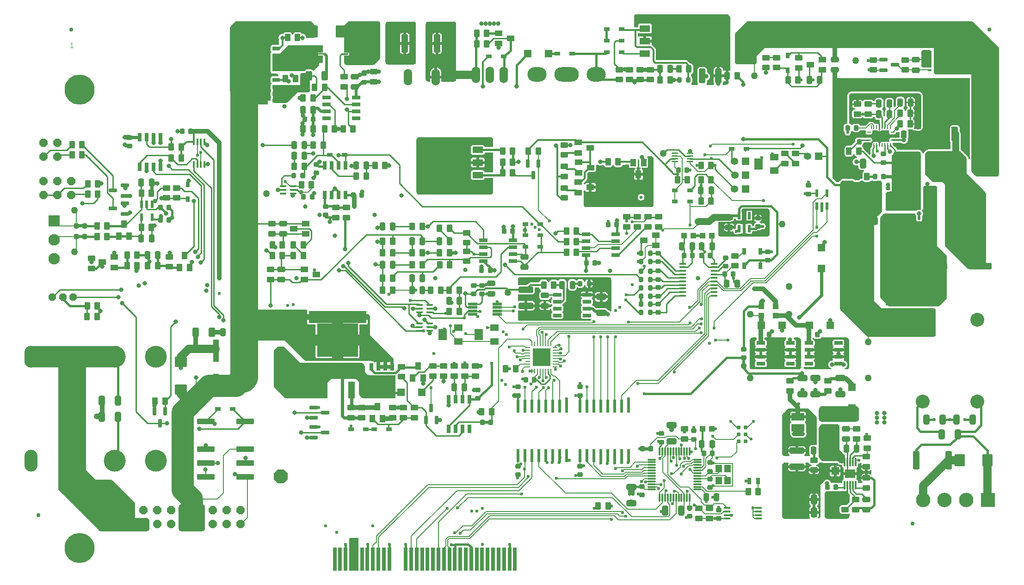
<source format=gbr>
%TF.GenerationSoftware,KiCad,Pcbnew,9.0.6-9.0.6~ubuntu24.04.1*%
%TF.CreationDate,2025-12-06T08:51:32+01:00*%
%TF.ProjectId,EEZ DIB DCP405plus,45455a20-4449-4422-9044-435034303570,r4B3*%
%TF.SameCoordinates,Original*%
%TF.FileFunction,Copper,L1,Top*%
%TF.FilePolarity,Positive*%
%FSLAX46Y46*%
G04 Gerber Fmt 4.6, Leading zero omitted, Abs format (unit mm)*
G04 Created by KiCad (PCBNEW 9.0.6-9.0.6~ubuntu24.04.1) date 2025-12-06 08:51:32*
%MOMM*%
%LPD*%
G01*
G04 APERTURE LIST*
G04 Aperture macros list*
%AMRoundRect*
0 Rectangle with rounded corners*
0 $1 Rounding radius*
0 $2 $3 $4 $5 $6 $7 $8 $9 X,Y pos of 4 corners*
0 Add a 4 corners polygon primitive as box body*
4,1,4,$2,$3,$4,$5,$6,$7,$8,$9,$2,$3,0*
0 Add four circle primitives for the rounded corners*
1,1,$1+$1,$2,$3*
1,1,$1+$1,$4,$5*
1,1,$1+$1,$6,$7*
1,1,$1+$1,$8,$9*
0 Add four rect primitives between the rounded corners*
20,1,$1+$1,$2,$3,$4,$5,0*
20,1,$1+$1,$4,$5,$6,$7,0*
20,1,$1+$1,$6,$7,$8,$9,0*
20,1,$1+$1,$8,$9,$2,$3,0*%
%AMOutline5P*
0 Free polygon, 5 corners , with rotation*
0 The origin of the aperture is its center*
0 number of corners: always 5*
0 $1 to $10 corner X, Y*
0 $11 Rotation angle, in degrees counterclockwise*
0 create outline with 5 corners*
4,1,5,$1,$2,$3,$4,$5,$6,$7,$8,$9,$10,$1,$2,$11*%
%AMOutline6P*
0 Free polygon, 6 corners , with rotation*
0 The origin of the aperture is its center*
0 number of corners: always 6*
0 $1 to $12 corner X, Y*
0 $13 Rotation angle, in degrees counterclockwise*
0 create outline with 6 corners*
4,1,6,$1,$2,$3,$4,$5,$6,$7,$8,$9,$10,$11,$12,$1,$2,$13*%
%AMOutline7P*
0 Free polygon, 7 corners , with rotation*
0 The origin of the aperture is its center*
0 number of corners: always 7*
0 $1 to $14 corner X, Y*
0 $15 Rotation angle, in degrees counterclockwise*
0 create outline with 7 corners*
4,1,7,$1,$2,$3,$4,$5,$6,$7,$8,$9,$10,$11,$12,$13,$14,$1,$2,$15*%
%AMOutline8P*
0 Free polygon, 8 corners , with rotation*
0 The origin of the aperture is its center*
0 number of corners: always 8*
0 $1 to $16 corner X, Y*
0 $17 Rotation angle, in degrees counterclockwise*
0 create outline with 8 corners*
4,1,8,$1,$2,$3,$4,$5,$6,$7,$8,$9,$10,$11,$12,$13,$14,$15,$16,$1,$2,$17*%
G04 Aperture macros list end*
%ADD10C,0.101600*%
%TA.AperFunction,NonConductor*%
%ADD11C,0.101600*%
%TD*%
%TA.AperFunction,EtchedComponent*%
%ADD12C,0.000000*%
%TD*%
%TA.AperFunction,SMDPad,CuDef*%
%ADD13RoundRect,0.250000X-0.262500X-0.450000X0.262500X-0.450000X0.262500X0.450000X-0.262500X0.450000X0*%
%TD*%
%TA.AperFunction,SMDPad,CuDef*%
%ADD14RoundRect,0.200000X-0.200000X-0.275000X0.200000X-0.275000X0.200000X0.275000X-0.200000X0.275000X0*%
%TD*%
%TA.AperFunction,SMDPad,CuDef*%
%ADD15RoundRect,0.250000X-1.100000X0.325000X-1.100000X-0.325000X1.100000X-0.325000X1.100000X0.325000X0*%
%TD*%
%TA.AperFunction,SMDPad,CuDef*%
%ADD16RoundRect,0.250000X-0.250000X-0.475000X0.250000X-0.475000X0.250000X0.475000X-0.250000X0.475000X0*%
%TD*%
%TA.AperFunction,SMDPad,CuDef*%
%ADD17RoundRect,0.050800X-0.249200X0.724200X-0.249200X-0.724200X0.249200X-0.724200X0.249200X0.724200X0*%
%TD*%
%TA.AperFunction,SMDPad,CuDef*%
%ADD18RoundRect,0.050800X2.032000X0.546100X-2.032000X0.546100X-2.032000X-0.546100X2.032000X-0.546100X0*%
%TD*%
%TA.AperFunction,SMDPad,CuDef*%
%ADD19RoundRect,0.050800X0.533400X0.076200X-0.533400X0.076200X-0.533400X-0.076200X0.533400X-0.076200X0*%
%TD*%
%TA.AperFunction,SMDPad,CuDef*%
%ADD20RoundRect,0.250000X0.262500X0.450000X-0.262500X0.450000X-0.262500X-0.450000X0.262500X-0.450000X0*%
%TD*%
%TA.AperFunction,SMDPad,CuDef*%
%ADD21R,1.092200X0.762000*%
%TD*%
%TA.AperFunction,SMDPad,CuDef*%
%ADD22RoundRect,0.250000X0.325000X1.100000X-0.325000X1.100000X-0.325000X-1.100000X0.325000X-1.100000X0*%
%TD*%
%TA.AperFunction,SMDPad,CuDef*%
%ADD23RoundRect,0.225000X-0.225000X-0.250000X0.225000X-0.250000X0.225000X0.250000X-0.225000X0.250000X0*%
%TD*%
%TA.AperFunction,SMDPad,CuDef*%
%ADD24RoundRect,0.050800X1.981200X0.495300X-1.981200X0.495300X-1.981200X-0.495300X1.981200X-0.495300X0*%
%TD*%
%TA.AperFunction,SMDPad,CuDef*%
%ADD25RoundRect,0.250000X-0.450000X0.262500X-0.450000X-0.262500X0.450000X-0.262500X0.450000X0.262500X0*%
%TD*%
%TA.AperFunction,ComponentPad*%
%ADD26O,1.524000X3.048000*%
%TD*%
%TA.AperFunction,SMDPad,CuDef*%
%ADD27RoundRect,0.050800X0.724200X0.249200X-0.724200X0.249200X-0.724200X-0.249200X0.724200X-0.249200X0*%
%TD*%
%TA.AperFunction,SMDPad,CuDef*%
%ADD28RoundRect,0.250000X-0.325000X-0.650000X0.325000X-0.650000X0.325000X0.650000X-0.325000X0.650000X0*%
%TD*%
%TA.AperFunction,ComponentPad*%
%ADD29C,1.270000*%
%TD*%
%TA.AperFunction,SMDPad,CuDef*%
%ADD30RoundRect,0.050800X-1.981200X-0.495300X1.981200X-0.495300X1.981200X0.495300X-1.981200X0.495300X0*%
%TD*%
%TA.AperFunction,SMDPad,CuDef*%
%ADD31RoundRect,0.250000X-0.475000X0.250000X-0.475000X-0.250000X0.475000X-0.250000X0.475000X0.250000X0*%
%TD*%
%TA.AperFunction,SMDPad,CuDef*%
%ADD32RoundRect,0.250000X0.325000X0.650000X-0.325000X0.650000X-0.325000X-0.650000X0.325000X-0.650000X0*%
%TD*%
%TA.AperFunction,SMDPad,CuDef*%
%ADD33R,1.600000X1.300000*%
%TD*%
%TA.AperFunction,SMDPad,CuDef*%
%ADD34R,1.600000X2.000000*%
%TD*%
%TA.AperFunction,SMDPad,CuDef*%
%ADD35RoundRect,0.225000X0.225000X0.250000X-0.225000X0.250000X-0.225000X-0.250000X0.225000X-0.250000X0*%
%TD*%
%TA.AperFunction,SMDPad,CuDef*%
%ADD36RoundRect,0.250000X-0.325000X-1.100000X0.325000X-1.100000X0.325000X1.100000X-0.325000X1.100000X0*%
%TD*%
%TA.AperFunction,SMDPad,CuDef*%
%ADD37RoundRect,0.225000X-0.250000X0.225000X-0.250000X-0.225000X0.250000X-0.225000X0.250000X0.225000X0*%
%TD*%
%TA.AperFunction,SMDPad,CuDef*%
%ADD38RoundRect,0.050800X0.901700X0.520700X-0.901700X0.520700X-0.901700X-0.520700X0.901700X-0.520700X0*%
%TD*%
%TA.AperFunction,SMDPad,CuDef*%
%ADD39RoundRect,0.050800X1.536700X2.489200X-1.536700X2.489200X-1.536700X-2.489200X1.536700X-2.489200X0*%
%TD*%
%TA.AperFunction,SMDPad,CuDef*%
%ADD40RoundRect,0.250000X0.450000X-0.262500X0.450000X0.262500X-0.450000X0.262500X-0.450000X-0.262500X0*%
%TD*%
%TA.AperFunction,ComponentPad*%
%ADD41Outline8P,-0.750000X0.310660X-0.310660X0.750000X0.310660X0.750000X0.750000X0.310660X0.750000X-0.310660X0.310660X-0.750000X-0.310660X-0.750000X-0.750000X-0.310660X0.000000*%
%TD*%
%TA.AperFunction,SMDPad,CuDef*%
%ADD42RoundRect,0.050800X-0.649200X-0.649200X0.649200X-0.649200X0.649200X0.649200X-0.649200X0.649200X0*%
%TD*%
%TA.AperFunction,SMDPad,CuDef*%
%ADD43RoundRect,0.250000X0.250000X0.475000X-0.250000X0.475000X-0.250000X-0.475000X0.250000X-0.475000X0*%
%TD*%
%TA.AperFunction,SMDPad,CuDef*%
%ADD44RoundRect,0.200000X0.200000X0.275000X-0.200000X0.275000X-0.200000X-0.275000X0.200000X-0.275000X0*%
%TD*%
%TA.AperFunction,SMDPad,CuDef*%
%ADD45RoundRect,0.050800X0.499200X-0.449200X0.499200X0.449200X-0.499200X0.449200X-0.499200X-0.449200X0*%
%TD*%
%TA.AperFunction,SMDPad,CuDef*%
%ADD46RoundRect,0.050800X0.203200X-0.368300X0.203200X0.368300X-0.203200X0.368300X-0.203200X-0.368300X0*%
%TD*%
%TA.AperFunction,SMDPad,CuDef*%
%ADD47RoundRect,0.050800X-0.254000X0.355600X-0.254000X-0.355600X0.254000X-0.355600X0.254000X0.355600X0*%
%TD*%
%TA.AperFunction,SMDPad,CuDef*%
%ADD48R,4.445000X3.810000*%
%TD*%
%TA.AperFunction,SMDPad,CuDef*%
%ADD49RoundRect,0.060036X0.701964X0.270164X-0.701964X0.270164X-0.701964X-0.270164X0.701964X-0.270164X0*%
%TD*%
%TA.AperFunction,SMDPad,CuDef*%
%ADD50RoundRect,0.250000X0.362500X1.075000X-0.362500X1.075000X-0.362500X-1.075000X0.362500X-1.075000X0*%
%TD*%
%TA.AperFunction,SMDPad,CuDef*%
%ADD51RoundRect,0.050800X-0.812800X-0.190500X0.812800X-0.190500X0.812800X0.190500X-0.812800X0.190500X0*%
%TD*%
%TA.AperFunction,SMDPad,CuDef*%
%ADD52RoundRect,0.060036X-0.701964X-0.270164X0.701964X-0.270164X0.701964X0.270164X-0.701964X0.270164X0*%
%TD*%
%TA.AperFunction,SMDPad,CuDef*%
%ADD53RoundRect,0.050800X0.449200X0.649200X-0.449200X0.649200X-0.449200X-0.649200X0.449200X-0.649200X0*%
%TD*%
%TA.AperFunction,SMDPad,CuDef*%
%ADD54RoundRect,0.225000X0.250000X-0.225000X0.250000X0.225000X-0.250000X0.225000X-0.250000X-0.225000X0*%
%TD*%
%TA.AperFunction,SMDPad,CuDef*%
%ADD55RoundRect,0.060036X-0.270164X0.701964X-0.270164X-0.701964X0.270164X-0.701964X0.270164X0.701964X0*%
%TD*%
%TA.AperFunction,ComponentPad*%
%ADD56O,3.500000X2.640000*%
%TD*%
%TA.AperFunction,ComponentPad*%
%ADD57O,4.500000X2.640000*%
%TD*%
%TA.AperFunction,SMDPad,CuDef*%
%ADD58C,0.200000*%
%TD*%
%TA.AperFunction,SMDPad,CuDef*%
%ADD59RoundRect,0.050800X0.685800X-0.088900X0.685800X0.088900X-0.685800X0.088900X-0.685800X-0.088900X0*%
%TD*%
%TA.AperFunction,SMDPad,CuDef*%
%ADD60RoundRect,0.050800X-0.088900X-0.685800X0.088900X-0.685800X0.088900X0.685800X-0.088900X0.685800X0*%
%TD*%
%TA.AperFunction,SMDPad,CuDef*%
%ADD61RoundRect,0.050800X0.228600X-1.104900X0.228600X1.104900X-0.228600X1.104900X-0.228600X-1.104900X0*%
%TD*%
%TA.AperFunction,SMDPad,CuDef*%
%ADD62RoundRect,0.250000X-0.312500X-0.625000X0.312500X-0.625000X0.312500X0.625000X-0.312500X0.625000X0*%
%TD*%
%TA.AperFunction,SMDPad,CuDef*%
%ADD63RoundRect,0.050800X0.127000X-0.565150X0.127000X0.565150X-0.127000X0.565150X-0.127000X-0.565150X0*%
%TD*%
%TA.AperFunction,SMDPad,CuDef*%
%ADD64RoundRect,0.050800X-0.649200X0.649200X-0.649200X-0.649200X0.649200X-0.649200X0.649200X0.649200X0*%
%TD*%
%TA.AperFunction,SMDPad,CuDef*%
%ADD65RoundRect,0.050800X-0.649200X0.449200X-0.649200X-0.449200X0.649200X-0.449200X0.649200X0.449200X0*%
%TD*%
%TA.AperFunction,SMDPad,CuDef*%
%ADD66R,0.762000X1.295400*%
%TD*%
%TA.AperFunction,SMDPad,CuDef*%
%ADD67RoundRect,0.050800X-0.533400X-0.127000X0.533400X-0.127000X0.533400X0.127000X-0.533400X0.127000X0*%
%TD*%
%TA.AperFunction,SMDPad,CuDef*%
%ADD68RoundRect,0.050800X0.299200X0.649200X-0.299200X0.649200X-0.299200X-0.649200X0.299200X-0.649200X0*%
%TD*%
%TA.AperFunction,SMDPad,CuDef*%
%ADD69RoundRect,0.050800X2.449200X2.099200X-2.449200X2.099200X-2.449200X-2.099200X2.449200X-2.099200X0*%
%TD*%
%TA.AperFunction,SMDPad,CuDef*%
%ADD70RoundRect,0.050800X-1.049200X0.849200X-1.049200X-0.849200X1.049200X-0.849200X1.049200X0.849200X0*%
%TD*%
%TA.AperFunction,SMDPad,CuDef*%
%ADD71RoundRect,0.050800X0.228600X-0.609600X0.228600X0.609600X-0.228600X0.609600X-0.228600X-0.609600X0*%
%TD*%
%TA.AperFunction,SMDPad,CuDef*%
%ADD72RoundRect,0.393700X0.000010X-0.000010X0.000010X0.000010X-0.000010X0.000010X-0.000010X-0.000010X0*%
%TD*%
%TA.AperFunction,SMDPad,CuDef*%
%ADD73RoundRect,0.050800X-0.249200X0.069200X-0.249200X-0.069200X0.249200X-0.069200X0.249200X0.069200X0*%
%TD*%
%TA.AperFunction,SMDPad,CuDef*%
%ADD74RoundRect,0.050800X-0.069200X-0.249200X0.069200X-0.249200X0.069200X0.249200X-0.069200X0.249200X0*%
%TD*%
%TA.AperFunction,SMDPad,CuDef*%
%ADD75RoundRect,0.050800X0.069200X0.249200X-0.069200X0.249200X-0.069200X-0.249200X0.069200X-0.249200X0*%
%TD*%
%TA.AperFunction,SMDPad,CuDef*%
%ADD76RoundRect,0.050800X0.249200X-0.069200X0.249200X0.069200X-0.249200X0.069200X-0.249200X-0.069200X0*%
%TD*%
%TA.AperFunction,SMDPad,CuDef*%
%ADD77RoundRect,0.050800X-1.299200X0.799200X-1.299200X-0.799200X1.299200X-0.799200X1.299200X0.799200X0*%
%TD*%
%TA.AperFunction,SMDPad,CuDef*%
%ADD78RoundRect,0.250000X-0.650000X0.325000X-0.650000X-0.325000X0.650000X-0.325000X0.650000X0.325000X0*%
%TD*%
%TA.AperFunction,SMDPad,CuDef*%
%ADD79RoundRect,0.050800X-0.449200X-0.499200X0.449200X-0.499200X0.449200X0.499200X-0.449200X0.499200X0*%
%TD*%
%TA.AperFunction,ComponentPad*%
%ADD80R,1.500000X1.500000*%
%TD*%
%TA.AperFunction,ComponentPad*%
%ADD81Outline8P,-0.750000X0.310660X-0.310660X0.750000X0.310660X0.750000X0.750000X0.310660X0.750000X-0.310660X0.310660X-0.750000X-0.310660X-0.750000X-0.750000X-0.310660X180.000000*%
%TD*%
%TA.AperFunction,SMDPad,CuDef*%
%ADD82RoundRect,0.050800X0.649200X-0.649200X0.649200X0.649200X-0.649200X0.649200X-0.649200X-0.649200X0*%
%TD*%
%TA.AperFunction,SMDPad,CuDef*%
%ADD83C,0.750000*%
%TD*%
%TA.AperFunction,SMDPad,CuDef*%
%ADD84RoundRect,0.050800X-0.449200X-0.649200X0.449200X-0.649200X0.449200X0.649200X-0.449200X0.649200X0*%
%TD*%
%TA.AperFunction,ComponentPad*%
%ADD85R,2.100000X2.100000*%
%TD*%
%TA.AperFunction,ComponentPad*%
%ADD86C,2.100000*%
%TD*%
%TA.AperFunction,SMDPad,CuDef*%
%ADD87RoundRect,0.050800X-0.724200X-0.249200X0.724200X-0.249200X0.724200X0.249200X-0.724200X0.249200X0*%
%TD*%
%TA.AperFunction,SMDPad,CuDef*%
%ADD88RoundRect,0.060036X0.270164X-0.701964X0.270164X0.701964X-0.270164X0.701964X-0.270164X-0.701964X0*%
%TD*%
%TA.AperFunction,ConnectorPad*%
%ADD89R,0.700000X4.200000*%
%TD*%
%TA.AperFunction,SMDPad,CuDef*%
%ADD90RoundRect,0.250000X0.650000X-0.325000X0.650000X0.325000X-0.650000X0.325000X-0.650000X-0.325000X0*%
%TD*%
%TA.AperFunction,SMDPad,CuDef*%
%ADD91RoundRect,0.250000X-0.362500X-1.425000X0.362500X-1.425000X0.362500X1.425000X-0.362500X1.425000X0*%
%TD*%
%TA.AperFunction,SMDPad,CuDef*%
%ADD92RoundRect,0.050800X-1.529200X-0.449200X1.529200X-0.449200X1.529200X0.449200X-1.529200X0.449200X0*%
%TD*%
%TA.AperFunction,SMDPad,CuDef*%
%ADD93RoundRect,0.050800X0.649200X-0.299200X0.649200X0.299200X-0.649200X0.299200X-0.649200X-0.299200X0*%
%TD*%
%TA.AperFunction,SMDPad,CuDef*%
%ADD94RoundRect,0.050800X2.099200X-2.449200X2.099200X2.449200X-2.099200X2.449200X-2.099200X-2.449200X0*%
%TD*%
%TA.AperFunction,SMDPad,CuDef*%
%ADD95RoundRect,0.250000X0.362500X1.425000X-0.362500X1.425000X-0.362500X-1.425000X0.362500X-1.425000X0*%
%TD*%
%TA.AperFunction,SMDPad,CuDef*%
%ADD96R,0.762000X1.092200*%
%TD*%
%TA.AperFunction,SMDPad,CuDef*%
%ADD97RoundRect,0.050800X0.649200X-0.449200X0.649200X0.449200X-0.649200X0.449200X-0.649200X-0.449200X0*%
%TD*%
%TA.AperFunction,SMDPad,CuDef*%
%ADD98R,1.200000X1.400000*%
%TD*%
%TA.AperFunction,SMDPad,CuDef*%
%ADD99RoundRect,0.250000X0.475000X-0.250000X0.475000X0.250000X-0.475000X0.250000X-0.475000X-0.250000X0*%
%TD*%
%TA.AperFunction,ComponentPad*%
%ADD100Outline8P,-0.675000X0.279594X-0.279594X0.675000X0.279594X0.675000X0.675000X0.279594X0.675000X-0.279594X0.279594X-0.675000X-0.279594X-0.675000X-0.675000X-0.279594X180.000000*%
%TD*%
%TA.AperFunction,ComponentPad*%
%ADD101C,5.500000*%
%TD*%
%TA.AperFunction,SMDPad,CuDef*%
%ADD102RoundRect,0.050800X-0.495300X1.981200X-0.495300X-1.981200X0.495300X-1.981200X0.495300X1.981200X0*%
%TD*%
%TA.AperFunction,SMDPad,CuDef*%
%ADD103RoundRect,0.050800X0.368300X0.203200X-0.368300X0.203200X-0.368300X-0.203200X0.368300X-0.203200X0*%
%TD*%
%TA.AperFunction,SMDPad,CuDef*%
%ADD104RoundRect,0.050800X-0.355600X-0.254000X0.355600X-0.254000X0.355600X0.254000X-0.355600X0.254000X0*%
%TD*%
%TA.AperFunction,SMDPad,CuDef*%
%ADD105R,3.810000X4.445000*%
%TD*%
%TA.AperFunction,ComponentPad*%
%ADD106R,2.640000X2.640000*%
%TD*%
%TA.AperFunction,ComponentPad*%
%ADD107C,2.640000*%
%TD*%
%TA.AperFunction,SMDPad,CuDef*%
%ADD108R,0.700000X0.420000*%
%TD*%
%TA.AperFunction,SMDPad,CuDef*%
%ADD109R,1.700000X2.370000*%
%TD*%
%TA.AperFunction,SMDPad,CuDef*%
%ADD110R,0.450000X0.420000*%
%TD*%
%TA.AperFunction,SMDPad,CuDef*%
%ADD111R,0.838200X0.508000*%
%TD*%
%TA.AperFunction,SMDPad,CuDef*%
%ADD112R,1.778000X1.346200*%
%TD*%
%TA.AperFunction,SMDPad,CuDef*%
%ADD113RoundRect,0.050800X0.584200X0.076200X-0.584200X0.076200X-0.584200X-0.076200X0.584200X-0.076200X0*%
%TD*%
%TA.AperFunction,SMDPad,CuDef*%
%ADD114RoundRect,0.050800X-0.584200X-0.076200X0.584200X-0.076200X0.584200X0.076200X-0.584200X0.076200X0*%
%TD*%
%TA.AperFunction,SMDPad,CuDef*%
%ADD115R,1.168400X0.304800*%
%TD*%
%TA.AperFunction,ComponentPad*%
%ADD116R,1.358000X1.358000*%
%TD*%
%TA.AperFunction,ComponentPad*%
%ADD117C,1.358000*%
%TD*%
%TA.AperFunction,SMDPad,CuDef*%
%ADD118RoundRect,0.050800X0.849200X1.049200X-0.849200X1.049200X-0.849200X-1.049200X0.849200X-1.049200X0*%
%TD*%
%TA.AperFunction,SMDPad,CuDef*%
%ADD119R,1.300000X3.100000*%
%TD*%
%TA.AperFunction,SMDPad,CuDef*%
%ADD120R,10.600000X2.250000*%
%TD*%
%TA.AperFunction,SMDPad,CuDef*%
%ADD121R,7.500000X6.200000*%
%TD*%
%TA.AperFunction,SMDPad,CuDef*%
%ADD122RoundRect,0.050800X-1.099200X-0.649200X1.099200X-0.649200X1.099200X0.649200X-1.099200X0.649200X0*%
%TD*%
%TA.AperFunction,SMDPad,CuDef*%
%ADD123RoundRect,0.050800X1.099200X-1.699200X1.099200X1.699200X-1.099200X1.699200X-1.099200X-1.699200X0*%
%TD*%
%TA.AperFunction,SMDPad,CuDef*%
%ADD124RoundRect,0.050800X0.649200X0.649200X-0.649200X0.649200X-0.649200X-0.649200X0.649200X-0.649200X0*%
%TD*%
%TA.AperFunction,SMDPad,CuDef*%
%ADD125RoundRect,0.050800X-0.228600X0.609600X-0.228600X-0.609600X0.228600X-0.609600X0.228600X0.609600X0*%
%TD*%
%TA.AperFunction,ComponentPad*%
%ADD126Outline8P,-1.270000X0.526051X-0.526051X1.270000X0.526051X1.270000X1.270000X0.526051X1.270000X-0.526051X0.526051X-1.270000X-0.526051X-1.270000X-1.270000X-0.526051X0.000000*%
%TD*%
%TA.AperFunction,SMDPad,CuDef*%
%ADD127RoundRect,0.050800X-0.901700X-0.520700X0.901700X-0.520700X0.901700X0.520700X-0.901700X0.520700X0*%
%TD*%
%TA.AperFunction,SMDPad,CuDef*%
%ADD128RoundRect,0.050800X-1.536700X-2.489200X1.536700X-2.489200X1.536700X2.489200X-1.536700X2.489200X0*%
%TD*%
%TA.AperFunction,ComponentPad*%
%ADD129C,2.540000*%
%TD*%
%TA.AperFunction,SMDPad,CuDef*%
%ADD130RoundRect,0.050800X0.088900X-0.723900X0.088900X0.723900X-0.088900X0.723900X-0.088900X-0.723900X0*%
%TD*%
%TA.AperFunction,SMDPad,CuDef*%
%ADD131RoundRect,0.050800X0.889000X-0.736600X0.889000X0.736600X-0.889000X0.736600X-0.889000X-0.736600X0*%
%TD*%
%TA.AperFunction,SMDPad,CuDef*%
%ADD132RoundRect,0.250000X0.312500X0.625000X-0.312500X0.625000X-0.312500X-0.625000X0.312500X-0.625000X0*%
%TD*%
%TA.AperFunction,SMDPad,CuDef*%
%ADD133R,0.914400X0.254000*%
%TD*%
%TA.AperFunction,SMDPad,CuDef*%
%ADD134R,0.254000X0.914400*%
%TD*%
%TA.AperFunction,SMDPad,CuDef*%
%ADD135R,3.251200X3.251200*%
%TD*%
%TA.AperFunction,ComponentPad*%
%ADD136C,4.000000*%
%TD*%
%TA.AperFunction,ComponentPad*%
%ADD137O,2.400000X4.000000*%
%TD*%
%TA.AperFunction,SMDPad,CuDef*%
%ADD138RoundRect,0.050800X0.249200X-0.724200X0.249200X0.724200X-0.249200X0.724200X-0.249200X-0.724200X0*%
%TD*%
%TA.AperFunction,SMDPad,CuDef*%
%ADD139R,0.736600X1.193800*%
%TD*%
%TA.AperFunction,SMDPad,CuDef*%
%ADD140RoundRect,0.050800X-0.849200X-1.049200X0.849200X-1.049200X0.849200X1.049200X-0.849200X1.049200X0*%
%TD*%
%TA.AperFunction,ViaPad*%
%ADD141C,0.600000*%
%TD*%
%TA.AperFunction,ViaPad*%
%ADD142C,0.806400*%
%TD*%
%TA.AperFunction,Conductor*%
%ADD143C,0.203200*%
%TD*%
%TA.AperFunction,Conductor*%
%ADD144C,0.508000*%
%TD*%
%TA.AperFunction,Conductor*%
%ADD145C,0.304800*%
%TD*%
%TA.AperFunction,Conductor*%
%ADD146C,0.254000*%
%TD*%
%TA.AperFunction,Conductor*%
%ADD147C,0.406400*%
%TD*%
%TA.AperFunction,Conductor*%
%ADD148C,0.812800*%
%TD*%
%TA.AperFunction,Conductor*%
%ADD149C,1.016000*%
%TD*%
%TA.AperFunction,Conductor*%
%ADD150C,0.200000*%
%TD*%
%TA.AperFunction,Conductor*%
%ADD151C,0.279400*%
%TD*%
%TA.AperFunction,Conductor*%
%ADD152C,1.524000*%
%TD*%
%TA.AperFunction,Conductor*%
%ADD153C,0.609600*%
%TD*%
%TA.AperFunction,Conductor*%
%ADD154C,1.270000*%
%TD*%
%TA.AperFunction,Conductor*%
%ADD155C,4.064000*%
%TD*%
%TA.AperFunction,Conductor*%
%ADD156C,5.080000*%
%TD*%
%TA.AperFunction,Conductor*%
%ADD157C,0.660400*%
%TD*%
G04 APERTURE END LIST*
D10*
D11*
X68339607Y-55235760D02*
X67817093Y-55235760D01*
X68078350Y-55235760D02*
X68078350Y-54321360D01*
X68078350Y-54321360D02*
X67991264Y-54451989D01*
X67991264Y-54451989D02*
X67904179Y-54539075D01*
X67904179Y-54539075D02*
X67817093Y-54582618D01*
D12*
%TA.AperFunction,EtchedComponent*%
%TO.C,JP1*%
G36*
X173651000Y-129066800D02*
G01*
X172990600Y-129066800D01*
X172990600Y-128533400D01*
X173651000Y-128533400D01*
X173651000Y-129066800D01*
G37*
%TD.AperFunction*%
%TA.AperFunction,EtchedComponent*%
%TO.C,JP10*%
G36*
X144342900Y-124236700D02*
G01*
X143682500Y-124236700D01*
X143682500Y-123703300D01*
X144342900Y-123703300D01*
X144342900Y-124236700D01*
G37*
%TD.AperFunction*%
%TA.AperFunction,EtchedComponent*%
%TO.C,NT3*%
G36*
X216004038Y-70583682D02*
G01*
X215804038Y-70583682D01*
X215804038Y-70183682D01*
X216004038Y-70183682D01*
X216004038Y-70583682D01*
G37*
%TD.AperFunction*%
%TA.AperFunction,EtchedComponent*%
%TO.C,JP4*%
G36*
X191338200Y-113182700D02*
G01*
X190804800Y-113182700D01*
X190804800Y-112522300D01*
X191338200Y-112522300D01*
X191338200Y-113182700D01*
G37*
%TD.AperFunction*%
%TA.AperFunction,EtchedComponent*%
%TO.C,NT1*%
G36*
X185443800Y-130451200D02*
G01*
X185243800Y-130451200D01*
X185243800Y-130051200D01*
X185443800Y-130051200D01*
X185443800Y-130451200D01*
G37*
%TD.AperFunction*%
%TA.AperFunction,EtchedComponent*%
%TO.C,JP9*%
G36*
X70021400Y-90158900D02*
G01*
X69361000Y-90158900D01*
X69361000Y-89625500D01*
X70021400Y-89625500D01*
X70021400Y-90158900D01*
G37*
%TD.AperFunction*%
%TA.AperFunction,EtchedComponent*%
%TO.C,JP8*%
G36*
X70021400Y-88190400D02*
G01*
X69361000Y-88190400D01*
X69361000Y-87657000D01*
X70021400Y-87657000D01*
X70021400Y-88190400D01*
G37*
%TD.AperFunction*%
%TD*%
D13*
%TO.P,R25,1,1*%
%TO.N,+VREF*%
X154467500Y-98786600D03*
%TO.P,R25,2,2*%
%TO.N,Net-(IC10-VOUT)*%
X156292500Y-98786600D03*
%TD*%
D14*
%TO.P,R27,1,1*%
%TO.N,Net-(C44-Pad2)*%
X161135000Y-98506600D03*
%TO.P,R27,2,2*%
%TO.N,GND*%
X162785000Y-98506600D03*
%TD*%
D15*
%TO.P,C41,1,1*%
%TO.N,+VREF*%
X151180000Y-99635000D03*
%TO.P,C41,2,2*%
%TO.N,GND*%
X151180000Y-102585000D03*
%TD*%
D16*
%TO.P,C44,1,1*%
%TO.N,Net-(IC10-VOUT)*%
X157820000Y-98756600D03*
%TO.P,C44,2,2*%
%TO.N,Net-(C44-Pad2)*%
X159720000Y-98756600D03*
%TD*%
D17*
%TO.P,IC26,1,+VCC*%
%TO.N,V+*%
X140906400Y-119717300D03*
%TO.P,IC26,2,+IN*%
%TO.N,Net-(IC26-+IN)*%
X139636400Y-119717300D03*
%TO.P,IC26,3,-IN*%
%TO.N,Net-(IC26--IN)*%
X138366400Y-119717300D03*
%TO.P,IC26,4,GND*%
%TO.N,GND*%
X137096400Y-119717300D03*
%TO.P,IC26,5,~{LE}*%
%TO.N,V+*%
X137096400Y-125117300D03*
%TO.P,IC26,6,~{SHDN}*%
%TO.N,Net-(IC26-~{SHDN})*%
X138366400Y-125117300D03*
%TO.P,IC26,7,OUT*%
%TO.N,Net-(IC26-OUT)*%
X139636400Y-125117300D03*
%TO.P,IC26,8,NC*%
%TO.N,unconnected-(IC26-NC-Pad8)*%
X140906400Y-125117300D03*
%TD*%
D13*
%TO.P,R73,1,1*%
%TO.N,Net-(Q17-S)*%
X142195600Y-52633000D03*
%TO.P,R73,2,2*%
%TO.N,Net-(Q16-PadB)*%
X144020600Y-52633000D03*
%TD*%
D18*
%TO.P,C75,+,+*%
%TO.N,Net-(C71-Pad1)*%
X234317588Y-95306282D03*
%TO.P,C75,-,-*%
%TO.N,PREG_OUT-*%
X226189588Y-95306282D03*
%TD*%
D19*
%TO.P,IC7,1,CLK*%
%TO.N,ISO_OE_SYNC*%
X181246200Y-76204900D03*
%TO.P,IC7,2,D*%
%TO.N,OE_TRIG*%
X181246200Y-75704900D03*
%TO.P,IC7,3,~{Q}*%
%TO.N,POST_OE*%
X181246200Y-75204900D03*
%TO.P,IC7,4,VSS*%
%TO.N,GND*%
X181246200Y-74704900D03*
%TO.P,IC7,5,Q*%
%TO.N,unconnected-(IC7A-Q-Pad5)*%
X178503000Y-74704900D03*
%TO.P,IC7,6,~{CLR}*%
%TO.N,Net-(IC7A-~{CLR})*%
X178503000Y-75204900D03*
%TO.P,IC7,7,~{PRE}*%
%TO.N,+3V3*%
X178503000Y-75704900D03*
%TO.P,IC7,8,VDD*%
X178503000Y-76204900D03*
%TD*%
D16*
%TO.P,C13,1,1*%
%TO.N,Net-(IC3-AVDD)*%
X179760000Y-91670000D03*
%TO.P,C13,2,2*%
%TO.N,GND*%
X181660000Y-91670000D03*
%TD*%
D20*
%TO.P,R75,1,1*%
%TO.N,I_SET_OUT*%
X125397500Y-76849900D03*
%TO.P,R75,2,2*%
%TO.N,Net-(C95-Pad1)*%
X123572500Y-76849900D03*
%TD*%
D21*
%TO.P,D3,A,A*%
%TO.N,Net-(IC7A-~{CLR})*%
X178498100Y-83453900D03*
%TO.P,D3,C,C*%
%TO.N,~{OVP_FAULT}*%
X181215900Y-83453900D03*
%TD*%
D13*
%TO.P,R74,1,1*%
%TO.N,Net-(Q17-S)*%
X142195600Y-54595150D03*
%TO.P,R74,2,2*%
%TO.N,Net-(Q17-G)*%
X144020600Y-54595150D03*
%TD*%
D22*
%TO.P,C85,1,1*%
%TO.N,Net-(C85-Pad1)*%
X186435500Y-60466900D03*
%TO.P,C85,2,2*%
%TO.N,GND*%
X183485500Y-60466900D03*
%TD*%
D23*
%TO.P,JP1,1,1*%
%TO.N,/DIB isolators\u002C EEPROM\u002C ADC\u002C MCU/~{DIB_RESET}*%
X172541600Y-128803400D03*
%TO.P,JP1,2,2*%
%TO.N,/DIB isolators\u002C EEPROM\u002C ADC\u002C MCU/NRST*%
X174091600Y-128803400D03*
%TD*%
D24*
%TO.P,C77,+,+*%
%TO.N,PREG_OUT+*%
X234838288Y-65080282D03*
%TO.P,C77,-,-*%
%TO.N,PREG_OUT-*%
X228589888Y-65080282D03*
%TD*%
D25*
%TO.P,R61,1,1*%
%TO.N,GND*%
X172110000Y-59302900D03*
%TO.P,R61,2,2*%
%TO.N,Net-(Q13-PadB)*%
X172110000Y-61127900D03*
%TD*%
D26*
%TO.P,R78,1,1*%
%TO.N,Net-(Q17-S)*%
X134726100Y-60697500D03*
%TO.P,R78,2,2*%
%TO.N,POST_OUT+*%
X129646100Y-60697500D03*
%TD*%
D25*
%TO.P,R30,1,1*%
%TO.N,Net-(IC8-VSENSE)*%
X213529600Y-130206500D03*
%TO.P,R30,2,2*%
%TO.N,GND*%
X213529600Y-132031500D03*
%TD*%
D13*
%TO.P,R22,1,1*%
%TO.N,Net-(LED1-C)*%
X70893300Y-104521000D03*
%TO.P,R22,2,2*%
%TO.N,GND*%
X72718300Y-104521000D03*
%TD*%
%TO.P,R54,1,1*%
%TO.N,GND*%
X175769500Y-61165400D03*
%TO.P,R54,2,2*%
%TO.N,SENSE_PROT*%
X177594500Y-61165400D03*
%TD*%
D27*
%TO.P,IC16,1,SHDN*%
%TO.N,unconnected-(IC16A-SHDN-Pad1)*%
X120096950Y-68249000D03*
%TO.P,IC16,2,-IN*%
%TO.N,Net-(IC16A--IN)*%
X120096950Y-66979000D03*
%TO.P,IC16,3,+IN*%
%TO.N,Net-(IC16A-+IN)*%
X120096950Y-65709000D03*
%TO.P,IC16,4,V-*%
%TO.N,V-*%
X120096950Y-64439000D03*
%TO.P,IC16,5,NC*%
%TO.N,unconnected-(IC16A-NC-Pad5)*%
X114696950Y-64439000D03*
%TO.P,IC16,6,OUT*%
%TO.N,I_MON*%
X114696950Y-65709000D03*
%TO.P,IC16,7,V+*%
%TO.N,V+*%
X114696950Y-66979000D03*
%TO.P,IC16,8,NC*%
%TO.N,unconnected-(IC16A-NC-Pad8)*%
X114696950Y-68249000D03*
%TD*%
D16*
%TO.P,C96,1,1*%
%TO.N,POST_OUT+*%
X135369950Y-90733000D03*
%TO.P,C96,2,2*%
%TO.N,Net-(C96-Pad2)*%
X137269950Y-90733000D03*
%TD*%
D28*
%TO.P,C21,1,1*%
%TO.N,DIB_GND*%
X176670000Y-140080000D03*
%TO.P,C21,2,2*%
%TO.N,Net-(C18-Pad2)*%
X179620000Y-140080000D03*
%TD*%
D29*
%TO.P,TP2,1,P$1*%
%TO.N,+VREF*%
X147900000Y-100160000D03*
%TD*%
D30*
%TO.P,C70,+,+*%
%TO.N,DC_OUT*%
X212824688Y-102045782D03*
%TO.P,C70,-,-*%
%TO.N,PREG_OUT-*%
X219073088Y-102045782D03*
%TD*%
D20*
%TO.P,R127,1,1*%
%TO.N,Net-(Q25-D)*%
X69937000Y-73025000D03*
%TO.P,R127,2,2*%
%TO.N,Net-(LED3B-C)*%
X68112000Y-73025000D03*
%TD*%
D13*
%TO.P,R96,1,1*%
%TO.N,SENSE-*%
X124993600Y-99686500D03*
%TO.P,R96,2,2*%
%TO.N,POST_OUT-*%
X126818600Y-99686500D03*
%TD*%
D31*
%TO.P,C93,1,1*%
%TO.N,Net-(IC17A--IN)*%
X150964500Y-93616400D03*
%TO.P,C93,2,2*%
%TO.N,U_SERVO*%
X150964500Y-95516400D03*
%TD*%
D14*
%TO.P,R70,1,1*%
%TO.N,Net-(IC19-NO)*%
X108699800Y-78765400D03*
%TO.P,R70,2,2*%
%TO.N,Net-(IC18A--IN)*%
X110349800Y-78765400D03*
%TD*%
D25*
%TO.P,R24,1,1*%
%TO.N,Net-(C40-Pad2)*%
X203923500Y-130864900D03*
%TO.P,R24,2,2*%
%TO.N,GND*%
X203923500Y-132689900D03*
%TD*%
D32*
%TO.P,C31,1,1*%
%TO.N,DC_OUT*%
X206876600Y-140453500D03*
%TO.P,C31,2,2*%
%TO.N,GND*%
X203926600Y-140453500D03*
%TD*%
D33*
%TO.P,RV1,1,1*%
%TO.N,Net-(R36-Pad1)*%
X196649000Y-77831000D03*
D34*
%TO.P,RV1,2,2*%
%TO.N,POST_OUT+*%
X193749000Y-76581000D03*
D33*
%TO.P,RV1,3,3*%
%TO.N,GND*%
X196649000Y-75331000D03*
%TD*%
D35*
%TO.P,JP10,1,1*%
%TO.N,OVP_EN*%
X144791900Y-123966700D03*
%TO.P,JP10,2,2*%
%TO.N,Net-(IC26-~{SHDN})*%
X143241900Y-123966700D03*
%TD*%
%TO.P,C83,1,1*%
%TO.N,V+*%
X112295000Y-68440000D03*
%TO.P,C83,2,2*%
%TO.N,GND*%
X110745000Y-68440000D03*
%TD*%
D36*
%TO.P,C65,1,1*%
%TO.N,DC_OUT*%
X214110088Y-96068282D03*
%TO.P,C65,2,2*%
%TO.N,PREG_OUT-*%
X217060088Y-96068282D03*
%TD*%
D16*
%TO.P,C63,1,1*%
%TO.N,Net-(C63-Pad1)*%
X215841588Y-65524782D03*
%TO.P,C63,2,2*%
%TO.N,Net-(IC15-COMP)*%
X217741588Y-65524782D03*
%TD*%
D37*
%TO.P,C15,1,1*%
%TO.N,GND*%
X149733000Y-117462000D03*
%TO.P,C15,2,2*%
%TO.N,+3V3*%
X149733000Y-119012000D03*
%TD*%
D21*
%TO.P,D15,A,A*%
%TO.N,Net-(Q14-G)*%
X159689400Y-56402900D03*
%TO.P,D15,C,C*%
%TO.N,Net-(D15-PadC)*%
X156971600Y-56402900D03*
%TD*%
D20*
%TO.P,R98,1,1*%
%TO.N,POST_OUT+*%
X126818450Y-90733000D03*
%TO.P,R98,2,2*%
%TO.N,SENSE+*%
X124993450Y-90733000D03*
%TD*%
D21*
%TO.P,D21,A,A*%
%TO.N,Net-(K1A-C2)*%
X97561400Y-121467000D03*
%TO.P,D21,C,C*%
%TO.N,+VLED*%
X94843600Y-121467000D03*
%TD*%
D37*
%TO.P,C14,1,1*%
%TO.N,GND*%
X161086800Y-117462000D03*
%TO.P,C14,2,2*%
%TO.N,+3V3*%
X161086800Y-119012000D03*
%TD*%
D29*
%TO.P,TP12,1,P$1*%
%TO.N,PREG_OUT+*%
X193040000Y-60452000D03*
%TD*%
D38*
%TO.P,Q15,B,B*%
%TO.N,~{DP_DRIVE}*%
X142378000Y-78629900D03*
%TO.P,Q15,C,C*%
%TO.N,Net-(D18-PadC)*%
X142378000Y-76318500D03*
D39*
X136612200Y-76318500D03*
D38*
%TO.P,Q15,E,E*%
%TO.N,Net-(Q15-PadE)*%
X142378000Y-74007100D03*
%TD*%
D40*
%TO.P,R48,1,1*%
%TO.N,Net-(C76-Pad2)*%
X197121200Y-58943000D03*
%TO.P,R48,2,2*%
%TO.N,Net-(R48-Pad2)*%
X197121200Y-57118000D03*
%TD*%
D13*
%TO.P,R63,1,1*%
%TO.N,Net-(C91-Pad2)*%
X112269500Y-73130800D03*
%TO.P,R63,2,2*%
%TO.N,Net-(IC18A--IN)*%
X114094500Y-73130800D03*
%TD*%
D41*
%TO.P,LED2,GA,GA*%
%TO.N,Net-(IC20A-O)*%
X65470000Y-79730000D03*
%TO.P,LED2,GC,GC*%
%TO.N,Net-(LED2-PadGC)*%
X65470000Y-82270000D03*
%TO.P,LED2,RA,RA*%
%TO.N,Net-(IC20B-O)*%
X62930000Y-79730000D03*
%TO.P,LED2,RC,RC*%
%TO.N,Net-(LED2-PadGC)*%
X62930000Y-82270000D03*
%TO.P,LED2,YA,YA*%
%TO.N,+VLED*%
X68010000Y-79730000D03*
%TO.P,LED2,YC,YC*%
%TO.N,Net-(LED2-PadYC)*%
X68010000Y-82270000D03*
%TD*%
D42*
%TO.P,ZD7,A,A*%
%TO.N,Net-(R143-Pad2)*%
X132125800Y-118474000D03*
%TO.P,ZD7,C,C*%
%TO.N,POST_OUT+*%
X128325800Y-118474000D03*
%TD*%
D20*
%TO.P,R37,1,1*%
%TO.N,/Power pre-regulator/AGND*%
X221560388Y-69254382D03*
%TO.P,R37,2,2*%
%TO.N,/Power pre-regulator/EN_ULVO*%
X219735388Y-69254382D03*
%TD*%
D13*
%TO.P,R82,1,1*%
%TO.N,GCOM*%
X110388450Y-64507500D03*
%TO.P,R82,2,2*%
%TO.N,Net-(IC16A-+IN)*%
X112213450Y-64507500D03*
%TD*%
D43*
%TO.P,C102,1,1*%
%TO.N,Net-(C102-Pad1)*%
X132253450Y-97527500D03*
%TO.P,C102,2,2*%
%TO.N,POST_OUT-*%
X130353450Y-97527500D03*
%TD*%
D44*
%TO.P,R55,1,1*%
%TO.N,Net-(D12-PadA)*%
X180936000Y-61165400D03*
%TO.P,R55,2,2*%
%TO.N,SENSE_PROT*%
X179286000Y-61165400D03*
%TD*%
D45*
%TO.P,FB5,1,1*%
%TO.N,Net-(IC12-Vout)*%
X194310000Y-104380400D03*
%TO.P,FB5,2,2*%
%TO.N,V+*%
X194310000Y-102680400D03*
%TD*%
D23*
%TO.P,C51,1,1*%
%TO.N,GND*%
X151167800Y-116128800D03*
%TO.P,C51,2,2*%
%TO.N,+3V3*%
X152717800Y-116128800D03*
%TD*%
D16*
%TO.P,C80,1,1*%
%TO.N,GND*%
X110350950Y-70159000D03*
%TO.P,C80,2,2*%
%TO.N,V+*%
X112250950Y-70159000D03*
%TD*%
D46*
%TO.P,Q5,1,S*%
%TO.N,PREG_OUT-*%
X219395088Y-86407782D03*
%TO.P,Q5,2,S*%
X220665088Y-86407782D03*
%TO.P,Q5,3,S*%
X221935088Y-86407782D03*
%TO.P,Q5,4,G*%
%TO.N,/Power pre-regulator/LO*%
X223205088Y-86407782D03*
D47*
%TO.P,Q5,5,D*%
%TO.N,/Power pre-regulator/SW*%
X223205088Y-80582782D03*
%TO.P,Q5,6,S*%
X221935088Y-80582782D03*
%TO.P,Q5,7,S*%
X220665088Y-80582782D03*
D48*
%TO.P,Q5,8,S*%
X221300088Y-82860282D03*
D47*
X219395088Y-80582782D03*
%TD*%
D49*
%TO.P,Q26,1,G*%
%TO.N,CV_LED_OUT*%
X77766400Y-85725700D03*
%TO.P,Q26,2,S*%
%TO.N,GND*%
X77766400Y-83795300D03*
%TO.P,Q26,3,D*%
%TO.N,Net-(Q26-D)*%
X75607400Y-84760500D03*
%TD*%
D25*
%TO.P,R132,1,1*%
%TO.N,U_MON*%
X140022400Y-113630800D03*
%TO.P,R132,2,2*%
%TO.N,Net-(IC26-+IN)*%
X140022400Y-115455800D03*
%TD*%
D29*
%TO.P,TP3,1,P$1*%
%TO.N,-12V*%
X199390000Y-99060000D03*
%TD*%
D43*
%TO.P,C94,1,1*%
%TO.N,Net-(C94-Pad1)*%
X139024000Y-101667700D03*
%TO.P,C94,2,2*%
%TO.N,GND*%
X137124000Y-101667700D03*
%TD*%
D16*
%TO.P,C121,1,1*%
%TO.N,+3V3*%
X183245000Y-81421900D03*
%TO.P,C121,2,2*%
%TO.N,~{OVP_FAULT}*%
X185145000Y-81421900D03*
%TD*%
D37*
%TO.P,C24,1,1*%
%TO.N,DIB_3V3*%
X181190000Y-139620000D03*
%TO.P,C24,2,2*%
%TO.N,DIB_GND*%
X181190000Y-141170000D03*
%TD*%
D25*
%TO.P,R112,1,1*%
%TO.N,Net-(C112-Pad2)*%
X104423900Y-95916500D03*
%TO.P,R112,2,2*%
%TO.N,POST_OUT+*%
X104423900Y-97741500D03*
%TD*%
D32*
%TO.P,C115,1,1*%
%TO.N,/Rsense protection\u002C power output\u002C Rprog/OUTC+*%
X76517500Y-119951500D03*
%TO.P,C115,2,2*%
%TO.N,PE*%
X73567500Y-119951500D03*
%TD*%
D13*
%TO.P,R72,1,1*%
%TO.N,U_SET_OUT*%
X137161500Y-103646900D03*
%TO.P,R72,2,2*%
%TO.N,Net-(C94-Pad1)*%
X138986500Y-103646900D03*
%TD*%
D22*
%TO.P,C74,1,1*%
%TO.N,Net-(C71-Pad1)*%
X228807588Y-85146282D03*
%TO.P,C74,2,2*%
%TO.N,PREG_OUT-*%
X225857588Y-85146282D03*
%TD*%
D50*
%TO.P,R46,1,1*%
%TO.N,PREG_OUT+*%
X234344088Y-71112782D03*
%TO.P,R46,2,2*%
%TO.N,Net-(C71-Pad1)*%
X229719088Y-71112782D03*
%TD*%
D51*
%TO.P,IC6,1,VDD*%
%TO.N,+3V3*%
X141490300Y-102237200D03*
%TO.P,IC6,2,VREF*%
%TO.N,+VREF*%
X141490300Y-102872200D03*
%TO.P,IC6,3,VOUTB*%
%TO.N,U_SET*%
X141490300Y-103532600D03*
%TO.P,IC6,4,VOUTA*%
%TO.N,I_SET*%
X141490300Y-104167600D03*
%TO.P,IC6,5,~{SYNC}*%
%TO.N,~{ISO_DAC_CS}*%
X145960700Y-104167600D03*
%TO.P,IC6,6,SCLK*%
%TO.N,ISO_DA_SCLK*%
X145960700Y-103532600D03*
%TO.P,IC6,7,DIN*%
%TO.N,ISO_DA_MOSI*%
X145960700Y-102872200D03*
%TO.P,IC6,8,GND*%
%TO.N,GND*%
X145960700Y-102237200D03*
%TD*%
D52*
%TO.P,Q1,1,G*%
%TO.N,/DAC\u002C OE\u002C Vref\u002C IOEXP\u002C Temp/OE_LED_GREEN*%
X112310600Y-121200300D03*
%TO.P,Q1,2,S*%
%TO.N,+VLED*%
X112310600Y-123130700D03*
%TO.P,Q1,3,D*%
%TO.N,Net-(LED1-AG)*%
X114469600Y-122165500D03*
%TD*%
D53*
%TO.P,Q13,B,B*%
%TO.N,Net-(Q13-PadB)*%
X172760100Y-76317050D03*
%TO.P,Q13,C,C*%
%TO.N,SENSE_PROT*%
X171810100Y-78517050D03*
%TO.P,Q13,E,E*%
%TO.N,Net-(Q13-PadE)*%
X170860100Y-76317050D03*
%TD*%
D29*
%TO.P,TP5,1,P$1*%
%TO.N,Net-(IC12-Vout)*%
X192278000Y-104140000D03*
%TD*%
D23*
%TO.P,C98,1,1*%
%TO.N,+3V3*%
X110505000Y-82590000D03*
%TO.P,C98,2,2*%
%TO.N,GND*%
X112055000Y-82590000D03*
%TD*%
D37*
%TO.P,C11,1,1*%
%TO.N,/DIB isolators\u002C EEPROM\u002C ADC\u002C MCU/I_MON_AIN-*%
X175412500Y-96204400D03*
%TO.P,C11,2,2*%
%TO.N,/DIB isolators\u002C EEPROM\u002C ADC\u002C MCU/I_MON_AIN*%
X175412500Y-97754400D03*
%TD*%
D54*
%TO.P,C3,1,1*%
%TO.N,/DIB isolators\u002C EEPROM\u002C ADC\u002C MCU/U_SET_AIN-*%
X175412500Y-100802400D03*
%TO.P,C3,2,2*%
%TO.N,/DIB isolators\u002C EEPROM\u002C ADC\u002C MCU/U_SET_AIN*%
X175412500Y-99252400D03*
%TD*%
D55*
%TO.P,Q3,1,G*%
%TO.N,/DAC\u002C OE\u002C Vref\u002C IOEXP\u002C Temp/~{SET_DP}*%
X153502921Y-76521700D03*
%TO.P,Q3,2,S*%
%TO.N,+3V3*%
X151572521Y-76521700D03*
%TO.P,Q3,3,D*%
%TO.N,Net-(Q3-D)*%
X152537721Y-78680700D03*
%TD*%
D56*
%TO.P,Q14,1,G*%
%TO.N,Net-(Q14-G)*%
X164098000Y-60212900D03*
D57*
%TO.P,Q14,2,D*%
%TO.N,PREG_OUT+*%
X158648000Y-60212900D03*
D56*
%TO.P,Q14,3,S*%
%TO.N,POST_OUT+*%
X153198000Y-60212900D03*
%TD*%
D25*
%TO.P,R141,1,1*%
%TO.N,Net-(Q30-G)*%
X121175200Y-121240300D03*
%TO.P,R141,2,2*%
%TO.N,POST_OUT+*%
X121175200Y-123065300D03*
%TD*%
D20*
%TO.P,R88,1,1*%
%TO.N,Net-(IC17B--IN)*%
X137272000Y-95074400D03*
%TO.P,R88,2,2*%
%TO.N,Net-(C102-Pad1)*%
X135447000Y-95074400D03*
%TD*%
D58*
%TO.P,NT3,1,1*%
%TO.N,/Power pre-regulator/AGND*%
X215904038Y-70183682D03*
%TO.P,NT3,2,2*%
%TO.N,PREG_OUT-*%
X215904038Y-70583682D03*
%TD*%
D31*
%TO.P,C82,1,1*%
%TO.N,GND*%
X123310000Y-59660000D03*
%TO.P,C82,2,2*%
%TO.N,V-*%
X123310000Y-61560000D03*
%TD*%
D43*
%TO.P,C119,1,1*%
%TO.N,Net-(IC26-+IN)*%
X139956400Y-117527800D03*
%TO.P,C119,2,2*%
%TO.N,Net-(IC26--IN)*%
X138056400Y-117527800D03*
%TD*%
D13*
%TO.P,R33,1,1*%
%TO.N,GND*%
X147499700Y-114147600D03*
%TO.P,R33,2,2*%
%TO.N,Net-(IC13-~{CS})*%
X149324700Y-114147600D03*
%TD*%
D37*
%TO.P,JP4,COM,COM*%
%TO.N,+VLED*%
X191071500Y-112077500D03*
%TO.P,JP4,NC,NC*%
%TO.N,+VNR*%
X191071500Y-113627500D03*
%TO.P,JP4,NO,NO*%
%TO.N,V+*%
X191071500Y-110527500D03*
%TD*%
D44*
%TO.P,R4,1,1*%
%TO.N,/DIB isolators\u002C EEPROM\u002C ADC\u002C MCU/U_MON_AIN*%
X173951500Y-92978900D03*
%TO.P,R4,2,2*%
%TO.N,U_MON*%
X172301500Y-92978900D03*
%TD*%
D59*
%TO.P,IC4,1,VBAT*%
%TO.N,DIB_3V3*%
X182651400Y-136245600D03*
%TO.P,IC4,2,PC13*%
%TO.N,Net-(IC4-PC13)*%
X182651400Y-135763000D03*
%TO.P,IC4,3,PC14-OSC32_IN*%
%TO.N,unconnected-(IC4-PC14-OSC32_IN-Pad3)*%
X182651400Y-135255000D03*
%TO.P,IC4,4,PC15-OSC32_OUT*%
%TO.N,unconnected-(IC4-PC15-OSC32_OUT-Pad4)*%
X182651400Y-134747000D03*
%TO.P,IC4,5,PH0-OSC_IN*%
%TO.N,Net-(IC4-PH0-OSC_IN)*%
X182651400Y-134264400D03*
%TO.P,IC4,6,PH1-OSC_OUT*%
%TO.N,Net-(IC4-PH1-OSC_OUT)*%
X182651400Y-133756400D03*
%TO.P,IC4,7,NRST*%
%TO.N,/DIB isolators\u002C EEPROM\u002C ADC\u002C MCU/NRST*%
X182651400Y-133248400D03*
%TO.P,IC4,8,VSSA*%
%TO.N,/DIB isolators\u002C EEPROM\u002C ADC\u002C MCU/VSSA*%
X182651400Y-132740400D03*
%TO.P,IC4,9,VDDA*%
%TO.N,/DIB isolators\u002C EEPROM\u002C ADC\u002C MCU/VDDA*%
X182651400Y-132257800D03*
%TO.P,IC4,10,PA0*%
%TO.N,/DIB isolators\u002C EEPROM\u002C ADC\u002C MCU/DIB_MOSI*%
X182651400Y-131749800D03*
%TO.P,IC4,11,PA1*%
%TO.N,/DIB isolators\u002C EEPROM\u002C ADC\u002C MCU/DIB_CSA*%
X182651400Y-131241800D03*
%TO.P,IC4,12,PA2*%
%TO.N,/DIB isolators\u002C EEPROM\u002C ADC\u002C MCU/DIB_SCLK*%
X182651400Y-130759200D03*
D60*
%TO.P,IC4,13,PA3*%
%TO.N,/DIB isolators\u002C EEPROM\u002C ADC\u002C MCU/IOEXP_MOSI*%
X181178200Y-129286000D03*
%TO.P,IC4,14,PA4*%
%TO.N,/DIB isolators\u002C EEPROM\u002C ADC\u002C MCU/DIB_MISO*%
X180695600Y-129286000D03*
%TO.P,IC4,15,PA5*%
%TO.N,/DIB isolators\u002C EEPROM\u002C ADC\u002C MCU/DA_CLK*%
X180187600Y-129286000D03*
%TO.P,IC4,16,PA6*%
%TO.N,/DIB isolators\u002C EEPROM\u002C ADC\u002C MCU/~{IOEXP_IRQ}*%
X179679600Y-129286000D03*
%TO.P,IC4,17,PA7*%
%TO.N,/DIB isolators\u002C EEPROM\u002C ADC\u002C MCU/DA_MISO*%
X179197000Y-129286000D03*
%TO.P,IC4,18,PB0*%
%TO.N,/DIB isolators\u002C EEPROM\u002C ADC\u002C MCU/DIB_IRQ*%
X178689000Y-129286000D03*
%TO.P,IC4,19,PB1*%
%TO.N,/DIB isolators\u002C EEPROM\u002C ADC\u002C MCU/DA_MOSI*%
X178181000Y-129286000D03*
%TO.P,IC4,20,PB2*%
%TO.N,/DIB isolators\u002C EEPROM\u002C ADC\u002C MCU/ADC_IRQ*%
X177673000Y-129286000D03*
%TO.P,IC4,21,PB10*%
%TO.N,/DIB isolators\u002C EEPROM\u002C ADC\u002C MCU/SDA*%
X177190400Y-129286000D03*
%TO.P,IC4,22,VCAP*%
%TO.N,Net-(C18-Pad2)*%
X176682400Y-129286000D03*
%TO.P,IC4,23,VSS*%
%TO.N,DIB_GND*%
X176174400Y-129286000D03*
%TO.P,IC4,24,VDD*%
%TO.N,DIB_3V3*%
X175691800Y-129286000D03*
D59*
%TO.P,IC4,25,PB12*%
%TO.N,unconnected-(IC4-PB12-Pad25)*%
X174218600Y-130759200D03*
%TO.P,IC4,26,PB13*%
%TO.N,/DIB isolators\u002C EEPROM\u002C ADC\u002C MCU/~{DIB_ALERT}*%
X174218600Y-131241800D03*
%TO.P,IC4,27,PB14*%
%TO.N,/DIB isolators\u002C EEPROM\u002C ADC\u002C MCU/DIB_UART_TX*%
X174218600Y-131749800D03*
%TO.P,IC4,28,PB15*%
%TO.N,/DIB isolators\u002C EEPROM\u002C ADC\u002C MCU/IOEXP_MISO*%
X174218600Y-132257800D03*
%TO.P,IC4,29,PA8*%
%TO.N,/DIB isolators\u002C EEPROM\u002C ADC\u002C MCU/~{DAC_CS}*%
X174218600Y-132740400D03*
%TO.P,IC4,30,PA9*%
%TO.N,/DIB isolators\u002C EEPROM\u002C ADC\u002C MCU/~{ADC_CS}*%
X174218600Y-133248400D03*
%TO.P,IC4,31,PA10*%
%TO.N,/DIB isolators\u002C EEPROM\u002C ADC\u002C MCU/~{DIB_FAULT}*%
X174218600Y-133756400D03*
%TO.P,IC4,32,PA11*%
%TO.N,/DIB isolators\u002C EEPROM\u002C ADC\u002C MCU/DIB_USB_D-*%
X174218600Y-134264400D03*
%TO.P,IC4,33,PA12*%
%TO.N,/DIB isolators\u002C EEPROM\u002C ADC\u002C MCU/DIB_USB_D+*%
X174218600Y-134747000D03*
%TO.P,IC4,34,PA13*%
%TO.N,/DIB isolators\u002C EEPROM\u002C ADC\u002C MCU/SWDIO*%
X174218600Y-135255000D03*
%TO.P,IC4,35,VSS*%
%TO.N,DIB_GND*%
X174218600Y-135763000D03*
%TO.P,IC4,36,VDD*%
%TO.N,DIB_3V3*%
X174218600Y-136245600D03*
D60*
%TO.P,IC4,37,PA14*%
%TO.N,/DIB isolators\u002C EEPROM\u002C ADC\u002C MCU/SWCLK*%
X175691800Y-137718800D03*
%TO.P,IC4,38,PA15*%
%TO.N,/DIB isolators\u002C EEPROM\u002C ADC\u002C MCU/IOEXP_CLK*%
X176174400Y-137718800D03*
%TO.P,IC4,39,PB3*%
%TO.N,/DIB isolators\u002C EEPROM\u002C ADC\u002C MCU/SWO*%
X176682400Y-137718800D03*
%TO.P,IC4,40,PB4*%
%TO.N,/DIB isolators\u002C EEPROM\u002C ADC\u002C MCU/AC_FREQ*%
X177190400Y-137718800D03*
%TO.P,IC4,41,PB5*%
%TO.N,unconnected-(IC4-PB5-Pad41)*%
X177673000Y-137718800D03*
%TO.P,IC4,42,PB6*%
%TO.N,/DIB isolators\u002C EEPROM\u002C ADC\u002C MCU/SCL*%
X178181000Y-137718800D03*
%TO.P,IC4,43,PB7*%
%TO.N,/DIB isolators\u002C EEPROM\u002C ADC\u002C MCU/DIB_UART_RX*%
X178689000Y-137718800D03*
%TO.P,IC4,44,BOOT0*%
%TO.N,/DIB isolators\u002C EEPROM\u002C ADC\u002C MCU/DIB_BOOT0*%
X179197000Y-137718800D03*
%TO.P,IC4,45,PB8*%
%TO.N,unconnected-(IC4-PB8-Pad45)*%
X179679600Y-137718800D03*
%TO.P,IC4,46,VCAP*%
%TO.N,Net-(C18-Pad2)*%
X180187600Y-137718800D03*
%TO.P,IC4,47,VSS*%
%TO.N,DIB_GND*%
X180695600Y-137718800D03*
%TO.P,IC4,48,VDD*%
%TO.N,DIB_3V3*%
X181178200Y-137718800D03*
%TD*%
D40*
%TO.P,R57,1,1*%
%TO.N,Net-(Q14-G)*%
X168300000Y-61127900D03*
%TO.P,R57,2,2*%
%TO.N,POST_OUT+*%
X168300000Y-59302900D03*
%TD*%
%TO.P,R10,1,1*%
%TO.N,DIB_3V3*%
X184810000Y-141512500D03*
%TO.P,R10,2,2*%
%TO.N,/DIB isolators\u002C EEPROM\u002C ADC\u002C MCU/SDA*%
X184810000Y-139687500D03*
%TD*%
D61*
%TO.P,IC1,1,VCC1*%
%TO.N,DIB_3V3*%
X161086800Y-130022600D03*
%TO.P,IC1,2,INA*%
%TO.N,/DIB isolators\u002C EEPROM\u002C ADC\u002C MCU/~{ADC_CS}*%
X162356800Y-130022600D03*
%TO.P,IC1,3,INB*%
%TO.N,/DIB isolators\u002C EEPROM\u002C ADC\u002C MCU/~{DAC_CS}*%
X163626800Y-130022600D03*
%TO.P,IC1,4,INC*%
%TO.N,/DIB isolators\u002C EEPROM\u002C ADC\u002C MCU/DA_CLK*%
X164896800Y-130022600D03*
%TO.P,IC1,5,IND*%
%TO.N,/DIB isolators\u002C EEPROM\u002C ADC\u002C MCU/DA_MOSI*%
X166166800Y-130022600D03*
%TO.P,IC1,6,OUTE*%
%TO.N,/DIB isolators\u002C EEPROM\u002C ADC\u002C MCU/DA_MISO*%
X167436800Y-130022600D03*
%TO.P,IC1,7,OUTF*%
%TO.N,/DIB isolators\u002C EEPROM\u002C ADC\u002C MCU/ADC_IRQ*%
X168706800Y-130022600D03*
%TO.P,IC1,8,GND1*%
%TO.N,DIB_GND*%
X169976800Y-130022600D03*
%TO.P,IC1,9,GND2*%
%TO.N,GND*%
X169976800Y-120980200D03*
%TO.P,IC1,10,INF*%
%TO.N,/DIB isolators\u002C EEPROM\u002C ADC\u002C MCU/~{ISO_ADC_IRQ}*%
X168706800Y-120980200D03*
%TO.P,IC1,11,INE*%
%TO.N,ISO_DA_MISO*%
X167436800Y-120980200D03*
%TO.P,IC1,12,OUTD*%
%TO.N,ISO_DA_MOSI*%
X166166800Y-120980200D03*
%TO.P,IC1,13,OUTC*%
%TO.N,ISO_DA_SCLK*%
X164896800Y-120980200D03*
%TO.P,IC1,14,OUTB*%
%TO.N,~{ISO_DAC_CS}*%
X163626800Y-120980200D03*
%TO.P,IC1,15,OUTA*%
%TO.N,/DIB isolators\u002C EEPROM\u002C ADC\u002C MCU/~{ISO_ADC_CS}*%
X162356800Y-120980200D03*
%TO.P,IC1,16,VCC2*%
%TO.N,+3V3*%
X161086800Y-120980200D03*
%TD*%
D20*
%TO.P,R66,1,1*%
%TO.N,Net-(C94-Pad1)*%
X138986500Y-99699200D03*
%TO.P,R66,2,2*%
%TO.N,Net-(IC17A-+IN)*%
X137161500Y-99699200D03*
%TD*%
D54*
%TO.P,C8,1,1*%
%TO.N,DIB_GND*%
X161086800Y-133540800D03*
%TO.P,C8,2,2*%
%TO.N,DIB_3V3*%
X161086800Y-131990800D03*
%TD*%
D62*
%TO.P,R119,1,1*%
%TO.N,POST_OUT+*%
X90790300Y-107467400D03*
%TO.P,R119,2,2*%
%TO.N,Net-(C113-Pad2)*%
X93715300Y-107467400D03*
%TD*%
D40*
%TO.P,R125,1,1*%
%TO.N,Net-(IC25B-OUT)*%
X173570500Y-88112900D03*
%TO.P,R125,2,2*%
%TO.N,CV_ACTIVE*%
X173570500Y-86287900D03*
%TD*%
D63*
%TO.P,IC20,1,I0*%
%TO.N,AUX_USET_SW*%
X90423000Y-76655750D03*
%TO.P,IC20,2,I1*%
%TO.N,Net-(IC20A-I1)*%
X91073000Y-76655750D03*
%TO.P,IC20,3,O*%
%TO.N,Net-(IC20B-O)*%
X91723000Y-76655750D03*
%TO.P,IC20,4,VSS*%
%TO.N,GND*%
X92373000Y-76655750D03*
%TO.P,IC20,5,I0*%
%TO.N,Net-(IC20B-I0)*%
X92373000Y-72528250D03*
%TO.P,IC20,6,I1*%
%TO.N,AUX_ISET_SW*%
X91723000Y-72528250D03*
%TO.P,IC20,7,O*%
%TO.N,Net-(IC20A-O)*%
X91073000Y-72528250D03*
%TO.P,IC20,8,VDD*%
%TO.N,+3V3*%
X90423000Y-72528250D03*
%TD*%
D64*
%TO.P,D9,A,A*%
%TO.N,+VNR*%
X205333600Y-95732600D03*
%TO.P,D9,C,C*%
%TO.N,/Power pre-regulator/VCC*%
X205333600Y-91932600D03*
%TD*%
D40*
%TO.P,R134,1,1*%
%TO.N,Net-(IC26-+IN)*%
X141990900Y-115455800D03*
%TO.P,R134,2,2*%
%TO.N,GND*%
X141990900Y-113630800D03*
%TD*%
D36*
%TO.P,C66,1,1*%
%TO.N,DC_OUT*%
X214110088Y-92829782D03*
%TO.P,C66,2,2*%
%TO.N,PREG_OUT-*%
X217060088Y-92829782D03*
%TD*%
D65*
%TO.P,Q9,B,B*%
%TO.N,+3V3*%
X160804100Y-72676100D03*
%TO.P,Q9,C,C*%
%TO.N,Net-(Q10-PadB)*%
X163004100Y-73626100D03*
%TO.P,Q9,E,E*%
%TO.N,Net-(Q9-PadE)*%
X160804100Y-74576100D03*
%TD*%
D37*
%TO.P,C34,1,1*%
%TO.N,GND*%
X143154000Y-98871400D03*
%TO.P,C34,2,2*%
%TO.N,+3V3*%
X143154000Y-100421400D03*
%TD*%
D23*
%TO.P,C87,1,1*%
%TO.N,GND*%
X147228950Y-88891500D03*
%TO.P,C87,2,2*%
%TO.N,V-*%
X148778950Y-88891500D03*
%TD*%
D66*
%TO.P,D1,A,A*%
%TO.N,Net-(D1-PadA)*%
X193715500Y-134710000D03*
%TO.P,D1,C,C*%
%TO.N,DIB_GND*%
X192064500Y-134710000D03*
%TD*%
D20*
%TO.P,R118,1,1*%
%TO.N,+3V3*%
X88119500Y-73512500D03*
%TO.P,R118,2,2*%
%TO.N,Net-(IC20B-I0)*%
X86294500Y-73512500D03*
%TD*%
%TO.P,R76,1,1*%
%TO.N,I_MON*%
X116163150Y-70171700D03*
%TO.P,R76,2,2*%
%TO.N,Net-(IC18A--IN)*%
X114338150Y-70171700D03*
%TD*%
D40*
%TO.P,R17,1,1*%
%TO.N,GND*%
X211561100Y-139905500D03*
%TO.P,R17,2,2*%
%TO.N,Net-(IC8-EN)*%
X211561100Y-138080500D03*
%TD*%
D43*
%TO.P,C109,1,1*%
%TO.N,GCOM*%
X82696000Y-79989500D03*
%TO.P,C109,2,2*%
%TO.N,Net-(IC22A-+IN)*%
X80796000Y-79989500D03*
%TD*%
D44*
%TO.P,R3,1,1*%
%TO.N,/DIB isolators\u002C EEPROM\u002C ADC\u002C MCU/U_SET_AIN-*%
X173951000Y-100789400D03*
%TO.P,R3,2,2*%
%TO.N,GND*%
X172301000Y-100789400D03*
%TD*%
D67*
%TO.P,IC23,1,NO*%
%TO.N,/Rsense protection\u002C power output\u002C Rprog/AUX_OUT*%
X131690800Y-102429700D03*
%TO.P,IC23,2,GND*%
%TO.N,GND*%
X131690800Y-103090100D03*
%TO.P,IC23,3,NC*%
%TO.N,U_SET*%
X131690800Y-103750500D03*
%TO.P,IC23,4,COM*%
%TO.N,U_SET_OUT*%
X133570400Y-103750500D03*
%TO.P,IC23,5,VDD*%
%TO.N,+3V3*%
X133570400Y-103090100D03*
%TO.P,IC23,6,CTRL*%
%TO.N,Net-(IC20A-O)*%
X133570400Y-102429700D03*
%TD*%
D20*
%TO.P,R67,1,1*%
%TO.N,Net-(C95-Pad1)*%
X121960700Y-78833100D03*
%TO.P,R67,2,2*%
%TO.N,Net-(IC18A-+IN)*%
X120135700Y-78833100D03*
%TD*%
D35*
%TO.P,C7,1,1*%
%TO.N,Net-(IC3-DVDD)*%
X184885000Y-93380000D03*
%TO.P,C7,2,2*%
%TO.N,GND*%
X183335000Y-93380000D03*
%TD*%
D21*
%TO.P,D14,A,A*%
%TO.N,LOOP_CTRL*%
X151147200Y-89653500D03*
%TO.P,D14,C,C*%
%TO.N,U_SERVO*%
X153865000Y-89653500D03*
%TD*%
D16*
%TO.P,C91,1,1*%
%TO.N,POST_OUT+*%
X108776150Y-73130800D03*
%TO.P,C91,2,2*%
%TO.N,Net-(C91-Pad2)*%
X110676150Y-73130800D03*
%TD*%
D68*
%TO.P,Q31,1,S*%
%TO.N,POST_OUT-*%
X126720600Y-113766600D03*
%TO.P,Q31,2,S*%
X125450600Y-113766600D03*
%TO.P,Q31,3,S*%
X124180600Y-113766600D03*
%TO.P,Q31,4,G*%
%TO.N,Net-(Q31-G)*%
X122910600Y-113766600D03*
D69*
%TO.P,Q31,MB,MB*%
%TO.N,POST_OUT+*%
X124815600Y-117416600D03*
%TD*%
D32*
%TO.P,C55,1,1*%
%TO.N,/Power pre-regulator/DC-*%
X230252800Y-126161800D03*
%TO.P,C55,2,2*%
%TO.N,/Power pre-regulator/DC+*%
X227302800Y-126161800D03*
%TD*%
D40*
%TO.P,R115,1,1*%
%TO.N,Net-(IC21B--IN)*%
X85416300Y-82819700D03*
%TO.P,R115,2,2*%
%TO.N,Net-(IC22A-OUT)*%
X85416300Y-80994700D03*
%TD*%
D70*
%TO.P,ZD6,A,A*%
%TO.N,POST_OUT-*%
X88011000Y-117929500D03*
%TO.P,ZD6,C,C*%
%TO.N,POST_OUT+*%
X88011000Y-112829500D03*
%TD*%
D13*
%TO.P,R136,1,1*%
%TO.N,GND*%
X143110400Y-122010900D03*
%TO.P,R136,2,2*%
%TO.N,OVP_EN*%
X144935400Y-122010900D03*
%TD*%
D20*
%TO.P,R97,1,1*%
%TO.N,GND*%
X109012500Y-60932300D03*
%TO.P,R97,2,2*%
%TO.N,CURR_LO*%
X107187500Y-60932300D03*
%TD*%
D71*
%TO.P,IC9,1,~{CS}*%
%TO.N,/DAC\u002C OE\u002C Vref\u002C IOEXP\u002C Temp/TEMP_CS*%
X204434000Y-84328000D03*
%TO.P,IC9,2,GND*%
%TO.N,GND*%
X205384000Y-84328000D03*
%TO.P,IC9,3,SCLK*%
%TO.N,ISO_DA_SCLK*%
X206334000Y-84328000D03*
%TO.P,IC9,4,SI/O*%
%TO.N,ISO_DA_MISO*%
X206334000Y-81940400D03*
%TO.P,IC9,5,VDD*%
%TO.N,+3V3*%
X204434000Y-81940400D03*
%TD*%
D72*
%TO.P,X2,1,VCC*%
%TO.N,unconnected-(X2-VCC-Pad1)*%
X191415000Y-127420000D03*
%TO.P,X2,2,SWDIO*%
%TO.N,/DIB isolators\u002C EEPROM\u002C ADC\u002C MCU/SWDIO*%
X190145000Y-127420000D03*
%TO.P,X2,3,~{RESET}*%
%TO.N,/DIB isolators\u002C EEPROM\u002C ADC\u002C MCU/NRST*%
X191415000Y-126150000D03*
%TO.P,X2,4,SWCLK*%
%TO.N,/DIB isolators\u002C EEPROM\u002C ADC\u002C MCU/SWCLK*%
X190145000Y-126150000D03*
%TO.P,X2,5,GND*%
%TO.N,DIB_GND*%
X191415000Y-124880000D03*
%TO.P,X2,6,SWO*%
%TO.N,/DIB isolators\u002C EEPROM\u002C ADC\u002C MCU/SWO*%
X190145000Y-124880000D03*
%TD*%
D32*
%TO.P,C57,1,1*%
%TO.N,PE*%
X227453200Y-123451000D03*
%TO.P,C57,2,2*%
%TO.N,DC_OUT*%
X224503200Y-123451000D03*
%TD*%
D73*
%TO.P,IC15,1,EN_UVLO*%
%TO.N,/Power pre-regulator/EN_ULVO*%
X218306588Y-70743782D03*
D74*
%TO.P,IC15,2,RT*%
%TO.N,Net-(IC15-RT)*%
X217906588Y-69843782D03*
%TO.P,IC15,3,SS_TRK*%
%TO.N,Net-(IC15-SS_TRK)*%
X217406588Y-69843782D03*
%TO.P,IC15,4,COMP*%
%TO.N,Net-(IC15-COMP)*%
X216906588Y-69843782D03*
%TO.P,IC15,5,FB*%
%TO.N,/Power pre-regulator/FB*%
X216406588Y-69843782D03*
%TO.P,IC15,6,AGND*%
%TO.N,/Power pre-regulator/AGND*%
X215906585Y-69843782D03*
%TO.P,IC15,7,SYNCOUT*%
%TO.N,unconnected-(IC15-SYNCOUT-Pad7)*%
X215406588Y-69843782D03*
%TO.P,IC15,8,SYNCIN*%
%TO.N,Net-(IC15-SYNCIN)*%
X214906588Y-69843782D03*
D75*
%TO.P,IC15,9,NC*%
%TO.N,unconnected-(IC15-NC-Pad9)*%
X214406588Y-69843782D03*
D73*
%TO.P,IC15,10,PGOOD*%
%TO.N,unconnected-(IC15-PGOOD-Pad10)*%
X214006588Y-70743782D03*
D76*
%TO.P,IC15,11,ILIM*%
%TO.N,Net-(IC15-ILIM)*%
X214006588Y-72243782D03*
D75*
%TO.P,IC15,12,PGND*%
%TO.N,PREG_OUT-*%
X214406588Y-73143782D03*
%TO.P,IC15,13,LO*%
%TO.N,/Power pre-regulator/LO*%
X214906588Y-73143782D03*
%TO.P,IC15,14,VCC*%
%TO.N,/Power pre-regulator/VCC*%
X215406588Y-73143782D03*
%TO.P,IC15,15,EP*%
%TO.N,PREG_OUT-*%
X215906588Y-73143782D03*
%TO.P,IC15,16,NC*%
%TO.N,unconnected-(IC15-NC-Pad16)*%
X216406591Y-73143782D03*
%TO.P,IC15,17,BST*%
%TO.N,Net-(IC15-BST)*%
X216906588Y-73143782D03*
%TO.P,IC15,18,HO*%
%TO.N,/Power pre-regulator/HO*%
X217406588Y-73143782D03*
%TO.P,IC15,19,SW*%
%TO.N,/Power pre-regulator/SW*%
X217906591Y-73143782D03*
D76*
%TO.P,IC15,20,VIN*%
%TO.N,DC_OUT*%
X218306588Y-72243782D03*
D77*
%TO.P,IC15,21,EP*%
%TO.N,PREG_OUT-*%
X216156588Y-71493782D03*
%TD*%
D35*
%TO.P,C39,1,1*%
%TO.N,GND*%
X180649600Y-77753600D03*
%TO.P,C39,2,2*%
%TO.N,+3V3*%
X179099600Y-77753600D03*
%TD*%
D13*
%TO.P,R62,1,1*%
%TO.N,Net-(C92-Pad1)*%
X108807300Y-77074150D03*
%TO.P,R62,2,2*%
%TO.N,Net-(IC18A--IN)*%
X110632300Y-77074150D03*
%TD*%
D78*
%TO.P,C29,1,1*%
%TO.N,DIB_3V3*%
X170536350Y-135813050D03*
%TO.P,C29,2,2*%
%TO.N,DIB_GND*%
X170536350Y-138763050D03*
%TD*%
D44*
%TO.P,R2,1,1*%
%TO.N,/DIB isolators\u002C EEPROM\u002C ADC\u002C MCU/U_SET_AIN*%
X173951500Y-99265400D03*
%TO.P,R2,2,2*%
%TO.N,U_SET*%
X172301500Y-99265400D03*
%TD*%
D79*
%TO.P,FB2,1,1*%
%TO.N,Net-(IC3-AVDD)*%
X180160000Y-89770000D03*
%TO.P,FB2,2,2*%
%TO.N,+3V3*%
X181860000Y-89770000D03*
%TD*%
D29*
%TO.P,TP9,1,P$1*%
%TO.N,GND*%
X213868000Y-115824000D03*
%TD*%
D20*
%TO.P,R109,1,1*%
%TO.N,Net-(Q22-PadC)*%
X110475000Y-91391400D03*
%TO.P,R109,2,2*%
%TO.N,Net-(R109-Pad2)*%
X108650000Y-91391400D03*
%TD*%
D25*
%TO.P,R59,1,1*%
%TO.N,GND*%
X174015000Y-59302900D03*
%TO.P,R59,2,2*%
%TO.N,Net-(Q13-PadB)*%
X174015000Y-61127900D03*
%TD*%
D21*
%TO.P,D8,A,A*%
%TO.N,PREG_OE*%
X188870000Y-73840000D03*
%TO.P,D8,C,C*%
%TO.N,/Power pre-regulator/EN_ULVO*%
X191587800Y-73840000D03*
%TD*%
D16*
%TO.P,C60,1,1*%
%TO.N,Net-(IC15-SS_TRK)*%
X219717888Y-65317382D03*
%TO.P,C60,2,2*%
%TO.N,/Power pre-regulator/AGND*%
X221617888Y-65317382D03*
%TD*%
D31*
%TO.P,C32,1,1*%
%TO.N,Net-(IC8-SS{slash}TR)*%
X213529600Y-138043000D03*
%TO.P,C32,2,2*%
%TO.N,GND*%
X213529600Y-139943000D03*
%TD*%
D40*
%TO.P,R13,1,1*%
%TO.N,/DIB isolators\u002C EEPROM\u002C ADC\u002C MCU/NRST*%
X180238400Y-126972700D03*
%TO.P,R13,2,2*%
%TO.N,DIB_3V3*%
X180238400Y-125147700D03*
%TD*%
D43*
%TO.P,C56,1,1*%
%TO.N,PREG_OUT-*%
X222302654Y-71199682D03*
%TO.P,C56,2,2*%
%TO.N,DC_OUT*%
X220402654Y-71199682D03*
%TD*%
D25*
%TO.P,R143,1,1*%
%TO.N,Net-(Q28-PadB)*%
X134172200Y-113630800D03*
%TO.P,R143,2,2*%
%TO.N,Net-(R143-Pad2)*%
X134172200Y-115455800D03*
%TD*%
D43*
%TO.P,C113,1,1*%
%TO.N,POST_OUT-*%
X97647800Y-107467400D03*
%TO.P,C113,2,2*%
%TO.N,Net-(C113-Pad2)*%
X95747800Y-107467400D03*
%TD*%
D80*
%TO.P,X5,1,IN+*%
%TO.N,/Rsense protection\u002C power output\u002C Rprog/OUTC+*%
X76140000Y-142540000D03*
D81*
%TO.P,X5,2,IN+*%
X76140000Y-140000000D03*
%TO.P,X5,3,IN+*%
X78680000Y-142540000D03*
%TO.P,X5,4,IN+*%
X78680000Y-140000000D03*
%TO.P,X5,5,IN+*%
X81220000Y-142540000D03*
%TO.P,X5,6,OUT+*%
%TO.N,Net-(F1-Pad2)*%
X81220000Y-140000000D03*
%TO.P,X5,7,OUT+*%
X83760000Y-142540000D03*
%TO.P,X5,8,OUT+*%
X83760000Y-140000000D03*
%TO.P,X5,9,OUT+*%
X86300000Y-142540000D03*
%TO.P,X5,10,OUT+*%
X86300000Y-140000000D03*
%TO.P,X5,11,OUT-*%
%TO.N,POST_OUT-*%
X88840000Y-142540000D03*
%TO.P,X5,12,OUT-*%
X88840000Y-140000000D03*
%TO.P,X5,13,OUT-*%
X91380000Y-142540000D03*
%TO.P,X5,14,OUT-*%
X91380000Y-140000000D03*
%TO.P,X5,15,IN-*%
%TO.N,/Rsense protection\u002C power output\u002C Rprog/OUTC-*%
X93920000Y-142540000D03*
%TO.P,X5,16,IN-*%
X93920000Y-140000000D03*
%TO.P,X5,17,IN-*%
X96460000Y-142540000D03*
%TO.P,X5,18,IN-*%
X96460000Y-140000000D03*
%TO.P,X5,19,SENSE-*%
%TO.N,/Rsense protection\u002C power output\u002C Rprog/SENSE_IN-*%
X99000000Y-142540000D03*
%TO.P,X5,20,SENSE+*%
%TO.N,/Rsense protection\u002C power output\u002C Rprog/SENSE_IN+*%
X99000000Y-140000000D03*
%TD*%
D58*
%TO.P,NT1,1,1*%
%TO.N,/DIB isolators\u002C EEPROM\u002C ADC\u002C MCU/VSSA*%
X185343800Y-130051200D03*
%TO.P,NT1,2,2*%
%TO.N,DIB_GND*%
X185343800Y-130451200D03*
%TD*%
D82*
%TO.P,D5,A,A*%
%TO.N,Net-(C42-Pad1)*%
X210883500Y-117480000D03*
%TO.P,D5,C,C*%
%TO.N,Net-(D5-PadC)*%
X210883500Y-121280000D03*
%TD*%
D20*
%TO.P,R122,1,1*%
%TO.N,Net-(K1A-C2)*%
X72842500Y-82140000D03*
%TO.P,R122,2,2*%
%TO.N,Net-(LED2-PadYC)*%
X71017500Y-82140000D03*
%TD*%
D22*
%TO.P,C72,1,1*%
%TO.N,Net-(C71-Pad1)*%
X228807588Y-81907782D03*
%TO.P,C72,2,2*%
%TO.N,PREG_OUT-*%
X225857588Y-81907782D03*
%TD*%
D40*
%TO.P,R100,1,1*%
%TO.N,RSENSE_ERR*%
X71695400Y-95720900D03*
%TO.P,R100,2,2*%
%TO.N,+3V3*%
X71695400Y-93895900D03*
%TD*%
D43*
%TO.P,C26,1,1*%
%TO.N,DIB_GND*%
X186090600Y-137617200D03*
%TO.P,C26,2,2*%
%TO.N,DIB_3V3*%
X184190600Y-137617200D03*
%TD*%
%TO.P,C106,1,1*%
%TO.N,Net-(C106-Pad1)*%
X83830200Y-93281500D03*
%TO.P,C106,2,2*%
%TO.N,Net-(C106-Pad2)*%
X81930200Y-93281500D03*
%TD*%
D54*
%TO.P,C89,1,1*%
%TO.N,GND*%
X112880000Y-78235000D03*
%TO.P,C89,2,2*%
%TO.N,V-*%
X112880000Y-76685000D03*
%TD*%
D31*
%TO.P,C73,1,1*%
%TO.N,DC_OUT*%
X222564600Y-57519000D03*
%TO.P,C73,2,2*%
%TO.N,Net-(Q6-D)*%
X222564600Y-59419000D03*
%TD*%
D25*
%TO.P,R124,1,1*%
%TO.N,CC_ACTIVE*%
X169633500Y-86287900D03*
%TO.P,R124,2,2*%
%TO.N,+3V3*%
X169633500Y-88112900D03*
%TD*%
D21*
%TO.P,D16,A,A*%
%TO.N,I_SERVO*%
X118021100Y-74930000D03*
%TO.P,D16,C,C*%
%TO.N,Net-(IC18A--IN)*%
X115303300Y-74930000D03*
%TD*%
D20*
%TO.P,R81,1,1*%
%TO.N,Net-(IC16A--IN)*%
X119555500Y-70171700D03*
%TO.P,R81,2,2*%
%TO.N,I_MON*%
X117730500Y-70171700D03*
%TD*%
D13*
%TO.P,R32,1,1*%
%TO.N,~{DP_DRIVE}*%
X146939050Y-78198100D03*
%TO.P,R32,2,2*%
%TO.N,Net-(Q3-D)*%
X148764050Y-78198100D03*
%TD*%
D54*
%TO.P,C84,1,1*%
%TO.N,V-*%
X121570400Y-61597850D03*
%TO.P,C84,2,2*%
%TO.N,GND*%
X121570400Y-60047850D03*
%TD*%
D83*
%TO.P,FM2,*%
%TO.N,*%
X236000000Y-52000000D03*
%TD*%
D71*
%TO.P,IC14,1,IN*%
%TO.N,V+*%
X190208600Y-88448400D03*
%TO.P,IC14,2,GND*%
%TO.N,GND*%
X191158600Y-88448400D03*
%TO.P,IC14,3,ON/~{OFF}*%
%TO.N,V+*%
X192108600Y-88448400D03*
%TO.P,IC14,4,NC*%
%TO.N,unconnected-(IC14-NC-Pad4)*%
X192108600Y-86060800D03*
%TO.P,IC14,5,OUT*%
%TO.N,+3V3*%
X190208600Y-86060800D03*
%TD*%
D65*
%TO.P,Q11,B,B*%
%TO.N,Net-(Q10-PadB)*%
X160810300Y-79927800D03*
%TO.P,Q11,C,C*%
%TO.N,SENSE_PROT*%
X163010300Y-80877800D03*
%TO.P,Q11,E,E*%
%TO.N,Net-(Q11-PadE)*%
X160810300Y-81827800D03*
%TD*%
D44*
%TO.P,R7,1,1*%
%TO.N,/DIB isolators\u002C EEPROM\u002C ADC\u002C MCU/I_SET_AIN-*%
X173950500Y-102249900D03*
%TO.P,R7,2,2*%
%TO.N,GND*%
X172300500Y-102249900D03*
%TD*%
D16*
%TO.P,C103,1,1*%
%TO.N,SENSE-*%
X124955950Y-95051000D03*
%TO.P,C103,2,2*%
%TO.N,Net-(C103-Pad2)*%
X126855950Y-95051000D03*
%TD*%
D13*
%TO.P,R131,1,1*%
%TO.N,I_SERVO*%
X158624500Y-90847300D03*
%TO.P,R131,2,2*%
%TO.N,Net-(IC25C--IN)*%
X160449500Y-90847300D03*
%TD*%
D21*
%TO.P,D11,A,A*%
%TO.N,Net-(D11-PadA)*%
X168768600Y-56148900D03*
%TO.P,D11,C,C*%
%TO.N,Net-(Q14-G)*%
X166050800Y-56148900D03*
%TD*%
D84*
%TO.P,Q28,B,B*%
%TO.N,Net-(Q28-PadB)*%
X130499500Y-115772500D03*
%TO.P,Q28,C,C*%
%TO.N,Net-(Q31-G)*%
X131449500Y-113572500D03*
%TO.P,Q28,E,E*%
%TO.N,GND*%
X132399500Y-115772500D03*
%TD*%
D25*
%TO.P,R142,1,1*%
%TO.N,GND*%
X126826700Y-121240300D03*
%TO.P,R142,2,2*%
%TO.N,Net-(Q29-PadE)*%
X126826700Y-123065300D03*
%TD*%
D13*
%TO.P,R50,1,1*%
%TO.N,Net-(C85-Pad1)*%
X188048500Y-60483950D03*
%TO.P,R50,2,2*%
%TO.N,DC_OUT*%
X189873500Y-60483950D03*
%TD*%
D52*
%TO.P,Q2,1,G*%
%TO.N,/DAC\u002C OE\u002C Vref\u002C IOEXP\u002C Temp/OE_LED_RED*%
X112310600Y-124819800D03*
%TO.P,Q2,2,S*%
%TO.N,+VLED*%
X112310600Y-126750200D03*
%TO.P,Q2,3,D*%
%TO.N,Net-(LED1-AR)*%
X114469600Y-125785000D03*
%TD*%
D85*
%TO.P,X4,1,Pin_1*%
%TO.N,Net-(TP13-P$1)*%
X64800000Y-87000000D03*
D86*
%TO.P,X4,2,Pin_2*%
%TO.N,Net-(TP14-P$1)*%
X64800000Y-90500000D03*
%TO.P,X4,3,Pin_3*%
%TO.N,PE*%
X64800000Y-94000000D03*
%TD*%
D44*
%TO.P,R8,1,1*%
%TO.N,/DIB isolators\u002C EEPROM\u002C ADC\u002C MCU/I_MON_AIN*%
X173951500Y-97741400D03*
%TO.P,R8,2,2*%
%TO.N,I_MON*%
X172301500Y-97741400D03*
%TD*%
D79*
%TO.P,FB3,1,1*%
%TO.N,/DIB isolators\u002C EEPROM\u002C ADC\u002C MCU/VDDA*%
X183542200Y-125095000D03*
%TO.P,FB3,2,2*%
%TO.N,DIB_3V3*%
X185242200Y-125095000D03*
%TD*%
D87*
%TO.P,IC11,1,Vout*%
%TO.N,Net-(IC11-Vout)*%
X202996800Y-109397800D03*
%TO.P,IC11,2,Vin*%
%TO.N,-12V*%
X202996800Y-110667800D03*
%TO.P,IC11,3,Vin*%
X202996800Y-111937800D03*
%TO.P,IC11,4,NC*%
%TO.N,unconnected-(IC11-NC-Pad4)*%
X202996800Y-113207800D03*
%TO.P,IC11,5,GND*%
%TO.N,GND*%
X208396800Y-113207800D03*
%TO.P,IC11,6,Vin*%
%TO.N,-12V*%
X208396800Y-111937800D03*
%TO.P,IC11,7,Vin*%
X208396800Y-110667800D03*
%TO.P,IC11,8,NC*%
%TO.N,unconnected-(IC11-NC-Pad8)*%
X208396800Y-109397800D03*
%TD*%
D88*
%TO.P,Q27,1,G*%
%TO.N,Net-(IC26-OUT)*%
X132892800Y-123507500D03*
%TO.P,Q27,2,S*%
%TO.N,GND*%
X134823200Y-123507500D03*
%TO.P,Q27,3,D*%
%TO.N,~{OVP_FAULT}*%
X133858000Y-121348500D03*
%TD*%
D44*
%TO.P,R5,1,1*%
%TO.N,/DIB isolators\u002C EEPROM\u002C ADC\u002C MCU/U_MON_AIN-*%
X173951500Y-94502900D03*
%TO.P,R5,2,2*%
%TO.N,POST_OUT-*%
X172301500Y-94502900D03*
%TD*%
D40*
%TO.P,R60,1,1*%
%TO.N,Net-(Q13-PadB)*%
X170205000Y-61127900D03*
%TO.P,R60,2,2*%
%TO.N,POST_OUT+*%
X170205000Y-59302900D03*
%TD*%
D25*
%TO.P,R133,1,1*%
%TO.N,U_SET*%
X138053900Y-113630800D03*
%TO.P,R133,2,2*%
%TO.N,Net-(IC26--IN)*%
X138053900Y-115455800D03*
%TD*%
D78*
%TO.P,C18,1,1*%
%TO.N,DIB_GND*%
X177901600Y-124483600D03*
%TO.P,C18,2,2*%
%TO.N,Net-(C18-Pad2)*%
X177901600Y-127433600D03*
%TD*%
D89*
%TO.P,X1,B1,+12V*%
%TO.N,unconnected-(X1-+12V-PadB1)*%
X116200000Y-149000000D03*
%TO.P,X1,B2,+12V*%
%TO.N,unconnected-(X1-+12V-PadB2)*%
X117200000Y-149000000D03*
%TO.P,X1,B3,GND*%
%TO.N,DIB_GND*%
X118200000Y-149000000D03*
%TO.P,X1,B4,+3V3*%
%TO.N,DIB_3V3*%
X119200000Y-149000000D03*
%TO.P,X1,B5,+3V3*%
X120200000Y-149000000D03*
%TO.P,X1,B6,+VAUX*%
%TO.N,unconnected-(X1-+VAUX-PadB6)*%
X121200000Y-149000000D03*
%TO.P,X1,B7,GND*%
%TO.N,DIB_GND*%
X122200000Y-149000000D03*
%TO.P,X1,B8,~{RESET}*%
%TO.N,/DIB isolators\u002C EEPROM\u002C ADC\u002C MCU/~{DIB_RESET}*%
X123200000Y-149000000D03*
%TO.P,X1,B9,~{FAULT}*%
%TO.N,/DIB isolators\u002C EEPROM\u002C ADC\u002C MCU/~{DIB_FAULT}*%
X124200000Y-149000000D03*
%TO.P,X1,B10,SDA/SMBDAT*%
%TO.N,/DIB isolators\u002C EEPROM\u002C ADC\u002C MCU/DIB_SDA*%
X125200000Y-149000000D03*
%TO.P,X1,B11,GND*%
%TO.N,DIB_GND*%
X126200000Y-149000000D03*
%TO.P,X1,B12,GND*%
X129197300Y-149000000D03*
%TO.P,X1,B13,OE_SNYC*%
%TO.N,/DIB isolators\u002C EEPROM\u002C ADC\u002C MCU/DIB_OE_SYNC*%
X130197300Y-149000000D03*
%TO.P,X1,B14,AC_FREQ*%
%TO.N,/DIB isolators\u002C EEPROM\u002C ADC\u002C MCU/AC_FREQ*%
X131197300Y-149000000D03*
%TO.P,X1,B15,A0*%
%TO.N,/DIB isolators\u002C EEPROM\u002C ADC\u002C MCU/DIB_A0*%
X132197300Y-149000000D03*
%TO.P,X1,B16,A1*%
%TO.N,/DIB isolators\u002C EEPROM\u002C ADC\u002C MCU/DIB_A1*%
X133197300Y-149000000D03*
%TO.P,X1,B17,A2*%
%TO.N,/DIB isolators\u002C EEPROM\u002C ADC\u002C MCU/DIB_A2*%
X134197300Y-149000000D03*
%TO.P,X1,B18,UART_RX*%
%TO.N,/DIB isolators\u002C EEPROM\u002C ADC\u002C MCU/DIB_UART_TX*%
X135197300Y-149000000D03*
%TO.P,X1,B19,UART_TX*%
%TO.N,/DIB isolators\u002C EEPROM\u002C ADC\u002C MCU/DIB_UART_RX*%
X136197300Y-149000000D03*
%TO.P,X1,B20,BOOT*%
%TO.N,/DIB isolators\u002C EEPROM\u002C ADC\u002C MCU/DIB_BOOT0*%
X137197300Y-149000000D03*
%TO.P,X1,B21,GND*%
%TO.N,DIB_GND*%
X138197300Y-149000000D03*
%TO.P,X1,B22,PCIe_CLK-*%
%TO.N,unconnected-(X1-PCIe_CLK--PadB22)*%
X139197300Y-149000000D03*
%TO.P,X1,B23,PCIe_CLK+*%
%TO.N,unconnected-(X1-PCIe_CLK+-PadB23)*%
X140197300Y-149000000D03*
%TO.P,X1,B24,GND*%
%TO.N,DIB_GND*%
X141197300Y-149000000D03*
%TO.P,X1,B25,PCIe_RX-*%
%TO.N,unconnected-(X1-PCIe_RX--PadB25)*%
X142197300Y-149000000D03*
%TO.P,X1,B26,PCIe_RX+*%
%TO.N,unconnected-(X1-PCIe_RX+-PadB26)*%
X143197300Y-149000000D03*
%TO.P,X1,B27,PCIe_TX-*%
%TO.N,unconnected-(X1-PCIe_TX--PadB27)*%
X144197300Y-149000000D03*
%TO.P,X1,B28,PCIe_TX+*%
%TO.N,unconnected-(X1-PCIe_TX+-PadB28)*%
X145197300Y-149000000D03*
%TO.P,X1,B29,~{PCIe_CLKREQ}*%
%TO.N,unconnected-(X1-~{PCIe_CLKREQ}-PadB29)*%
X146197300Y-149000000D03*
%TO.P,X1,B30,~{PCIe_WAKE}*%
%TO.N,unconnected-(X1-~{PCIe_WAKE}-PadB30)*%
X147197300Y-149000000D03*
%TO.P,X1,B31,GND*%
%TO.N,DIB_GND*%
X148197300Y-149000000D03*
%TO.P,X1,B32,ETH_SYNC*%
%TO.N,unconnected-(X1-ETH_SYNC-PadB32)*%
X149197300Y-149000000D03*
%TD*%
D27*
%TO.P,IC25,1,OUT*%
%TO.N,Net-(IC25B-OUT)*%
X167639400Y-93255300D03*
%TO.P,IC25,2,-IN*%
%TO.N,Net-(IC25B--IN)*%
X167639400Y-91985300D03*
%TO.P,IC25,3,+IN*%
%TO.N,Net-(IC25B-+IN)*%
X167639400Y-90715300D03*
%TO.P,IC25,4,V-*%
%TO.N,V-*%
X167639400Y-89445300D03*
%TO.P,IC25,5,+IN*%
%TO.N,Net-(IC25B-+IN)*%
X162239400Y-89445300D03*
%TO.P,IC25,6,-IN*%
%TO.N,Net-(IC25C--IN)*%
X162239400Y-90715300D03*
%TO.P,IC25,7,OUT*%
%TO.N,Net-(IC25C-OUT)*%
X162239400Y-91985300D03*
%TO.P,IC25,8,V+*%
%TO.N,V+*%
X162239400Y-93255300D03*
%TD*%
D20*
%TO.P,R87,1,1*%
%TO.N,Net-(IC17B-+IN)*%
X132215950Y-92892000D03*
%TO.P,R87,2,2*%
%TO.N,Net-(C101-Pad1)*%
X130390950Y-92892000D03*
%TD*%
D16*
%TO.P,C97,1,1*%
%TO.N,POST_OUT-*%
X130353450Y-99686500D03*
%TO.P,C97,2,2*%
%TO.N,Net-(C97-Pad2)*%
X132253450Y-99686500D03*
%TD*%
D23*
%TO.P,JP9,1,1*%
%TO.N,Net-(TP14-P$1)*%
X68912000Y-89895500D03*
%TO.P,JP9,2,2*%
%TO.N,Net-(JP9-Pad2)*%
X70462000Y-89895500D03*
%TD*%
D25*
%TO.P,R95,1,1*%
%TO.N,Net-(IC18B-+IN)*%
X116393650Y-84600800D03*
%TO.P,R95,2,2*%
%TO.N,GND*%
X116393650Y-86425800D03*
%TD*%
D35*
%TO.P,C16,1,1*%
%TO.N,GND*%
X181695000Y-93380000D03*
%TO.P,C16,2,2*%
%TO.N,Net-(IC3-AVDD)*%
X180145000Y-93380000D03*
%TD*%
D84*
%TO.P,Q29,B,B*%
%TO.N,Net-(D22-PadA)*%
X123082700Y-123252800D03*
%TO.P,Q29,C,C*%
%TO.N,Net-(Q30-G)*%
X124032700Y-121052800D03*
%TO.P,Q29,E,E*%
%TO.N,Net-(Q29-PadE)*%
X124982700Y-123252800D03*
%TD*%
D90*
%TO.P,C46,1,1*%
%TO.N,-12V*%
X204195100Y-118751000D03*
%TO.P,C46,2,2*%
%TO.N,GND*%
X204195100Y-115801000D03*
%TD*%
D21*
%TO.P,D12,A,A*%
%TO.N,Net-(D12-PadA)*%
X168768600Y-51894400D03*
%TO.P,D12,C,C*%
%TO.N,Net-(D12-PadC)*%
X166050800Y-51894400D03*
%TD*%
D37*
%TO.P,C28,1,1*%
%TO.N,DIB_3V3*%
X172415950Y-135687550D03*
%TO.P,C28,2,2*%
%TO.N,DIB_GND*%
X172415950Y-137237550D03*
%TD*%
D91*
%TO.P,R79,1,1*%
%TO.N,POST_OUT+*%
X129015500Y-54497900D03*
%TO.P,R79,2,2*%
%TO.N,Net-(Q17-S)*%
X134940500Y-54497900D03*
%TD*%
D20*
%TO.P,R130,1,1*%
%TO.N,Net-(IC25B-+IN)*%
X160455700Y-88878800D03*
%TO.P,R130,2,2*%
%TO.N,LOOP_CTRL*%
X158630700Y-88878800D03*
%TD*%
D92*
%TO.P,K1,1,C1*%
%TO.N,+VLED*%
X92582500Y-123761500D03*
%TO.P,K1,3,NC*%
%TO.N,POST_OUT+*%
X92582500Y-128841500D03*
%TO.P,K1,4,COM*%
%TO.N,SENSE+*%
X92582500Y-131381500D03*
%TO.P,K1,5,NO*%
%TO.N,/Rsense protection\u002C power output\u002C Rprog/SENSE_IN+*%
X92582500Y-133921500D03*
%TO.P,K1,8,NO*%
%TO.N,/Rsense protection\u002C power output\u002C Rprog/SENSE_IN-*%
X99822500Y-133921500D03*
%TO.P,K1,9,COM*%
%TO.N,SENSE-*%
X99822500Y-131381500D03*
%TO.P,K1,10,NC*%
%TO.N,POST_OUT-*%
X99822500Y-128841500D03*
%TO.P,K1,12,C2*%
%TO.N,Net-(K1A-C2)*%
X99822500Y-123761500D03*
%TD*%
D20*
%TO.P,R120,1,1*%
%TO.N,GND*%
X72842500Y-80220000D03*
%TO.P,R120,2,2*%
%TO.N,Net-(LED2-PadGC)*%
X71017500Y-80220000D03*
%TD*%
D13*
%TO.P,R56,1,1*%
%TO.N,LOOP_CTRL*%
X166262100Y-76191500D03*
%TO.P,R56,2,2*%
%TO.N,Net-(Q13-PadE)*%
X168087100Y-76191500D03*
%TD*%
D29*
%TO.P,TP13,1,P$1*%
%TO.N,Net-(TP13-P$1)*%
X68580000Y-85090000D03*
%TD*%
D25*
%TO.P,R139,1,1*%
%TO.N,GND*%
X128795200Y-121240300D03*
%TO.P,R139,2,2*%
%TO.N,Net-(D22-PadA)*%
X128795200Y-123065300D03*
%TD*%
D93*
%TO.P,Q18,1,S*%
%TO.N,Net-(Q18-S-Pad1)*%
X105499100Y-65015500D03*
%TO.P,Q18,2,S*%
X105499100Y-63745500D03*
%TO.P,Q18,3,S*%
X105499100Y-62475500D03*
%TO.P,Q18,4,G*%
%TO.N,CURR_LO*%
X105499100Y-61205500D03*
D94*
%TO.P,Q18,MB,MB*%
%TO.N,POST_OUT-*%
X101849100Y-63110500D03*
%TD*%
D84*
%TO.P,ZD5,1,1*%
%TO.N,Net-(IC22A--IN)*%
X76668500Y-89852500D03*
%TO.P,ZD5,2,2*%
X78568500Y-89852500D03*
%TO.P,ZD5,3,3*%
%TO.N,Net-(IC22A-+IN)*%
X77618500Y-87652500D03*
%TD*%
D20*
%TO.P,R99,1,1*%
%TO.N,GND*%
X109400400Y-53452000D03*
%TO.P,R99,2,2*%
%TO.N,CURR_HI*%
X107575400Y-53452000D03*
%TD*%
D95*
%TO.P,R35,1,1*%
%TO.N,/Power pre-regulator/DC+*%
X228600000Y-130873500D03*
%TO.P,R35,2,2*%
%TO.N,/Power pre-regulator/DC-*%
X222675000Y-130873500D03*
%TD*%
D13*
%TO.P,R58,1,1*%
%TO.N,Net-(C90-Pad1)*%
X179198500Y-59196900D03*
%TO.P,R58,2,2*%
%TO.N,Net-(D12-PadA)*%
X181023500Y-59196900D03*
%TD*%
D25*
%TO.P,R51,1,1*%
%TO.N,POST_OE*%
X158195700Y-73132700D03*
%TO.P,R51,2,2*%
%TO.N,Net-(Q9-PadE)*%
X158195700Y-74957700D03*
%TD*%
D35*
%TO.P,C117,1,1*%
%TO.N,GND*%
X163847500Y-94742000D03*
%TO.P,C117,2,2*%
%TO.N,V+*%
X162297500Y-94742000D03*
%TD*%
D55*
%TO.P,Q24,1,G*%
%TO.N,RSENSE*%
X85178900Y-121920000D03*
%TO.P,Q24,2,S*%
%TO.N,GND*%
X83248500Y-121920000D03*
%TO.P,Q24,3,D*%
%TO.N,Net-(K1A-C2)*%
X84213700Y-124079000D03*
%TD*%
D28*
%TO.P,C116,1,1*%
%TO.N,PE*%
X73567500Y-122936000D03*
%TO.P,C116,2,2*%
%TO.N,/Rsense protection\u002C power output\u002C Rprog/OUTC-*%
X76517500Y-122936000D03*
%TD*%
D29*
%TO.P,TP8,1,P$1*%
%TO.N,GND*%
X103730000Y-81990000D03*
%TD*%
D16*
%TO.P,C101,1,1*%
%TO.N,Net-(C101-Pad1)*%
X130353450Y-90733000D03*
%TO.P,C101,2,2*%
%TO.N,POST_OUT+*%
X132253450Y-90733000D03*
%TD*%
D44*
%TO.P,R9,1,1*%
%TO.N,/DIB isolators\u002C EEPROM\u002C ADC\u002C MCU/I_MON_AIN-*%
X173951500Y-96217400D03*
%TO.P,R9,2,2*%
%TO.N,PREG_OUT-*%
X172301500Y-96217400D03*
%TD*%
D29*
%TO.P,TP4,1,P$1*%
%TO.N,+VNR*%
X192278000Y-115824000D03*
%TD*%
D40*
%TO.P,R137,1,1*%
%TO.N,Net-(D22-PadA)*%
X130763700Y-123065300D03*
%TO.P,R137,2,2*%
%TO.N,Net-(IC26-OUT)*%
X130763700Y-121240300D03*
%TD*%
D43*
%TO.P,C40,1,1*%
%TO.N,Net-(IC8-PH)*%
X205780100Y-129087000D03*
%TO.P,C40,2,2*%
%TO.N,Net-(C40-Pad2)*%
X203880100Y-129087000D03*
%TD*%
D13*
%TO.P,R121,1,1*%
%TO.N,GND*%
X83313900Y-120078500D03*
%TO.P,R121,2,2*%
%TO.N,RSENSE*%
X85138900Y-120078500D03*
%TD*%
D25*
%TO.P,R140,1,1*%
%TO.N,Net-(Q30-G)*%
X119206700Y-121240300D03*
%TO.P,R140,2,2*%
%TO.N,POST_OUT+*%
X119206700Y-123065300D03*
%TD*%
D64*
%TO.P,D4,A,A*%
%TO.N,GND*%
X207814600Y-132862400D03*
%TO.P,D4,C,C*%
%TO.N,Net-(IC8-PH)*%
X207814600Y-129062400D03*
%TD*%
D13*
%TO.P,R65,1,1*%
%TO.N,Net-(Q15-PadE)*%
X146945400Y-74280150D03*
%TO.P,R65,2,2*%
%TO.N,-12V*%
X148770400Y-74280150D03*
%TD*%
D65*
%TO.P,Q16,B,B*%
%TO.N,Net-(Q16-PadB)*%
X146199100Y-52629150D03*
%TO.P,Q16,C,C*%
%TO.N,Net-(Q17-G)*%
X148399100Y-53579150D03*
%TO.P,Q16,E,E*%
%TO.N,POST_OUT+*%
X146199100Y-54529150D03*
%TD*%
D25*
%TO.P,R101,1,1*%
%TO.N,GND*%
X85943350Y-93618500D03*
%TO.P,R101,2,2*%
%TO.N,Net-(C106-Pad1)*%
X85943350Y-95443500D03*
%TD*%
D49*
%TO.P,Q25,1,G*%
%TO.N,CC_LED_OUT*%
X77766400Y-82423700D03*
%TO.P,Q25,2,S*%
%TO.N,GND*%
X77766400Y-80493300D03*
%TO.P,Q25,3,D*%
%TO.N,Net-(Q25-D)*%
X75607400Y-81458500D03*
%TD*%
D20*
%TO.P,R47,1,1*%
%TO.N,Net-(C71-Pad1)*%
X201018200Y-61205500D03*
%TO.P,R47,2,2*%
%TO.N,Net-(C76-Pad2)*%
X199193200Y-61205500D03*
%TD*%
D25*
%TO.P,R40,1,1*%
%TO.N,Net-(C63-Pad1)*%
X213870588Y-65628282D03*
%TO.P,R40,2,2*%
%TO.N,/Power pre-regulator/FB*%
X213870588Y-67453282D03*
%TD*%
D16*
%TO.P,C38,1,1*%
%TO.N,GND*%
X209844600Y-128750700D03*
%TO.P,C38,2,2*%
%TO.N,Net-(IC8-COMP)*%
X211744600Y-128750700D03*
%TD*%
D40*
%TO.P,R91,1,1*%
%TO.N,+VREF*%
X118368500Y-86419450D03*
%TO.P,R91,2,2*%
%TO.N,Net-(IC18B-+IN)*%
X118368500Y-84594450D03*
%TD*%
D20*
%TO.P,R114,1,1*%
%TO.N,Net-(R109-Pad2)*%
X110475000Y-93359900D03*
%TO.P,R114,2,2*%
%TO.N,Net-(C112-Pad2)*%
X108650000Y-93359900D03*
%TD*%
%TO.P,R93,1,1*%
%TO.N,Net-(C102-Pad1)*%
X126818450Y-97527500D03*
%TO.P,R93,2,2*%
%TO.N,SENSE-*%
X124993450Y-97527500D03*
%TD*%
D40*
%TO.P,R31,1,1*%
%TO.N,Net-(C43-Pad1)*%
X199559600Y-118188500D03*
%TO.P,R31,2,2*%
%TO.N,+VNR*%
X199559600Y-116363500D03*
%TD*%
D96*
%TO.P,D10,A,A*%
%TO.N,Net-(C76-Pad2)*%
X199089700Y-59452900D03*
%TO.P,D10,C,C*%
%TO.N,Net-(D10-PadC)*%
X199089700Y-56735100D03*
%TD*%
D83*
%TO.P,FM1,*%
%TO.N,*%
X68000000Y-52000000D03*
%TD*%
D13*
%TO.P,R15,1,1*%
%TO.N,GND*%
X183262500Y-76860000D03*
%TO.P,R15,2,2*%
%TO.N,ISO_OE_SYNC*%
X185087500Y-76860000D03*
%TD*%
D43*
%TO.P,C110,1,1*%
%TO.N,Net-(IC22A-OUT)*%
X82696000Y-90213000D03*
%TO.P,C110,2,2*%
%TO.N,Net-(IC22A--IN)*%
X80796000Y-90213000D03*
%TD*%
D37*
%TO.P,C61,1,1*%
%TO.N,Net-(IC15-BST)*%
X216664588Y-74782782D03*
%TO.P,C61,2,2*%
%TO.N,/Power pre-regulator/SW*%
X216664588Y-76332782D03*
%TD*%
D23*
%TO.P,JP8,1,1*%
%TO.N,Net-(TP13-P$1)*%
X68912000Y-87927000D03*
%TO.P,JP8,2,2*%
%TO.N,Net-(JP8-Pad2)*%
X70462000Y-87927000D03*
%TD*%
D27*
%TO.P,IC17,1,OUT*%
%TO.N,U_SERVO*%
X148849750Y-94385600D03*
%TO.P,IC17,2,-IN*%
%TO.N,Net-(IC17A--IN)*%
X148849750Y-93115600D03*
%TO.P,IC17,3,+IN*%
%TO.N,Net-(IC17A-+IN)*%
X148849750Y-91845600D03*
%TO.P,IC17,4,V-*%
%TO.N,V-*%
X148849750Y-90575600D03*
%TO.P,IC17,5,+IN*%
%TO.N,Net-(IC17B-+IN)*%
X143449750Y-90575600D03*
%TO.P,IC17,6,-IN*%
%TO.N,Net-(IC17B--IN)*%
X143449750Y-91845600D03*
%TO.P,IC17,7,OUT*%
%TO.N,U_MON*%
X143449750Y-93115600D03*
%TO.P,IC17,8,V+*%
%TO.N,V+*%
X143449750Y-94385600D03*
%TD*%
D78*
%TO.P,C47,1,1*%
%TO.N,+VNR*%
X201845600Y-115801000D03*
%TO.P,C47,2,2*%
%TO.N,GND*%
X201845600Y-118751000D03*
%TD*%
D25*
%TO.P,R20,1,1*%
%TO.N,GND*%
X213529600Y-134143500D03*
%TO.P,R20,2,2*%
%TO.N,Net-(IC8-RT{slash}CLK)*%
X213529600Y-135968500D03*
%TD*%
D43*
%TO.P,C95,1,1*%
%TO.N,Net-(C95-Pad1)*%
X121998200Y-76864600D03*
%TO.P,C95,2,2*%
%TO.N,GND*%
X120098200Y-76864600D03*
%TD*%
D97*
%TO.P,Q21,B,B*%
%TO.N,Net-(Q21-PadB)*%
X75861000Y-95544500D03*
%TO.P,Q21,C,C*%
%TO.N,RSENSE_ERR*%
X73661000Y-94594500D03*
%TO.P,Q21,E,E*%
%TO.N,GND*%
X75861000Y-93644500D03*
%TD*%
D20*
%TO.P,R107,1,1*%
%TO.N,GCOM*%
X82658500Y-81958000D03*
%TO.P,R107,2,2*%
%TO.N,Net-(IC22A-+IN)*%
X80833500Y-81958000D03*
%TD*%
D29*
%TO.P,TP6,1,P$1*%
%TO.N,Net-(IC11-Vout)*%
X199390000Y-104140000D03*
%TD*%
D37*
%TO.P,C12,1,1*%
%TO.N,GND*%
X187794500Y-93791400D03*
%TO.P,C12,2,2*%
%TO.N,Net-(IC3-CAP)*%
X187794500Y-95341400D03*
%TD*%
D40*
%TO.P,R144,1,1*%
%TO.N,GND*%
X136140700Y-115455800D03*
%TO.P,R144,2,2*%
%TO.N,Net-(Q28-PadB)*%
X136140700Y-113630800D03*
%TD*%
D26*
%TO.P,Q17,1,G*%
%TO.N,Net-(Q17-G)*%
X147172100Y-60240300D03*
%TO.P,Q17,2,D*%
%TO.N,PREG_OUT-*%
X144632100Y-60240300D03*
%TO.P,Q17,3,S*%
%TO.N,Net-(Q17-S)*%
X142092100Y-60240300D03*
%TD*%
D20*
%TO.P,R110,1,1*%
%TO.N,Net-(C111-Pad1)*%
X106606400Y-91399750D03*
%TO.P,R110,2,2*%
%TO.N,SENSE-*%
X104781400Y-91399750D03*
%TD*%
D21*
%TO.P,D2,A,A*%
%TO.N,Net-(IC7A-~{CLR})*%
X178498100Y-81421900D03*
%TO.P,D2,C,C*%
%TO.N,PWRGOOD*%
X181215900Y-81421900D03*
%TD*%
D22*
%TO.P,C71,1,1*%
%TO.N,Net-(C71-Pad1)*%
X228807588Y-88384782D03*
%TO.P,C71,2,2*%
%TO.N,PREG_OUT-*%
X225857588Y-88384782D03*
%TD*%
D25*
%TO.P,R111,1,1*%
%TO.N,POST_OUT-*%
X104741400Y-87559900D03*
%TO.P,R111,2,2*%
%TO.N,Net-(C111-Pad1)*%
X104741400Y-89384900D03*
%TD*%
D13*
%TO.P,R113,1,1*%
%TO.N,SENSE+*%
X104781400Y-93368250D03*
%TO.P,R113,2,2*%
%TO.N,Net-(C112-Pad2)*%
X106606400Y-93368250D03*
%TD*%
D98*
%TO.P,Y2,1,1*%
%TO.N,Net-(IC4-PH1-OSC_OUT)*%
X186540000Y-132440000D03*
%TO.P,Y2,2,NC*%
%TO.N,unconnected-(Y2-NC-Pad2)*%
X186540000Y-134640000D03*
%TO.P,Y2,3,3*%
%TO.N,Net-(IC4-PH0-OSC_IN)*%
X188140000Y-134640000D03*
%TO.P,Y2,4,NC*%
%TO.N,unconnected-(Y2-NC-Pad4)*%
X188140000Y-132440000D03*
%TD*%
D37*
%TO.P,C19,1,1*%
%TO.N,DIB_GND*%
X186490000Y-140030000D03*
%TO.P,C19,2,2*%
%TO.N,DIB_3V3*%
X186490000Y-141580000D03*
%TD*%
D99*
%TO.P,C33,1,1*%
%TO.N,+3V3*%
X144868900Y-100365600D03*
%TO.P,C33,2,2*%
%TO.N,GND*%
X144868900Y-98465600D03*
%TD*%
D100*
%TO.P,LED1,CC,C*%
%TO.N,Net-(LED1-C)*%
X66445000Y-101000000D03*
%TO.P,LED1,GREEN,AG*%
%TO.N,Net-(LED1-AG)*%
X68350000Y-101000000D03*
%TO.P,LED1,RED,AR*%
%TO.N,Net-(LED1-AR)*%
X64540000Y-101000000D03*
%TD*%
D101*
%TO.P,KK1,*%
%TO.N,*%
X69500000Y-63000000D03*
%TD*%
D32*
%TO.P,C59,1,1*%
%TO.N,PREG_OUT-*%
X233006700Y-123451000D03*
%TO.P,C59,2,2*%
%TO.N,PE*%
X230056700Y-123451000D03*
%TD*%
D37*
%TO.P,C120,1,1*%
%TO.N,GND*%
X142392400Y-118020800D03*
%TO.P,C120,2,2*%
%TO.N,V+*%
X142392400Y-119570800D03*
%TD*%
D35*
%TO.P,C88,1,1*%
%TO.N,GND*%
X121150000Y-82320000D03*
%TO.P,C88,2,2*%
%TO.N,V+*%
X119600000Y-82320000D03*
%TD*%
D102*
%TO.P,C114,+,+*%
%TO.N,POST_OUT+*%
X94488000Y-110820200D03*
%TO.P,C114,-,-*%
%TO.N,POST_OUT-*%
X94488000Y-117068600D03*
%TD*%
D103*
%TO.P,Q4,1,S*%
%TO.N,/Power pre-regulator/SW*%
X217481588Y-84892282D03*
%TO.P,Q4,2,S*%
X217481588Y-83622282D03*
%TO.P,Q4,3,S*%
X217481588Y-82352282D03*
%TO.P,Q4,4,G*%
%TO.N,/Power pre-regulator/HO*%
X217481588Y-81082282D03*
D104*
%TO.P,Q4,5,D*%
%TO.N,DC_OUT*%
X211656588Y-81082282D03*
%TO.P,Q4,6,S*%
X211656588Y-82352282D03*
%TO.P,Q4,7,S*%
X211656588Y-83622282D03*
D105*
%TO.P,Q4,8,S*%
X213934088Y-82987282D03*
D104*
X211656588Y-84892282D03*
%TD*%
D13*
%TO.P,R69,1,1*%
%TO.N,Net-(C97-Pad2)*%
X133796000Y-99686500D03*
%TO.P,R69,2,2*%
%TO.N,Net-(IC17A-+IN)*%
X135621000Y-99686500D03*
%TD*%
D25*
%TO.P,R53,1,1*%
%TO.N,Net-(Q11-PadE)*%
X158195700Y-81006700D03*
%TO.P,R53,2,2*%
%TO.N,Net-(C85-Pad1)*%
X158195700Y-82831700D03*
%TD*%
D54*
%TO.P,C9,1,1*%
%TO.N,DIB_GND*%
X149733000Y-133540800D03*
%TO.P,C9,2,2*%
%TO.N,DIB_3V3*%
X149733000Y-131990800D03*
%TD*%
D106*
%TO.P,X3,1,Pin_1*%
%TO.N,/Power pre-regulator/DC-*%
X235781000Y-138176000D03*
D107*
%TO.P,X3,2,Pin_2*%
%TO.N,unconnected-(X3-Pin_2-Pad2)*%
X231821000Y-138176000D03*
%TO.P,X3,3,Pin_3*%
%TO.N,unconnected-(X3-Pin_3-Pad3)*%
X227861000Y-138176000D03*
%TO.P,X3,4,Pin_4*%
%TO.N,/Power pre-regulator/DC+*%
X223901000Y-138176000D03*
%TD*%
D96*
%TO.P,D20,A,A*%
%TO.N,GND*%
X89281000Y-80365600D03*
%TO.P,D20,C,C*%
%TO.N,Net-(IC21B--IN)*%
X89281000Y-83083400D03*
%TD*%
D13*
%TO.P,R29,1,1*%
%TO.N,+3V3*%
X151638050Y-74235700D03*
%TO.P,R29,2,2*%
%TO.N,/DAC\u002C OE\u002C Vref\u002C IOEXP\u002C Temp/~{SET_DP}*%
X153463050Y-74235700D03*
%TD*%
D40*
%TO.P,R77,1,1*%
%TO.N,U_MON*%
X140383950Y-91033900D03*
%TO.P,R77,2,2*%
%TO.N,Net-(IC17A--IN)*%
X140383950Y-89208900D03*
%TD*%
D35*
%TO.P,C52,1,1*%
%TO.N,GND*%
X204549200Y-107868800D03*
%TO.P,C52,2,2*%
%TO.N,Net-(IC11-Vout)*%
X202999200Y-107868800D03*
%TD*%
D37*
%TO.P,C4,1,1*%
%TO.N,/DIB isolators\u002C EEPROM\u002C ADC\u002C MCU/U_MON_AIN*%
X175412500Y-92965900D03*
%TO.P,C4,2,2*%
%TO.N,/DIB isolators\u002C EEPROM\u002C ADC\u002C MCU/U_MON_AIN-*%
X175412500Y-94515900D03*
%TD*%
D29*
%TO.P,TP7,1,P$1*%
%TO.N,+3V3*%
X198120000Y-87630000D03*
%TD*%
D40*
%TO.P,R43,1,1*%
%TO.N,Net-(Q6-D)*%
X220634200Y-59361500D03*
%TO.P,R43,2,2*%
%TO.N,DC_OUT*%
X220634200Y-57536500D03*
%TD*%
D25*
%TO.P,R45,1,1*%
%TO.N,DUTY_100*%
X214766800Y-57536500D03*
%TO.P,R45,2,2*%
%TO.N,/Power pre-regulator/AGND*%
X214766800Y-59361500D03*
%TD*%
D20*
%TO.P,R38,1,1*%
%TO.N,/Power pre-regulator/AGND*%
X221560388Y-67285882D03*
%TO.P,R38,2,2*%
%TO.N,Net-(IC15-RT)*%
X219735388Y-67285882D03*
%TD*%
D16*
%TO.P,C64,1,1*%
%TO.N,/Power pre-regulator/FB*%
X215841588Y-67493282D03*
%TO.P,C64,2,2*%
%TO.N,Net-(IC15-COMP)*%
X217741588Y-67493282D03*
%TD*%
D20*
%TO.P,R117,1,1*%
%TO.N,+3V3*%
X88119500Y-75481000D03*
%TO.P,R117,2,2*%
%TO.N,Net-(IC20A-I1)*%
X86294500Y-75481000D03*
%TD*%
D108*
%TO.P,Q8,1,S*%
%TO.N,DC_OUT*%
X225130000Y-57484200D03*
%TO.P,Q8,2,S*%
X225130000Y-58134200D03*
%TO.P,Q8,3,S*%
X225130000Y-58784200D03*
%TO.P,Q8,4,G*%
%TO.N,Net-(Q6-D)*%
X225130000Y-59434200D03*
D109*
%TO.P,Q8,MB,MB*%
%TO.N,PREG_OUT+*%
X226980000Y-58459200D03*
D110*
X228055000Y-57484200D03*
X228055000Y-58134200D03*
X228055000Y-58784200D03*
X228055000Y-59434200D03*
%TD*%
D13*
%TO.P,R84,1,1*%
%TO.N,Net-(Q18-S-Pad1)*%
X112528400Y-62539000D03*
%TO.P,R84,2,2*%
%TO.N,Net-(IC16A-+IN)*%
X114353400Y-62539000D03*
%TD*%
D20*
%TO.P,R105,1,1*%
%TO.N,GND*%
X80037400Y-95252900D03*
%TO.P,R105,2,2*%
%TO.N,Net-(Q21-PadB)*%
X78212400Y-95252900D03*
%TD*%
D13*
%TO.P,R135,1,1*%
%TO.N,+3V3*%
X183262500Y-83390400D03*
%TO.P,R135,2,2*%
%TO.N,~{OVP_FAULT}*%
X185087500Y-83390400D03*
%TD*%
D111*
%TO.P,R94,1,1*%
%TO.N,PREG_OUT-*%
X119270100Y-56443000D03*
D112*
X118800100Y-57368400D03*
X118800100Y-55517600D03*
D113*
%TO.P,R94,1S,1S*%
%TO.N,Net-(R85-Pad1)*%
X118100100Y-56443000D03*
D112*
%TO.P,R94,2,2*%
%TO.N,Net-(Q19-S-Pad1)*%
X113200100Y-57368400D03*
X113200100Y-55517600D03*
D111*
X112730100Y-56443000D03*
D114*
%TO.P,R94,2S,2S*%
%TO.N,Net-(R90-Pad1)*%
X113900100Y-56443000D03*
%TD*%
D35*
%TO.P,C68,1,1*%
%TO.N,/Power pre-regulator/SW*%
X216677588Y-78923282D03*
%TO.P,C68,2,2*%
%TO.N,Net-(C68-Pad2)*%
X215127588Y-78923282D03*
%TD*%
D16*
%TO.P,C76,1,1*%
%TO.N,/Power pre-regulator/FB*%
X203105400Y-61205500D03*
%TO.P,C76,2,2*%
%TO.N,Net-(C76-Pad2)*%
X205005400Y-61205500D03*
%TD*%
D13*
%TO.P,R106,1,1*%
%TO.N,Net-(C106-Pad2)*%
X81967700Y-95250000D03*
%TO.P,R106,2,2*%
%TO.N,Net-(C106-Pad1)*%
X83792700Y-95250000D03*
%TD*%
D78*
%TO.P,C42,1,1*%
%TO.N,Net-(C42-Pad1)*%
X208767100Y-115801000D03*
%TO.P,C42,2,2*%
%TO.N,GND*%
X208767100Y-118751000D03*
%TD*%
D40*
%TO.P,R42,1,1*%
%TO.N,/Power pre-regulator/FB*%
X211902088Y-67453282D03*
%TO.P,R42,2,2*%
%TO.N,/Power pre-regulator/AGND*%
X211902088Y-65628282D03*
%TD*%
D23*
%TO.P,C20,1,1*%
%TO.N,/DIB isolators\u002C EEPROM\u002C ADC\u002C MCU/VDDA*%
X183806800Y-129641600D03*
%TO.P,C20,2,2*%
%TO.N,/DIB isolators\u002C EEPROM\u002C ADC\u002C MCU/VSSA*%
X185356800Y-129641600D03*
%TD*%
D25*
%TO.P,R26,1,1*%
%TO.N,Net-(C42-Pad1)*%
X206481100Y-116363500D03*
%TO.P,R26,2,2*%
%TO.N,-12V*%
X206481100Y-118188500D03*
%TD*%
D13*
%TO.P,R21,1,1*%
%TO.N,Net-(LED1-C)*%
X70906000Y-102616000D03*
%TO.P,R21,2,2*%
%TO.N,GND*%
X72731000Y-102616000D03*
%TD*%
D65*
%TO.P,Q23,B,B*%
%TO.N,Net-(C112-Pad2)*%
X110685000Y-95902400D03*
%TO.P,Q23,C,C*%
%TO.N,Net-(C106-Pad2)*%
X112885000Y-96852400D03*
%TO.P,Q23,E,E*%
%TO.N,POST_OUT+*%
X110685000Y-97802400D03*
%TD*%
D37*
%TO.P,C105,1,1*%
%TO.N,V+*%
X78634500Y-71785000D03*
%TO.P,C105,2,2*%
%TO.N,GND*%
X78634500Y-73335000D03*
%TD*%
%TO.P,C27,1,1*%
%TO.N,DIB_GND*%
X181914800Y-125488400D03*
%TO.P,C27,2,2*%
%TO.N,/DIB isolators\u002C EEPROM\u002C ADC\u002C MCU/NRST*%
X181914800Y-127038400D03*
%TD*%
D13*
%TO.P,R14,1,1*%
%TO.N,DIB_GND*%
X164416100Y-139268200D03*
%TO.P,R14,2,2*%
%TO.N,/DIB isolators\u002C EEPROM\u002C ADC\u002C MCU/DIB_BOOT0*%
X166241100Y-139268200D03*
%TD*%
D40*
%TO.P,R44,1,1*%
%TO.N,Net-(C71-Pad1)*%
X201121700Y-59006500D03*
%TO.P,R44,2,2*%
%TO.N,Net-(D10-PadC)*%
X201121700Y-57181500D03*
%TD*%
D36*
%TO.P,C67,1,1*%
%TO.N,DC_OUT*%
X214110088Y-89591282D03*
%TO.P,C67,2,2*%
%TO.N,PREG_OUT-*%
X217060088Y-89591282D03*
%TD*%
D32*
%TO.P,C30,1,1*%
%TO.N,DC_OUT*%
X206876600Y-138104000D03*
%TO.P,C30,2,2*%
%TO.N,GND*%
X203926600Y-138104000D03*
%TD*%
D90*
%TO.P,C49,1,1*%
%TO.N,V+*%
X164990200Y-103881500D03*
%TO.P,C49,2,2*%
%TO.N,GND*%
X164990200Y-100931500D03*
%TD*%
D29*
%TO.P,TP1,1,P$1*%
%TO.N,POST_OE*%
X176330000Y-74690000D03*
%TD*%
D21*
%TO.P,D18,A,A*%
%TO.N,Net-(Q17-G)*%
X147146700Y-56906700D03*
%TO.P,D18,C,C*%
%TO.N,Net-(D18-PadC)*%
X144428900Y-56906700D03*
%TD*%
D27*
%TO.P,IC10,1,DNC*%
%TO.N,unconnected-(IC10-DNC-Pad1)*%
X162356200Y-104370000D03*
%TO.P,IC10,2,VIN*%
%TO.N,V+*%
X162356200Y-103100000D03*
%TO.P,IC10,3,TEMP*%
%TO.N,unconnected-(IC10-TEMP-Pad3)*%
X162356200Y-101830000D03*
%TO.P,IC10,4,GND*%
%TO.N,GND*%
X162356200Y-100560000D03*
%TO.P,IC10,5,TRIM/NR*%
%TO.N,Net-(IC10-TRIM{slash}NR)*%
X156956200Y-100560000D03*
%TO.P,IC10,6,VOUT*%
%TO.N,Net-(IC10-VOUT)*%
X156956200Y-101830000D03*
%TO.P,IC10,7,NC*%
%TO.N,unconnected-(IC10-NC-Pad7)*%
X156956200Y-103100000D03*
%TO.P,IC10,8,DNC*%
%TO.N,unconnected-(IC10-DNC-Pad8)*%
X156956200Y-104370000D03*
%TD*%
D115*
%TO.P,IC3,1,AVDD*%
%TO.N,Net-(IC3-AVDD)*%
X179907800Y-94879900D03*
%TO.P,IC3,2,AGND*%
%TO.N,GND*%
X179907800Y-95529901D03*
%TO.P,IC3,3,AIN0P*%
%TO.N,/DIB isolators\u002C EEPROM\u002C ADC\u002C MCU/U_MON_AIN*%
X179907800Y-96179899D03*
%TO.P,IC3,4,AIN0N*%
%TO.N,/DIB isolators\u002C EEPROM\u002C ADC\u002C MCU/U_MON_AIN-*%
X179907800Y-96829901D03*
%TO.P,IC3,5,AIN1N*%
%TO.N,/DIB isolators\u002C EEPROM\u002C ADC\u002C MCU/I_MON_AIN-*%
X179907800Y-97479899D03*
%TO.P,IC3,6,AIN1P*%
%TO.N,/DIB isolators\u002C EEPROM\u002C ADC\u002C MCU/I_MON_AIN*%
X179907800Y-98129898D03*
%TO.P,IC3,7,AIN2P*%
%TO.N,/DIB isolators\u002C EEPROM\u002C ADC\u002C MCU/U_SET_AIN*%
X179907800Y-98779899D03*
%TO.P,IC3,8,AIN2N*%
%TO.N,/DIB isolators\u002C EEPROM\u002C ADC\u002C MCU/U_SET_AIN-*%
X179907800Y-99429898D03*
%TO.P,IC3,9,AIN3N*%
%TO.N,/DIB isolators\u002C EEPROM\u002C ADC\u002C MCU/I_SET_AIN-*%
X179907800Y-100079899D03*
%TO.P,IC3,10,AIN3P*%
%TO.N,/DIB isolators\u002C EEPROM\u002C ADC\u002C MCU/I_SET_AIN*%
X179907800Y-100729898D03*
%TO.P,IC3,11,~{SYNC}/~{RESET}*%
%TO.N,~{ISO_RESET}*%
X185648200Y-100729900D03*
%TO.P,IC3,12,~{CS}*%
%TO.N,/DIB isolators\u002C EEPROM\u002C ADC\u002C MCU/~{ISO_ADC_CS}*%
X185648200Y-100079902D03*
%TO.P,IC3,13,~{DRDY}*%
%TO.N,/DIB isolators\u002C EEPROM\u002C ADC\u002C MCU/~{ISO_ADC_IRQ}*%
X185648200Y-99429901D03*
%TO.P,IC3,14,SCLK*%
%TO.N,ISO_DA_SCLK*%
X185648200Y-98779902D03*
%TO.P,IC3,15,DOUT*%
%TO.N,ISO_DA_MISO*%
X185648200Y-98129901D03*
%TO.P,IC3,16,DIN*%
%TO.N,ISO_DA_MOSI*%
X185648200Y-97479902D03*
%TO.P,IC3,17,CLKIN*%
%TO.N,Net-(IC3-CLKIN)*%
X185648200Y-96829901D03*
%TO.P,IC3,18,CAP*%
%TO.N,Net-(IC3-CAP)*%
X185648200Y-96179902D03*
%TO.P,IC3,19,DGND*%
%TO.N,GND*%
X185648200Y-95529901D03*
%TO.P,IC3,20,DVDD*%
%TO.N,Net-(IC3-DVDD)*%
X185648200Y-94879902D03*
%TD*%
D41*
%TO.P,LED3,BA,A*%
%TO.N,+VLED*%
X62930000Y-72730000D03*
%TO.P,LED3,BC,C*%
%TO.N,Net-(LED3B-C)*%
X62930000Y-75270000D03*
%TO.P,LED3,TA,A*%
%TO.N,+VLED*%
X65470000Y-72730000D03*
%TO.P,LED3,TC,C*%
%TO.N,Net-(LED3A-C)*%
X65470000Y-75270000D03*
%TD*%
D116*
%TO.P,JP2,1,1*%
%TO.N,+3V3*%
X191430000Y-78640000D03*
D117*
%TO.P,JP2,2,2*%
%TO.N,OE_TRIG*%
X189430000Y-78640000D03*
%TD*%
D25*
%TO.P,R123,1,1*%
%TO.N,CV_ACTIVE*%
X175532650Y-86287900D03*
%TO.P,R123,2,2*%
%TO.N,+3V3*%
X175532650Y-88112900D03*
%TD*%
D40*
%TO.P,R34,1,1*%
%TO.N,Net-(R34-Pad1)*%
X200558400Y-76528300D03*
%TO.P,R34,2,2*%
%TO.N,Net-(JP5-Pad2)*%
X200558400Y-74703300D03*
%TD*%
D15*
%TO.P,C43,1,1*%
%TO.N,Net-(C43-Pad1)*%
X200829600Y-129136000D03*
%TO.P,C43,2,2*%
%TO.N,GND*%
X200829600Y-132086000D03*
%TD*%
D25*
%TO.P,R49,1,1*%
%TO.N,Net-(R48-Pad2)*%
X195152700Y-57118000D03*
%TO.P,R49,2,2*%
%TO.N,POST_OUT+*%
X195152700Y-58943000D03*
%TD*%
D116*
%TO.P,JP6,1,1*%
%TO.N,+3V3*%
X191420000Y-76130000D03*
D117*
%TO.P,JP6,2,2*%
%TO.N,PREG_OE*%
X189420000Y-76130000D03*
%TD*%
D13*
%TO.P,R41,1,1*%
%TO.N,PREG_OUT-*%
X211797488Y-78883182D03*
%TO.P,R41,2,2*%
%TO.N,Net-(C68-Pad2)*%
X213622488Y-78883182D03*
%TD*%
D23*
%TO.P,C118,1,1*%
%TO.N,GND*%
X166240700Y-87723100D03*
%TO.P,C118,2,2*%
%TO.N,V-*%
X167790700Y-87723100D03*
%TD*%
D25*
%TO.P,R52,1,1*%
%TO.N,Net-(Q10-PadE)*%
X158195700Y-77069700D03*
%TO.P,R52,2,2*%
%TO.N,Net-(C85-Pad1)*%
X158195700Y-78894700D03*
%TD*%
D21*
%TO.P,D22,A,A*%
%TO.N,Net-(D22-PadA)*%
X126140900Y-125175400D03*
%TO.P,D22,C,C*%
%TO.N,Net-(D22-PadC)*%
X123423100Y-125175400D03*
%TD*%
D118*
%TO.P,D19,A,A*%
%TO.N,POST_OUT-*%
X112211700Y-52353600D03*
%TO.P,D19,C,C*%
%TO.N,PREG_OUT-*%
X117311700Y-52353600D03*
%TD*%
D20*
%TO.P,R11,1,1*%
%TO.N,Net-(D1-PadA)*%
X193722500Y-136650000D03*
%TO.P,R11,2,2*%
%TO.N,Net-(IC4-PC13)*%
X191897500Y-136650000D03*
%TD*%
D21*
%TO.P,ZD3,A,A*%
%TO.N,POST_OUT+*%
X168768600Y-54004600D03*
%TO.P,ZD3,C,C*%
%TO.N,Net-(D12-PadC)*%
X166050800Y-54004600D03*
%TD*%
D93*
%TO.P,Q19,1,S*%
%TO.N,Net-(Q19-S-Pad1)*%
X105499100Y-59237000D03*
%TO.P,Q19,2,S*%
X105499100Y-57967000D03*
%TO.P,Q19,3,S*%
X105499100Y-56697000D03*
%TO.P,Q19,4,G*%
%TO.N,CURR_HI*%
X105499100Y-55427000D03*
D94*
%TO.P,Q19,MB,MB*%
%TO.N,POST_OUT-*%
X101849100Y-57332000D03*
%TD*%
D101*
%TO.P,KK2,*%
%TO.N,*%
X69500000Y-147000000D03*
%TD*%
D65*
%TO.P,Q10,B,B*%
%TO.N,Net-(Q10-PadB)*%
X160829500Y-76314800D03*
%TO.P,Q10,C,C*%
X163029500Y-77264800D03*
%TO.P,Q10,E,E*%
%TO.N,Net-(Q10-PadE)*%
X160829500Y-78214800D03*
%TD*%
D23*
%TO.P,C108,1,1*%
%TO.N,V-*%
X84328000Y-84582000D03*
%TO.P,C108,2,2*%
%TO.N,GND*%
X85878000Y-84582000D03*
%TD*%
D119*
%TO.P,Q30,1,A1*%
%TO.N,POST_OUT+*%
X114172600Y-118045500D03*
D120*
%TO.P,Q30,2,A2*%
%TO.N,POST_OUT-*%
X116712600Y-104620500D03*
D121*
X116712600Y-108845500D03*
D119*
%TO.P,Q30,3,G*%
%TO.N,Net-(Q30-G)*%
X119252600Y-118045500D03*
%TD*%
D16*
%TO.P,C79,1,1*%
%TO.N,GND*%
X110350000Y-66720000D03*
%TO.P,C79,2,2*%
%TO.N,V+*%
X112250000Y-66720000D03*
%TD*%
D67*
%TO.P,IC19,1,NO*%
%TO.N,Net-(IC19-NO)*%
X106760700Y-80674600D03*
%TO.P,IC19,2,GND*%
%TO.N,GND*%
X106760700Y-81335000D03*
%TO.P,IC19,3,NC*%
%TO.N,unconnected-(IC19-NC-Pad3)*%
X106760700Y-81995400D03*
%TO.P,IC19,4,COM*%
%TO.N,I_MON*%
X108640300Y-81995400D03*
%TO.P,IC19,5,VDD*%
%TO.N,+3V3*%
X108640300Y-81335000D03*
%TO.P,IC19,6,CTRL*%
%TO.N,CURR_HI*%
X108640300Y-80674600D03*
%TD*%
D37*
%TO.P,C23,1,1*%
%TO.N,DIB_GND*%
X184937400Y-131343100D03*
%TO.P,C23,2,2*%
%TO.N,Net-(IC4-PH1-OSC_OUT)*%
X184937400Y-132893100D03*
%TD*%
D52*
%TO.P,Q6,1,G*%
%TO.N,DUTY_100*%
X216623900Y-57454800D03*
%TO.P,Q6,2,S*%
%TO.N,/Power pre-regulator/AGND*%
X216623900Y-59385200D03*
%TO.P,Q6,3,D*%
%TO.N,Net-(Q6-D)*%
X218782900Y-58420000D03*
%TD*%
D37*
%TO.P,C99,1,1*%
%TO.N,Net-(IC18B-+IN)*%
X114552150Y-84370000D03*
%TO.P,C99,2,2*%
%TO.N,GND*%
X114552150Y-85920000D03*
%TD*%
D40*
%TO.P,R126,1,1*%
%TO.N,Net-(IC25C-OUT)*%
X171595650Y-88112900D03*
%TO.P,R126,2,2*%
%TO.N,CC_ACTIVE*%
X171595650Y-86287900D03*
%TD*%
D99*
%TO.P,C78,1,1*%
%TO.N,PREG_OUT-*%
X207721200Y-59344600D03*
%TO.P,C78,2,2*%
%TO.N,PREG_OUT+*%
X207721200Y-57444600D03*
%TD*%
D83*
%TO.P,FM3,*%
%TO.N,*%
X62000000Y-141000000D03*
%TD*%
D40*
%TO.P,R36,1,1*%
%TO.N,Net-(R36-Pad1)*%
X198653400Y-76528300D03*
%TO.P,R36,2,2*%
%TO.N,Net-(R34-Pad1)*%
X198653400Y-74703300D03*
%TD*%
D87*
%TO.P,IC12,1,Vout*%
%TO.N,Net-(IC12-Vout)*%
X194203500Y-109397800D03*
%TO.P,IC12,2,GND*%
%TO.N,GND*%
X194203500Y-110667800D03*
%TO.P,IC12,3,GND*%
X194203500Y-111937800D03*
%TO.P,IC12,4,NC*%
%TO.N,unconnected-(IC12-NC-Pad4)*%
X194203500Y-113207800D03*
%TO.P,IC12,5,NC*%
%TO.N,unconnected-(IC12-NC-Pad5)*%
X199603500Y-113207800D03*
%TO.P,IC12,6,GND*%
%TO.N,GND*%
X199603500Y-111937800D03*
%TO.P,IC12,7,GND*%
X199603500Y-110667800D03*
%TO.P,IC12,8,Vin*%
%TO.N,+VNR*%
X199603500Y-109397800D03*
%TD*%
D122*
%TO.P,TR1,1,1*%
%TO.N,Net-(IC8-PH)*%
X206614100Y-124943500D03*
%TO.P,TR1,2,2*%
%TO.N,Net-(D5-PadC)*%
X206614100Y-122943500D03*
%TO.P,TR1,3,3*%
%TO.N,Net-(C43-Pad1)*%
X201014100Y-122943500D03*
%TO.P,TR1,4,4*%
%TO.N,GND*%
X201014100Y-124943500D03*
%TD*%
D13*
%TO.P,R89,1,1*%
%TO.N,Net-(C103-Pad2)*%
X130390950Y-95051000D03*
%TO.P,R89,2,2*%
%TO.N,Net-(IC17B--IN)*%
X132215950Y-95051000D03*
%TD*%
%TO.P,R64,1,1*%
%TO.N,~{DP_DRIVE}*%
X146945400Y-76248650D03*
%TO.P,R64,2,2*%
%TO.N,-12V*%
X148770400Y-76248650D03*
%TD*%
D123*
%TO.P,L3,1,1*%
%TO.N,Net-(C71-Pad1)*%
X229031588Y-76383282D03*
%TO.P,L3,2,2*%
%TO.N,PREG_OUT+*%
X235031588Y-76383282D03*
%TD*%
D124*
%TO.P,D7,A,A*%
%TO.N,Net-(IC11-Vout)*%
X203128800Y-106172000D03*
%TO.P,D7,C,C*%
%TO.N,GND*%
X206928800Y-106172000D03*
%TD*%
D54*
%TO.P,C48,1,1*%
%TO.N,+3V3*%
X202907500Y-82095000D03*
%TO.P,C48,2,2*%
%TO.N,GND*%
X202907500Y-80545000D03*
%TD*%
D25*
%TO.P,R80,1,1*%
%TO.N,U_MON*%
X140383950Y-92574400D03*
%TO.P,R80,2,2*%
%TO.N,Net-(IC17B--IN)*%
X140383950Y-94399400D03*
%TD*%
D125*
%TO.P,IC22,1,OUT*%
%TO.N,Net-(IC22A-OUT)*%
X82759500Y-83939200D03*
%TO.P,IC22,2,V-*%
%TO.N,V-*%
X81809500Y-83939200D03*
%TO.P,IC22,3,+IN*%
%TO.N,Net-(IC22A-+IN)*%
X80859500Y-83939200D03*
%TO.P,IC22,4,-IN*%
%TO.N,Net-(IC22A--IN)*%
X80859500Y-86326800D03*
%TO.P,IC22,5,V+*%
%TO.N,V+*%
X82759500Y-86326800D03*
%TD*%
D20*
%TO.P,R108,1,1*%
%TO.N,Net-(IC22A-OUT)*%
X82658500Y-88244500D03*
%TO.P,R108,2,2*%
%TO.N,Net-(IC22A--IN)*%
X80833500Y-88244500D03*
%TD*%
D23*
%TO.P,C107,1,1*%
%TO.N,V+*%
X84315000Y-86868000D03*
%TO.P,C107,2,2*%
%TO.N,GND*%
X85865000Y-86868000D03*
%TD*%
%TO.P,C53,1,1*%
%TO.N,Net-(IC12-Vout)*%
X194185400Y-107868800D03*
%TO.P,C53,2,2*%
%TO.N,GND*%
X195735400Y-107868800D03*
%TD*%
D79*
%TO.P,FB1,1,1*%
%TO.N,+3V3*%
X183510000Y-89770000D03*
%TO.P,FB1,2,2*%
%TO.N,Net-(IC3-DVDD)*%
X185210000Y-89770000D03*
%TD*%
D126*
%TO.P,F1,1,1*%
%TO.N,POST_OUT+*%
X106362500Y-111360000D03*
%TO.P,F1,2,2*%
%TO.N,Net-(F1-Pad2)*%
X106362500Y-133860000D03*
%TD*%
D127*
%TO.P,Q12,B,B*%
%TO.N,Net-(D12-PadA)*%
X172997700Y-51782100D03*
%TO.P,Q12,C,C*%
%TO.N,Net-(C85-Pad1)*%
X172997700Y-54093500D03*
D128*
X178763500Y-54093500D03*
D127*
%TO.P,Q12,E,E*%
%TO.N,Net-(D11-PadA)*%
X172997700Y-56404900D03*
%TD*%
D37*
%TO.P,C50,1,1*%
%TO.N,GND*%
X193673200Y-86505000D03*
%TO.P,C50,2,2*%
%TO.N,V+*%
X193673200Y-88055000D03*
%TD*%
D17*
%TO.P,IC18,1,OUT*%
%TO.N,I_SERVO*%
X118153950Y-76895100D03*
%TO.P,IC18,2,-IN*%
%TO.N,Net-(IC18A--IN)*%
X116883950Y-76895100D03*
%TO.P,IC18,3,+IN*%
%TO.N,Net-(IC18A-+IN)*%
X115613950Y-76895100D03*
%TO.P,IC18,4,V-*%
%TO.N,V-*%
X114343950Y-76895100D03*
%TO.P,IC18,5,+IN*%
%TO.N,Net-(IC18B-+IN)*%
X114343950Y-82295100D03*
%TO.P,IC18,6,-IN*%
%TO.N,GCOM*%
X115613950Y-82295100D03*
%TO.P,IC18,7,OUT*%
X116883950Y-82295100D03*
%TO.P,IC18,8,V+*%
%TO.N,V+*%
X118153950Y-82295100D03*
%TD*%
D20*
%TO.P,R102,1,1*%
%TO.N,Net-(IC22A-+IN)*%
X74530500Y-87927000D03*
%TO.P,R102,2,2*%
%TO.N,Net-(JP8-Pad2)*%
X72705500Y-87927000D03*
%TD*%
D54*
%TO.P,C22,1,1*%
%TO.N,DIB_GND*%
X184937400Y-135864900D03*
%TO.P,C22,2,2*%
%TO.N,Net-(IC4-PH0-OSC_IN)*%
X184937400Y-134314900D03*
%TD*%
D43*
%TO.P,C25,1,1*%
%TO.N,/DIB isolators\u002C EEPROM\u002C ADC\u002C MCU/VSSA*%
X185303200Y-127939800D03*
%TO.P,C25,2,2*%
%TO.N,/DIB isolators\u002C EEPROM\u002C ADC\u002C MCU/VDDA*%
X183403200Y-127939800D03*
%TD*%
D44*
%TO.P,R6,1,1*%
%TO.N,/DIB isolators\u002C EEPROM\u002C ADC\u002C MCU/I_SET_AIN*%
X173951500Y-103773900D03*
%TO.P,R6,2,2*%
%TO.N,I_SET*%
X172301500Y-103773900D03*
%TD*%
D124*
%TO.P,ZD4,A,A*%
%TO.N,Net-(D18-PadC)*%
X151579500Y-56402900D03*
%TO.P,ZD4,C,C*%
%TO.N,Net-(D15-PadC)*%
X155379500Y-56402900D03*
%TD*%
D67*
%TO.P,IC24,1,NO*%
%TO.N,/Rsense protection\u002C power output\u002C Rprog/AUX_OUT*%
X131703500Y-105820600D03*
%TO.P,IC24,2,GND*%
%TO.N,GND*%
X131703500Y-106481000D03*
%TO.P,IC24,3,NC*%
%TO.N,I_SET*%
X131703500Y-107141400D03*
%TO.P,IC24,4,COM*%
%TO.N,I_SET_OUT*%
X133583100Y-107141400D03*
%TO.P,IC24,5,VDD*%
%TO.N,+3V3*%
X133583100Y-106481000D03*
%TO.P,IC24,6,CTRL*%
%TO.N,Net-(IC20B-O)*%
X133583100Y-105820600D03*
%TD*%
D13*
%TO.P,R86,1,1*%
%TO.N,Net-(C100-Pad2)*%
X130391100Y-88002500D03*
%TO.P,R86,2,2*%
%TO.N,Net-(IC17B-+IN)*%
X132216100Y-88002500D03*
%TD*%
D40*
%TO.P,R12,1,1*%
%TO.N,DIB_3V3*%
X182880000Y-141512500D03*
%TO.P,R12,2,2*%
%TO.N,/DIB isolators\u002C EEPROM\u002C ADC\u002C MCU/SCL*%
X182880000Y-139687500D03*
%TD*%
D13*
%TO.P,R128,1,1*%
%TO.N,Net-(LED3A-C)*%
X68112000Y-74930000D03*
%TO.P,R128,2,2*%
%TO.N,Net-(Q26-D)*%
X69937000Y-74930000D03*
%TD*%
D45*
%TO.P,FB4,1,1*%
%TO.N,Net-(IC11-Vout)*%
X196951600Y-104380400D03*
%TO.P,FB4,2,2*%
%TO.N,V-*%
X196951600Y-102680400D03*
%TD*%
D99*
%TO.P,C111,1,1*%
%TO.N,Net-(C111-Pad1)*%
X106709900Y-89422400D03*
%TO.P,C111,2,2*%
%TO.N,POST_OUT-*%
X106709900Y-87522400D03*
%TD*%
D29*
%TO.P,TP14,1,P$1*%
%TO.N,Net-(TP14-P$1)*%
X68580000Y-92710000D03*
%TD*%
D129*
%TO.P,L1,1,1*%
%TO.N,/Power pre-regulator/DC+*%
X223803200Y-120149000D03*
%TO.P,L1,2,2*%
%TO.N,DC_OUT*%
X223803200Y-105149000D03*
%TO.P,L1,3,1*%
%TO.N,/Power pre-regulator/DC-*%
X233803200Y-120149000D03*
%TO.P,L1,4,2*%
%TO.N,PREG_OUT-*%
X233803200Y-105149000D03*
%TD*%
D31*
%TO.P,C81,1,1*%
%TO.N,GND*%
X119857500Y-60583600D03*
%TO.P,C81,2,2*%
%TO.N,V-*%
X119857500Y-62483600D03*
%TD*%
D37*
%TO.P,C10,1,1*%
%TO.N,/DIB isolators\u002C EEPROM\u002C ADC\u002C MCU/I_SET_AIN-*%
X175412000Y-102236900D03*
%TO.P,C10,2,2*%
%TO.N,/DIB isolators\u002C EEPROM\u002C ADC\u002C MCU/I_SET_AIN*%
X175412000Y-103786900D03*
%TD*%
D54*
%TO.P,C17,1,1*%
%TO.N,DIB_3V3*%
X176022000Y-127546400D03*
%TO.P,C17,2,2*%
%TO.N,DIB_GND*%
X176022000Y-125996400D03*
%TD*%
D13*
%TO.P,R104,1,1*%
%TO.N,Net-(Q21-PadB)*%
X78212400Y-93284400D03*
%TO.P,R104,2,2*%
%TO.N,Net-(C106-Pad2)*%
X80037400Y-93284400D03*
%TD*%
D29*
%TO.P,TP11,1,P$1*%
%TO.N,DUTY_100*%
X211610000Y-57620000D03*
%TD*%
D83*
%TO.P,FM4,*%
%TO.N,*%
X222000000Y-142500000D03*
%TD*%
D20*
%TO.P,R83,1,1*%
%TO.N,GCOM*%
X137232450Y-92892000D03*
%TO.P,R83,2,2*%
%TO.N,Net-(IC17B-+IN)*%
X135407450Y-92892000D03*
%TD*%
D31*
%TO.P,C45,1,1*%
%TO.N,Net-(IC10-TRIM{slash}NR)*%
X154703200Y-100694500D03*
%TO.P,C45,2,2*%
%TO.N,GND*%
X154703200Y-102594500D03*
%TD*%
D16*
%TO.P,C92,1,1*%
%TO.N,Net-(C92-Pad1)*%
X108776150Y-75099300D03*
%TO.P,C92,2,2*%
%TO.N,I_SERVO*%
X110676150Y-75099300D03*
%TD*%
D43*
%TO.P,C90,1,1*%
%TO.N,Net-(C90-Pad1)*%
X177632000Y-59196900D03*
%TO.P,C90,2,2*%
%TO.N,GND*%
X175732000Y-59196900D03*
%TD*%
D23*
%TO.P,C2,1,1*%
%TO.N,Net-(IC3-CLKIN)*%
X187591000Y-96788900D03*
%TO.P,C2,2,2*%
%TO.N,GND*%
X189141000Y-96788900D03*
%TD*%
D21*
%TO.P,D13,A,A*%
%TO.N,LOOP_CTRL*%
X151147200Y-87581400D03*
%TO.P,D13,C,C*%
%TO.N,I_SERVO*%
X153865000Y-87581400D03*
%TD*%
D130*
%TO.P,IC8,1,BOOT*%
%TO.N,Net-(IC8-BOOT)*%
X209554500Y-135449700D03*
%TO.P,IC8,2,VIN*%
%TO.N,DC_OUT*%
X210037100Y-135449700D03*
%TO.P,IC8,3,EN*%
%TO.N,Net-(IC8-EN)*%
X210545100Y-135449700D03*
%TO.P,IC8,4,SS/TR*%
%TO.N,Net-(IC8-SS{slash}TR)*%
X211053100Y-135449700D03*
%TO.P,IC8,5,RT/CLK*%
%TO.N,Net-(IC8-RT{slash}CLK)*%
X211535700Y-135449700D03*
%TO.P,IC8,6,PWRGD*%
%TO.N,PWRGOOD*%
X211535700Y-131233300D03*
%TO.P,IC8,7,VSENSE*%
%TO.N,Net-(IC8-VSENSE)*%
X211053100Y-131233300D03*
%TO.P,IC8,8,COMP*%
%TO.N,Net-(IC8-COMP)*%
X210545100Y-131233300D03*
%TO.P,IC8,9,GND*%
%TO.N,GND*%
X210037100Y-131233300D03*
%TO.P,IC8,10,PH*%
%TO.N,Net-(IC8-PH)*%
X209554500Y-131233300D03*
D131*
%TO.P,IC8,TP,TP*%
%TO.N,GND*%
X210545100Y-133341500D03*
%TD*%
D21*
%TO.P,D17,A,A*%
%TO.N,U_SERVO*%
X153865000Y-91772400D03*
%TO.P,D17,C,C*%
%TO.N,Net-(IC17A--IN)*%
X151147200Y-91772400D03*
%TD*%
D25*
%TO.P,R116,1,1*%
%TO.N,/Rsense protection\u002C power output\u002C Rprog/AUX_OUT*%
X87312500Y-80994700D03*
%TO.P,R116,2,2*%
%TO.N,Net-(IC21B--IN)*%
X87312500Y-82819700D03*
%TD*%
D132*
%TO.P,R90,1,1*%
%TO.N,Net-(R90-Pad1)*%
X114408100Y-60450000D03*
%TO.P,R90,2,2*%
%TO.N,Net-(Q18-S-Pad1)*%
X111483100Y-60450000D03*
%TD*%
D25*
%TO.P,R138,1,1*%
%TO.N,Net-(Q31-G)*%
X128465000Y-113760000D03*
%TO.P,R138,2,2*%
%TO.N,Net-(IC26-OUT)*%
X128465000Y-115585000D03*
%TD*%
D42*
%TO.P,D6,A,A*%
%TO.N,GND*%
X198115000Y-106172000D03*
%TO.P,D6,C,C*%
%TO.N,Net-(IC12-Vout)*%
X194315000Y-106172000D03*
%TD*%
D97*
%TO.P,ZD1,1,1*%
%TO.N,POST_OUT-*%
X174988000Y-91513400D03*
%TO.P,ZD1,2,2*%
X174988000Y-89613400D03*
%TO.P,ZD1,3,3*%
%TO.N,U_MON*%
X172788000Y-90563400D03*
%TD*%
D133*
%TO.P,IC13,1,P0_0*%
%TO.N,AUX_ISET_SW*%
X156546550Y-113763999D03*
%TO.P,IC13,2,P0_1*%
%TO.N,AUX_USET_SW*%
X156546550Y-113264000D03*
%TO.P,IC13,3,P0_2*%
%TO.N,CC_LED_OUT*%
X156546550Y-112764001D03*
%TO.P,IC13,4,P0_3*%
%TO.N,CV_LED_OUT*%
X156546550Y-112264000D03*
%TO.P,IC13,5,P0_4*%
%TO.N,/DAC\u002C OE\u002C Vref\u002C IOEXP\u002C Temp/~{SET_DP}*%
X156546550Y-111764000D03*
%TO.P,IC13,6,P0_5*%
%TO.N,RSENSE*%
X156546550Y-111263999D03*
%TO.P,IC13,7,P0_6*%
%TO.N,CURR_HI*%
X156546550Y-110764000D03*
%TO.P,IC13,8,P0_7*%
%TO.N,CURR_LO*%
X156546550Y-110264001D03*
D134*
%TO.P,IC13,9,P1_0*%
%TO.N,OE_TRIG*%
X155794649Y-109512100D03*
%TO.P,IC13,10,P1_1*%
%TO.N,/DAC\u002C OE\u002C Vref\u002C IOEXP\u002C Temp/TEMP_CS*%
X155294650Y-109512100D03*
%TO.P,IC13,11,P1_2*%
%TO.N,/DAC\u002C OE\u002C Vref\u002C IOEXP\u002C Temp/OE_LED_RED*%
X154794651Y-109512100D03*
%TO.P,IC13,12,P1_3*%
%TO.N,/DAC\u002C OE\u002C Vref\u002C IOEXP\u002C Temp/OE_LED_GREEN*%
X154294650Y-109512100D03*
%TO.P,IC13,13,P1_4*%
%TO.N,DUTY_100*%
X153794650Y-109512100D03*
%TO.P,IC13,14,P1_5*%
%TO.N,PREG_OE*%
X153294649Y-109512100D03*
%TO.P,IC13,15,P1_6*%
%TO.N,unconnected-(IC13-P1_6-Pad15)*%
X152794650Y-109512100D03*
%TO.P,IC13,16,P1_7*%
%TO.N,OVP_EN*%
X152294651Y-109512100D03*
D133*
%TO.P,IC13,17,P2_0*%
%TO.N,RSENSE_ERR*%
X151542750Y-110264001D03*
%TO.P,IC13,18,P2_1*%
%TO.N,PWRGOOD*%
X151542750Y-110764000D03*
%TO.P,IC13,19,P2_2*%
%TO.N,CC_ACTIVE*%
X151542750Y-111263999D03*
%TO.P,IC13,20,P2_3*%
%TO.N,CV_ACTIVE*%
X151542750Y-111764000D03*
%TO.P,IC13,21,P2_4*%
%TO.N,~{OVP_FAULT}*%
X151542750Y-112264000D03*
%TO.P,IC13,22,P2_5*%
%TO.N,unconnected-(IC13-P2_5-Pad22)*%
X151542750Y-112764001D03*
%TO.P,IC13,23,~{CS}*%
%TO.N,Net-(IC13-~{CS})*%
X151542750Y-113264000D03*
%TO.P,IC13,24,SDOUT*%
%TO.N,ISO_IOEXP_MISO*%
X151542750Y-113763999D03*
D134*
%TO.P,IC13,25,Vss*%
%TO.N,GND*%
X152294651Y-114515900D03*
%TO.P,IC13,26,ADDR*%
X152794650Y-114515900D03*
%TO.P,IC13,27,Vdd(SPI)*%
%TO.N,+3V3*%
X153294649Y-114515900D03*
%TO.P,IC13,28,~{RESET}*%
%TO.N,~{ISO_RESET}*%
X153794650Y-114515900D03*
%TO.P,IC13,29,SCLK*%
%TO.N,ISO_IOEXP_SCLK*%
X154294650Y-114515900D03*
%TO.P,IC13,30,SDIN*%
%TO.N,ISO_IOEXP_MOSI*%
X154794651Y-114515900D03*
%TO.P,IC13,31,Vdd(SPI)*%
%TO.N,+3V3*%
X155294650Y-114515900D03*
%TO.P,IC13,32,~{INT}*%
%TO.N,~{ISO_IOEXP_IRQ}*%
X155794649Y-114515900D03*
D135*
%TO.P,IC13,33,TPAD*%
%TO.N,GND*%
X154044650Y-112014000D03*
%TD*%
D35*
%TO.P,C62,1,1*%
%TO.N,Net-(IC15-ILIM)*%
X212214988Y-72533182D03*
%TO.P,C62,2,2*%
%TO.N,PREG_OUT-*%
X210664988Y-72533182D03*
%TD*%
D16*
%TO.P,C6,1,1*%
%TO.N,GND*%
X183380000Y-91670000D03*
%TO.P,C6,2,2*%
%TO.N,Net-(IC3-DVDD)*%
X185280000Y-91670000D03*
%TD*%
%TO.P,C5,1,1*%
%TO.N,Net-(IC3-CLKIN)*%
X187980000Y-98501200D03*
%TO.P,C5,2,2*%
%TO.N,GND*%
X189880000Y-98501200D03*
%TD*%
D13*
%TO.P,R129,1,1*%
%TO.N,U_SERVO*%
X158618000Y-92796600D03*
%TO.P,R129,2,2*%
%TO.N,Net-(IC25B--IN)*%
X160443000Y-92796600D03*
%TD*%
D23*
%TO.P,C86,1,1*%
%TO.N,GND*%
X143101450Y-96117800D03*
%TO.P,C86,2,2*%
%TO.N,V+*%
X144651450Y-96117800D03*
%TD*%
D37*
%TO.P,C35,1,1*%
%TO.N,GND*%
X141630000Y-98871400D03*
%TO.P,C35,2,2*%
%TO.N,+VREF*%
X141630000Y-100421400D03*
%TD*%
D84*
%TO.P,Q20,B,B*%
%TO.N,Net-(C106-Pad1)*%
X87781000Y-95561150D03*
%TO.P,Q20,C,C*%
%TO.N,SENSE_PROT*%
X88731000Y-93361150D03*
%TO.P,Q20,E,E*%
%TO.N,GND*%
X89681000Y-95561150D03*
%TD*%
D16*
%TO.P,C100,1,1*%
%TO.N,SENSE+*%
X124956100Y-88002500D03*
%TO.P,C100,2,2*%
%TO.N,Net-(C100-Pad2)*%
X126856100Y-88002500D03*
%TD*%
D40*
%TO.P,R18,1,1*%
%TO.N,Net-(IC8-EN)*%
X209592600Y-139905500D03*
%TO.P,R18,2,2*%
%TO.N,DC_OUT*%
X209592600Y-138080500D03*
%TD*%
D97*
%TO.P,Q7,B,B*%
%TO.N,Net-(C76-Pad2)*%
X205468000Y-59361500D03*
%TO.P,Q7,C,C*%
%TO.N,/Power pre-regulator/FB*%
X203268000Y-58411500D03*
%TO.P,Q7,E,E*%
%TO.N,Net-(D10-PadC)*%
X205468000Y-57461500D03*
%TD*%
D23*
%TO.P,C104,1,1*%
%TO.N,GND*%
X88273500Y-70591500D03*
%TO.P,C104,2,2*%
%TO.N,+3V3*%
X89823500Y-70591500D03*
%TD*%
D99*
%TO.P,C112,1,1*%
%TO.N,POST_OUT+*%
X106392400Y-97779000D03*
%TO.P,C112,2,2*%
%TO.N,Net-(C112-Pad2)*%
X106392400Y-95879000D03*
%TD*%
%TO.P,C36,1,1*%
%TO.N,GND*%
X209804000Y-126995600D03*
%TO.P,C36,2,2*%
%TO.N,Net-(C36-Pad2)*%
X209804000Y-125095600D03*
%TD*%
D20*
%TO.P,R19,1,1*%
%TO.N,Net-(IC7A-~{CLR})*%
X180787100Y-79453400D03*
%TO.P,R19,2,2*%
%TO.N,+3V3*%
X178962100Y-79453400D03*
%TD*%
D136*
%TO.P,J1,1,Pin_1*%
%TO.N,/Rsense protection\u002C power output\u002C Rprog/OUTC+*%
X75900000Y-111950000D03*
D137*
X60600000Y-111950000D03*
D136*
%TO.P,J1,2,Pin_2*%
%TO.N,/Rsense protection\u002C power output\u002C Rprog/SENSE_IN+*%
X83500000Y-111950000D03*
%TD*%
D54*
%TO.P,C1,1,1*%
%TO.N,+3V3*%
X195491100Y-94260000D03*
%TO.P,C1,2,2*%
%TO.N,GND*%
X195491100Y-92710000D03*
%TD*%
D61*
%TO.P,IC2,1,VCC1*%
%TO.N,DIB_3V3*%
X149733000Y-130022600D03*
%TO.P,IC2,2,INA*%
%TO.N,/DIB isolators\u002C EEPROM\u002C ADC\u002C MCU/~{DIB_RESET}*%
X151003000Y-130022600D03*
%TO.P,IC2,3,INB*%
%TO.N,/DIB isolators\u002C EEPROM\u002C ADC\u002C MCU/DIB_OE_SYNC*%
X152273000Y-130022600D03*
%TO.P,IC2,4,INC*%
%TO.N,/DIB isolators\u002C EEPROM\u002C ADC\u002C MCU/IOEXP_CLK*%
X153543000Y-130022600D03*
%TO.P,IC2,5,IND*%
%TO.N,/DIB isolators\u002C EEPROM\u002C ADC\u002C MCU/IOEXP_MOSI*%
X154813000Y-130022600D03*
%TO.P,IC2,6,OUTE*%
%TO.N,/DIB isolators\u002C EEPROM\u002C ADC\u002C MCU/IOEXP_MISO*%
X156083000Y-130022600D03*
%TO.P,IC2,7,OUTF*%
%TO.N,/DIB isolators\u002C EEPROM\u002C ADC\u002C MCU/~{IOEXP_IRQ}*%
X157353000Y-130022600D03*
%TO.P,IC2,8,GND1*%
%TO.N,DIB_GND*%
X158623000Y-130022600D03*
%TO.P,IC2,9,GND2*%
%TO.N,GND*%
X158623000Y-120980200D03*
%TO.P,IC2,10,INF*%
%TO.N,~{ISO_IOEXP_IRQ}*%
X157353000Y-120980200D03*
%TO.P,IC2,11,INE*%
%TO.N,ISO_IOEXP_MISO*%
X156083000Y-120980200D03*
%TO.P,IC2,12,OUTD*%
%TO.N,ISO_IOEXP_MOSI*%
X154813000Y-120980200D03*
%TO.P,IC2,13,OUTC*%
%TO.N,ISO_IOEXP_SCLK*%
X153543000Y-120980200D03*
%TO.P,IC2,14,OUTB*%
%TO.N,ISO_OE_SYNC*%
X152273000Y-120980200D03*
%TO.P,IC2,15,OUTA*%
%TO.N,~{ISO_RESET}*%
X151003000Y-120980200D03*
%TO.P,IC2,16,VCC2*%
%TO.N,+3V3*%
X149733000Y-120980200D03*
%TD*%
D13*
%TO.P,R16,1,1*%
%TO.N,+3V3*%
X183262500Y-79453400D03*
%TO.P,R16,2,2*%
%TO.N,PWRGOOD*%
X185087500Y-79453400D03*
%TD*%
D40*
%TO.P,R1,1,1*%
%TO.N,Net-(IC3-CLKIN)*%
X189496700Y-95273500D03*
%TO.P,R1,2,2*%
%TO.N,Net-(Y1-Out)*%
X189496700Y-93448500D03*
%TD*%
D33*
%TO.P,RV3,1,1*%
%TO.N,+VREF*%
X145465800Y-109098400D03*
D34*
%TO.P,RV3,2,2*%
%TO.N,I_SET_OUT*%
X142565800Y-107848400D03*
D33*
%TO.P,RV3,3,3*%
%TO.N,GND*%
X145465800Y-106598400D03*
%TD*%
D23*
%TO.P,C37,1,1*%
%TO.N,Net-(IC8-PH)*%
X206404600Y-135818000D03*
%TO.P,C37,2,2*%
%TO.N,Net-(IC8-BOOT)*%
X207954600Y-135818000D03*
%TD*%
D20*
%TO.P,R103,1,1*%
%TO.N,Net-(IC22A--IN)*%
X74530500Y-89895500D03*
%TO.P,R103,2,2*%
%TO.N,Net-(JP9-Pad2)*%
X72705500Y-89895500D03*
%TD*%
D138*
%TO.P,IC21,1,OUT*%
%TO.N,Net-(IC20A-I1)*%
X80481000Y-77101500D03*
%TO.P,IC21,2,-IN*%
%TO.N,Net-(IC21B--IN)*%
X81751000Y-77101500D03*
%TO.P,IC21,3,+IN*%
%TO.N,U_SET*%
X83021000Y-77101500D03*
%TO.P,IC21,4,V-*%
%TO.N,GND*%
X84291000Y-77101500D03*
%TO.P,IC21,5,+IN*%
%TO.N,I_SET*%
X84291000Y-71701500D03*
%TO.P,IC21,6,-IN*%
%TO.N,Net-(IC21B--IN)*%
X83021000Y-71701500D03*
%TO.P,IC21,7,OUT*%
%TO.N,Net-(IC20B-I0)*%
X81751000Y-71701500D03*
%TO.P,IC21,8,V+*%
%TO.N,V+*%
X80481000Y-71701500D03*
%TD*%
D116*
%TO.P,JP5,1,1*%
%TO.N,DC_OUT*%
X204758800Y-75184000D03*
D117*
%TO.P,JP5,2,2*%
%TO.N,Net-(JP5-Pad2)*%
X202758800Y-75184000D03*
%TD*%
D97*
%TO.P,Q22,B,B*%
%TO.N,Net-(C111-Pad1)*%
X110857900Y-89422400D03*
%TO.P,Q22,C,C*%
%TO.N,Net-(Q22-PadC)*%
X108657900Y-88472400D03*
%TO.P,Q22,E,E*%
%TO.N,POST_OUT-*%
X110857900Y-87522400D03*
%TD*%
D28*
%TO.P,C58,1,1*%
%TO.N,PREG_OUT-*%
X209982588Y-76510282D03*
%TO.P,C58,2,2*%
%TO.N,/Power pre-regulator/VCC*%
X212932588Y-76510282D03*
%TD*%
D21*
%TO.P,D23,A,A*%
%TO.N,Net-(D22-PadC)*%
X121906900Y-125173400D03*
%TO.P,D23,C,C*%
%TO.N,GND*%
X119189100Y-125173400D03*
%TD*%
D29*
%TO.P,TP10,1,P$1*%
%TO.N,DC_OUT*%
X213868000Y-109220000D03*
%TD*%
D139*
%TO.P,Y1,1,EOH*%
%TO.N,+3V3*%
X194144900Y-95248400D03*
%TO.P,Y1,2,GND*%
%TO.N,GND*%
X194144900Y-92608400D03*
%TO.P,Y1,3,Out*%
%TO.N,Net-(Y1-Out)*%
X191147700Y-92608400D03*
%TO.P,Y1,4,Vcc*%
%TO.N,+3V3*%
X191147700Y-95248400D03*
%TD*%
D13*
%TO.P,R39,1,1*%
%TO.N,Net-(IC15-ILIM)*%
X210336988Y-74247682D03*
%TO.P,R39,2,2*%
%TO.N,/Power pre-regulator/SW*%
X212161988Y-74247682D03*
%TD*%
D33*
%TO.P,RV2,1,1*%
%TO.N,+VREF*%
X138860000Y-109098400D03*
D34*
%TO.P,RV2,2,2*%
%TO.N,U_SET_OUT*%
X135960000Y-107848400D03*
D33*
%TO.P,RV2,3,3*%
%TO.N,GND*%
X138860000Y-106598400D03*
%TD*%
D25*
%TO.P,R23,1,1*%
%TO.N,Net-(C36-Pad2)*%
X211747100Y-125145800D03*
%TO.P,R23,2,2*%
%TO.N,Net-(IC8-COMP)*%
X211747100Y-126970800D03*
%TD*%
D20*
%TO.P,R71,1,1*%
%TO.N,+3V3*%
X111942500Y-80450000D03*
%TO.P,R71,2,2*%
%TO.N,CURR_HI*%
X110117500Y-80450000D03*
%TD*%
D140*
%TO.P,ZD2,A,A*%
%TO.N,/Power pre-regulator/DC-*%
X235693200Y-130860800D03*
%TO.P,ZD2,C,C*%
%TO.N,/Power pre-regulator/DC+*%
X230593200Y-130860800D03*
%TD*%
D25*
%TO.P,R28,1,1*%
%TO.N,Net-(C43-Pad1)*%
X213652100Y-126824100D03*
%TO.P,R28,2,2*%
%TO.N,Net-(IC8-VSENSE)*%
X213652100Y-128649100D03*
%TD*%
D116*
%TO.P,JP3,1,1*%
%TO.N,+3V3*%
X191420000Y-81160000D03*
D117*
%TO.P,JP3,2,2*%
%TO.N,ISO_OE_SYNC*%
X189420000Y-81160000D03*
%TD*%
D123*
%TO.P,L2,1,1*%
%TO.N,/Power pre-regulator/SW*%
X219851088Y-76065782D03*
%TO.P,L2,2,2*%
%TO.N,Net-(C71-Pad1)*%
X226051088Y-76065782D03*
%TD*%
D13*
%TO.P,R68,1,1*%
%TO.N,Net-(C96-Pad2)*%
X135407450Y-88383500D03*
%TO.P,R68,2,2*%
%TO.N,Net-(IC17A--IN)*%
X137232450Y-88383500D03*
%TD*%
D23*
%TO.P,JP7,1,1*%
%TO.N,/Power pre-regulator/VCC*%
X210099488Y-69993182D03*
%TO.P,JP7,2,2*%
%TO.N,Net-(IC15-SYNCIN)*%
X211649488Y-69993182D03*
%TD*%
D25*
%TO.P,R85,1,1*%
%TO.N,Net-(R85-Pad1)*%
X117930000Y-60647500D03*
%TO.P,R85,2,2*%
%TO.N,Net-(IC16A--IN)*%
X117930000Y-62472500D03*
%TD*%
D20*
%TO.P,R92,1,1*%
%TO.N,Net-(C101-Pad1)*%
X126818450Y-92892000D03*
%TO.P,R92,2,2*%
%TO.N,SENSE+*%
X124993450Y-92892000D03*
%TD*%
D99*
%TO.P,C54,1,1*%
%TO.N,GND*%
X188390000Y-88230000D03*
%TO.P,C54,2,2*%
%TO.N,+3V3*%
X188390000Y-86330000D03*
%TD*%
D43*
%TO.P,C69,1,1*%
%TO.N,PREG_OUT-*%
X217043088Y-86987782D03*
%TO.P,C69,2,2*%
%TO.N,DC_OUT*%
X215143088Y-86987782D03*
%TD*%
D115*
%TO.P,IC5,1,A0*%
%TO.N,DIB_GND*%
X193780200Y-141579958D03*
%TO.P,IC5,2,A1*%
X193780200Y-140929972D03*
%TO.P,IC5,3,A2*%
X193780200Y-140279986D03*
%TO.P,IC5,4,GND*%
X193780200Y-139630000D03*
%TO.P,IC5,5,SDA*%
%TO.N,/DIB isolators\u002C EEPROM\u002C ADC\u002C MCU/SDA*%
X188039800Y-139630000D03*
%TO.P,IC5,6,SCL*%
%TO.N,/DIB isolators\u002C EEPROM\u002C ADC\u002C MCU/SCL*%
X188039800Y-140279986D03*
%TO.P,IC5,7,WP*%
%TO.N,DIB_GND*%
X188039800Y-140929972D03*
%TO.P,IC5,8,VCC*%
%TO.N,DIB_3V3*%
X188039800Y-141579958D03*
%TD*%
D136*
%TO.P,J2,1,Pin_1*%
%TO.N,/Rsense protection\u002C power output\u002C Rprog/OUTC-*%
X75900000Y-131000000D03*
D137*
X60600000Y-131000000D03*
D136*
%TO.P,J2,2,Pin_2*%
%TO.N,/Rsense protection\u002C power output\u002C Rprog/SENSE_IN-*%
X83500000Y-131000000D03*
%TD*%
D141*
%TO.N,POST_OUT-*%
X170649500Y-98690000D03*
D142*
%TO.N,V+*%
X166190000Y-104120000D03*
D141*
%TO.N,~{ISO_DAC_CS}*%
X163626800Y-105488400D03*
%TO.N,ISO_DA_SCLK*%
X148880000Y-103532600D03*
%TO.N,ISO_DA_MOSI*%
X149190000Y-102800000D03*
%TO.N,PE*%
X123191753Y-142934353D03*
X228850200Y-123451000D03*
D142*
X72629500Y-122872500D03*
D141*
X114530000Y-142900000D03*
%TO.N,PWRGOOD*%
X212132600Y-130865000D03*
X150655986Y-110734477D03*
X150723600Y-106857800D03*
X194744900Y-83315100D03*
X181299742Y-105728755D03*
X185928000Y-108839000D03*
X188163200Y-108839000D03*
D142*
%TO.N,PREG_OUT+*%
X192701600Y-55871500D03*
X191050600Y-57840000D03*
X192701600Y-57840000D03*
X190225100Y-54919000D03*
X191876100Y-54919000D03*
X191876100Y-55871500D03*
X191050600Y-55871500D03*
X190225100Y-56887500D03*
X192701600Y-56887500D03*
X190225100Y-55871500D03*
X191876100Y-56887500D03*
X190225100Y-57840000D03*
X191050600Y-56887500D03*
X192701600Y-54919000D03*
X191050600Y-54919000D03*
X191876100Y-57840000D03*
D141*
%TO.N,GND*%
X137990000Y-107300000D03*
D142*
X142539135Y-122038433D03*
X195697000Y-111932800D03*
X84292500Y-75989000D03*
X210164100Y-132960500D03*
X73500000Y-80210000D03*
D141*
X196342000Y-74777600D03*
X191900000Y-87254600D03*
D142*
X142862300Y-113593300D03*
D141*
X189230000Y-97510600D03*
D142*
X112400000Y-81940000D03*
X110340000Y-71180000D03*
D141*
X182570000Y-76860000D03*
D142*
X205028800Y-107238800D03*
X85982900Y-92903400D03*
X86445300Y-86423500D03*
X209362200Y-113331800D03*
X195697000Y-109583300D03*
X164579300Y-94691200D03*
X201845600Y-126039000D03*
D141*
X150583900Y-116001800D03*
D142*
X181254000Y-74246400D03*
X92928500Y-76624000D03*
X132402000Y-116793400D03*
X201083600Y-126039000D03*
D141*
X153225500Y-112877600D03*
D142*
X143108100Y-95419300D03*
D141*
X190210000Y-87260000D03*
D142*
X162330000Y-99650000D03*
X130478100Y-106277800D03*
X201803000Y-117983000D03*
D141*
X181254000Y-77738900D03*
D142*
X122318000Y-59671350D03*
D141*
X151955500Y-114515900D03*
D142*
X198110000Y-113139300D03*
X112340000Y-79170000D03*
D141*
X161074100Y-116840000D03*
D142*
X198110000Y-109583300D03*
D141*
X181560000Y-92650000D03*
D142*
X204177500Y-116600900D03*
D141*
X169976800Y-119634000D03*
X154863800Y-111150400D03*
X154863800Y-112826800D03*
D142*
X127812800Y-121202800D03*
D141*
X183940000Y-92690000D03*
D142*
X195697000Y-113075800D03*
D141*
X166268000Y-87073400D03*
D142*
X141690000Y-117990000D03*
X147153200Y-88154900D03*
D141*
X142000107Y-98672400D03*
D142*
X105791000Y-81335000D03*
D141*
X119214500Y-124601900D03*
D142*
X198120000Y-107061000D03*
X136140700Y-116448300D03*
X115301600Y-87202400D03*
X119278000Y-76913400D03*
X90083700Y-94581800D03*
X121190000Y-81660000D03*
D141*
X172300500Y-101551400D03*
X153225500Y-111163100D03*
D142*
X154710000Y-104226600D03*
X164977500Y-99599800D03*
X207284300Y-113331800D03*
X173056152Y-59323900D03*
X73304400Y-103555800D03*
D141*
X149017900Y-117462300D03*
X143916000Y-98693900D03*
D142*
X210926100Y-133722500D03*
X137552000Y-102010600D03*
X108330000Y-60350000D03*
D141*
X202930000Y-79950000D03*
D142*
X120820000Y-60240000D03*
X210164100Y-133722500D03*
X87467500Y-70591500D03*
D141*
X148209000Y-114147600D03*
D142*
X77747500Y-84214400D03*
X110285100Y-69143000D03*
X89471500Y-79629000D03*
X198110000Y-110726300D03*
D141*
X191171300Y-89350100D03*
D142*
X75847000Y-92880000D03*
D141*
X205384000Y-85166200D03*
D142*
X200321600Y-126039000D03*
X215493600Y-123901200D03*
X110271400Y-53459500D03*
X77851000Y-81026000D03*
X215493600Y-123088400D03*
X83248500Y-120904000D03*
X130541600Y-103090100D03*
X196265800Y-107289600D03*
X135466400Y-123503300D03*
X198110000Y-111932800D03*
X110351054Y-67750000D03*
X195697000Y-110726300D03*
X208749500Y-117934400D03*
X137101400Y-120829800D03*
X215493600Y-122288300D03*
D141*
X145973800Y-101828600D03*
D142*
X184198500Y-60547450D03*
D141*
X191055000Y-87250000D03*
D142*
X124290000Y-59650000D03*
X206933800Y-105232200D03*
D141*
X196138800Y-92735400D03*
D142*
X77815500Y-73093100D03*
D141*
X144179200Y-106578400D03*
D142*
X79886900Y-96205400D03*
D141*
X158623000Y-119659400D03*
D142*
X210926100Y-132960500D03*
%TO.N,POST_OUT+*%
X92798900Y-110439200D03*
X104423900Y-102489000D03*
X146219600Y-55236500D03*
D141*
X194360800Y-75412600D03*
X129755500Y-56593400D03*
D142*
X195152700Y-59872000D03*
X88074500Y-113919000D03*
X93624400Y-110439200D03*
X91973400Y-110439200D03*
D141*
X129057000Y-56593400D03*
D142*
X169316000Y-59265400D03*
X102988800Y-73143500D03*
X92583000Y-128143000D03*
D141*
X128358500Y-56593400D03*
D142*
%TO.N,I_MON*%
X108516000Y-82401800D03*
X147383500Y-95097600D03*
X128401500Y-82363700D03*
X116940000Y-70171700D03*
%TO.N,SENSE-*%
X99885500Y-130429000D03*
X123659500Y-95025600D03*
X105346500Y-91884500D03*
%TO.N,SENSE+*%
X124040500Y-88256500D03*
X103695500Y-92456000D03*
X94805500Y-131381500D03*
X124040500Y-90860000D03*
D141*
%TO.N,U_MON*%
X140022400Y-112979200D03*
X141757000Y-93115600D03*
X171792500Y-92978900D03*
D142*
%TO.N,I_SET*%
X91698500Y-94644600D03*
D141*
X132461000Y-107162600D03*
D142*
X85835400Y-76966900D03*
D141*
X169519600Y-101523800D03*
D142*
X84286000Y-72750500D03*
D141*
X142367000Y-104546400D03*
D142*
X117035000Y-96117800D03*
%TO.N,POST_OE*%
X159300600Y-73118100D03*
D141*
%TO.N,U_SET_OUT*%
X136550000Y-103966400D03*
X136280000Y-106850000D03*
D142*
%TO.N,GCOM*%
X116260300Y-89704300D03*
X109791500Y-64507500D03*
X83689100Y-80129200D03*
X138320200Y-92892000D03*
X116260300Y-81081000D03*
D141*
%TO.N,+VREF*%
X137395745Y-106274739D03*
D142*
X140088200Y-100326700D03*
X140081000Y-96037400D03*
X118063700Y-92218900D03*
%TO.N,CURR_HI*%
X106990000Y-66010000D03*
D141*
X107619800Y-102514400D03*
X107167000Y-79840000D03*
X157637201Y-110450855D03*
D142*
X106652900Y-53471200D03*
D141*
%TO.N,OE_TRIG*%
X183261000Y-107543600D03*
X185130000Y-75570000D03*
%TO.N,CV_ACTIVE*%
X170649500Y-87200400D03*
X149593300Y-111887000D03*
X152882600Y-88226900D03*
%TO.N,CC_ACTIVE*%
X169633500Y-87009900D03*
X149072600Y-110807500D03*
X152260300Y-87655400D03*
D142*
%TO.N,/Power pre-regulator/SW*%
X220347588Y-79939282D03*
X221173088Y-79939282D03*
X221173088Y-79113782D03*
X218696588Y-79113782D03*
X219522088Y-79939282D03*
X221998588Y-79113782D03*
X218696588Y-79939282D03*
X221998588Y-79939282D03*
X220347588Y-79113782D03*
X219522088Y-79113782D03*
%TO.N,AUX_USET_SW*%
X95072200Y-104597200D03*
D141*
X157543500Y-113599203D03*
%TO.N,RSENSE*%
X157581600Y-111201200D03*
D142*
X87147400Y-105460800D03*
D141*
%TO.N,RSENSE_ERR*%
X148124000Y-110101200D03*
D142*
X73661000Y-95402400D03*
%TO.N,U_SET*%
X117750165Y-95337600D03*
D141*
X138053901Y-113085701D03*
D142*
X128909500Y-103052000D03*
X91203200Y-93654000D03*
D141*
X142836500Y-103583400D03*
X169545000Y-100609400D03*
X139928598Y-104817300D03*
D142*
X131690800Y-104309300D03*
D141*
%TO.N,/Power pre-regulator/VCC*%
X210108800Y-70764400D03*
D142*
X205890000Y-90960000D03*
D141*
X215521588Y-74224282D03*
D142*
X211711588Y-76192782D03*
D141*
%TO.N,/Power pre-regulator/FB*%
X212900488Y-67490782D03*
X203796500Y-61165400D03*
%TO.N,/Power pre-regulator/AGND*%
X213995000Y-59359800D03*
X211912200Y-64897000D03*
%TO.N,+3V3*%
X182704499Y-89749999D03*
X176260000Y-88710000D03*
D142*
X110090000Y-81790000D03*
X182714500Y-97487400D03*
D141*
X183286400Y-80492600D03*
X202333233Y-82069052D03*
X178962100Y-78437400D03*
D142*
X95102100Y-97487400D03*
X109245000Y-97487400D03*
X134599100Y-103090100D03*
D141*
X160337500Y-119011700D03*
X182720000Y-87630000D03*
X149085300Y-119024400D03*
X152146000Y-116916200D03*
D142*
X134611800Y-106481000D03*
D141*
X182720000Y-87070000D03*
X169633500Y-89295900D03*
D142*
X71687175Y-94525789D03*
D141*
X144106500Y-100421400D03*
D142*
X134581500Y-97487400D03*
D141*
%TO.N,~{OVP_FAULT}*%
X153678421Y-88675300D03*
X133883400Y-117576600D03*
X150152100Y-112522000D03*
X181215900Y-87750000D03*
X134327900Y-111311600D03*
%TO.N,ISO_OE_SYNC*%
X185830000Y-76870000D03*
X184830000Y-109450000D03*
X153111200Y-117500400D03*
D142*
%TO.N,/Power pre-regulator/EN_ULVO*%
X219077588Y-70096782D03*
X201853800Y-73253600D03*
%TO.N,Net-(K1A-C2)*%
X91440000Y-125158500D03*
X77266800Y-102108000D03*
X70040500Y-83840000D03*
X85471000Y-124079000D03*
%TO.N,/Power pre-regulator/HO*%
X217871088Y-74351282D03*
X217490088Y-80447282D03*
%TO.N,/Power pre-regulator/LO*%
X223205088Y-85654282D03*
X214886588Y-75113282D03*
%TO.N,/Rsense protection\u002C power output\u002C Rprog/AUX_OUT*%
X118686000Y-94720800D03*
X90669800Y-92676100D03*
%TO.N,/Rsense protection\u002C power output\u002C Rprog/SENSE_IN+*%
X92519500Y-132588000D03*
%TO.N,/Rsense protection\u002C power output\u002C Rprog/SENSE_IN-*%
X97917000Y-133413500D03*
%TO.N,DC_OUT*%
X212854588Y-95369782D03*
D141*
X223936200Y-56741800D03*
D142*
X210965200Y-81209282D03*
X191012500Y-72076700D03*
X220411088Y-72192282D03*
X210965200Y-83685782D03*
X214061088Y-86606782D03*
X210965200Y-82860282D03*
X212854588Y-88765782D03*
X213934088Y-103053282D03*
X210965200Y-80383782D03*
X212854588Y-94544282D03*
X210965200Y-84511282D03*
D141*
X223936200Y-57961000D03*
X223936200Y-56132200D03*
D142*
X210965200Y-86162282D03*
X209252400Y-82860282D03*
D141*
X223936200Y-58570600D03*
D142*
X209252400Y-83685782D03*
D141*
X225958400Y-123444000D03*
D142*
X212854588Y-96195282D03*
X210965200Y-85336782D03*
X209252400Y-85336782D03*
D141*
X223936200Y-57351400D03*
X224545800Y-56132200D03*
D142*
X209252400Y-84511282D03*
X212854588Y-90416782D03*
X208068600Y-139247000D03*
X213045088Y-100894282D03*
X209252400Y-82034782D03*
X212854588Y-93718782D03*
X213934088Y-100894282D03*
X213045088Y-103053282D03*
D141*
X224545800Y-57351400D03*
X224545800Y-56741800D03*
D142*
X212854588Y-92893282D03*
X209252400Y-81209282D03*
X214061088Y-87368782D03*
X210965200Y-82034782D03*
X209252400Y-86162282D03*
X212854588Y-97020782D03*
X209252400Y-80383782D03*
X212854588Y-89591282D03*
D141*
X224545800Y-57961000D03*
X224545800Y-58570600D03*
D142*
X212854588Y-91242282D03*
X212854588Y-92067782D03*
X191012500Y-62081800D03*
%TO.N,+VNR*%
X199570500Y-108757800D03*
X201752200Y-114935000D03*
X201218800Y-104749600D03*
D141*
%TO.N,AUX_ISET_SW*%
X156654500Y-114185700D03*
D142*
X95852400Y-105257600D03*
%TO.N,I_SERVO*%
X116882600Y-75010400D03*
X112229500Y-74627400D03*
%TO.N,LOOP_CTRL*%
X151058300Y-88726400D03*
X164863200Y-76191500D03*
X156632546Y-89315956D03*
%TO.N,SENSE_PROT*%
X162183500Y-83027600D03*
X178332998Y-61165400D03*
X174096100Y-75632700D03*
X90376766Y-83352136D03*
D141*
%TO.N,CURR_LO*%
X157314900Y-109766100D03*
X108610574Y-102370800D03*
D142*
X107760000Y-61480000D03*
%TO.N,CV_LED_OUT*%
X80329726Y-98849067D03*
D141*
X157522063Y-112328025D03*
D142*
X78740000Y-85534500D03*
%TO.N,CC_LED_OUT*%
X81434022Y-98491651D03*
X78740000Y-82423000D03*
D141*
X158191200Y-112712500D03*
D142*
%TO.N,I_SET_OUT*%
X126136003Y-76889994D03*
D141*
X140191400Y-107721400D03*
D142*
X133604000Y-107569000D03*
D141*
%TO.N,POST_OUT-*%
X95072200Y-100304600D03*
X131025500Y-99709900D03*
X171792500Y-94502900D03*
X126111000Y-100482400D03*
D142*
X90805000Y-115722400D03*
%TO.N,V+*%
X110850100Y-84383000D03*
X84391500Y-86169500D03*
X162221600Y-96206700D03*
D141*
X144907000Y-113130000D03*
D142*
X77809000Y-71734500D03*
D141*
X189760000Y-88970000D03*
D142*
X194564000Y-101650800D03*
X112253450Y-71238500D03*
X166603100Y-96206700D03*
X119809950Y-84383000D03*
X145440000Y-96117800D03*
D141*
X194564000Y-88011000D03*
D142*
%TO.N,V-*%
X85341550Y-85643371D03*
X124292700Y-61570000D03*
X193065000Y-99455894D03*
X148855000Y-88015200D03*
X167847700Y-86910300D03*
X123486600Y-85907000D03*
X113402800Y-85907000D03*
X113409150Y-76178800D03*
%TO.N,PREG_OUT-*%
X218188588Y-94544282D03*
X143876450Y-50855000D03*
X229384588Y-66797379D03*
X222760588Y-73525782D03*
X229384588Y-65971879D03*
X213299088Y-73081282D03*
X145400450Y-50855000D03*
X220835588Y-87366186D03*
D141*
X172300500Y-82691900D03*
D142*
X228602588Y-64191282D03*
D141*
X212519488Y-78883182D03*
D142*
X213299088Y-71430282D03*
X124001100Y-51807500D03*
X218188588Y-90416782D03*
X216789000Y-123926600D03*
X224665588Y-85146282D03*
X218188588Y-95369782D03*
X220073588Y-88064686D03*
X221236588Y-73525782D03*
X228622588Y-66797379D03*
X224475088Y-94163282D03*
D141*
X172858352Y-95324094D03*
D142*
X225300588Y-96449282D03*
X221998588Y-73525782D03*
X224665588Y-83495282D03*
X216789000Y-123090400D03*
X224665588Y-88448282D03*
X221597588Y-88064686D03*
X218188588Y-88765782D03*
X218188588Y-97020782D03*
X123175600Y-53712500D03*
X219311588Y-88064686D03*
X229384588Y-64193879D03*
X216156588Y-71112782D03*
X124001100Y-52760000D03*
X224665588Y-84320782D03*
X224475088Y-96449282D03*
X144638450Y-50855000D03*
X218125088Y-86606782D03*
X224665588Y-80256782D03*
X224665588Y-89273782D03*
X143114450Y-50855000D03*
X220073588Y-87366186D03*
X121524600Y-52760000D03*
X208709488Y-74882682D03*
X227860588Y-66797379D03*
X219311588Y-87366186D03*
X121524600Y-50918500D03*
X218188588Y-89591282D03*
X218188588Y-91242282D03*
X218188588Y-92067782D03*
X218950588Y-71430282D03*
X122350100Y-51807500D03*
X224665588Y-82669782D03*
X146162450Y-50855000D03*
X218125088Y-87368782D03*
X122350100Y-52760000D03*
X220835588Y-88064686D03*
X222359588Y-87366186D03*
X224665588Y-81844282D03*
X218188588Y-92893282D03*
X227860588Y-65971879D03*
X216156588Y-71938282D03*
X221597588Y-87366186D03*
X216982088Y-71112782D03*
X208727088Y-72636782D03*
X224665588Y-85971782D03*
X224665588Y-87622782D03*
X223522588Y-73525782D03*
X227860588Y-64193879D03*
X122350100Y-50918500D03*
X224665588Y-86797282D03*
X122350100Y-53712500D03*
X121524600Y-51807500D03*
X225300588Y-94163282D03*
X218188588Y-96195282D03*
X224665588Y-81018782D03*
X215331088Y-71938282D03*
X216789000Y-122275600D03*
D141*
X231546400Y-123444000D03*
D142*
X222359588Y-88064686D03*
X123175600Y-51807500D03*
X216982088Y-71938282D03*
X121524600Y-53712500D03*
X123175600Y-52760000D03*
X124001100Y-53712500D03*
X124001100Y-50918500D03*
X123175600Y-50918500D03*
X218188588Y-93718782D03*
X215331088Y-71112782D03*
X228622588Y-65971879D03*
D141*
%TO.N,ISO_DA_SCLK*%
X183331300Y-102311200D03*
X167610700Y-103441500D03*
X164909500Y-108310000D03*
%TO.N,ISO_DA_MISO*%
X167589200Y-108270000D03*
X169976800Y-105537000D03*
%TO.N,ISO_DA_MOSI*%
X166217600Y-108290000D03*
X181140000Y-102870000D03*
X168376600Y-102831900D03*
%TO.N,DIB_3V3*%
X185790000Y-141560000D03*
X180238400Y-125755400D03*
X161747200Y-131860200D03*
X175514000Y-127406400D03*
X185902600Y-125095000D03*
X170777650Y-137036800D03*
X184226200Y-138455400D03*
X181190900Y-139979400D03*
X120200000Y-146200000D03*
X120200000Y-145500000D03*
X170193450Y-137036800D03*
X150305376Y-131547600D03*
%TO.N,~{ISO_DAC_CS}*%
X163614100Y-108290000D03*
D142*
%TO.N,Net-(IC16A--IN)*%
X118413100Y-64634500D03*
X118413100Y-66603000D03*
%TO.N,Net-(IC17B-+IN)*%
X133272100Y-88002500D03*
X133272100Y-92892000D03*
D141*
%TO.N,/DIB isolators\u002C EEPROM\u002C ADC\u002C MCU/DA_CLK*%
X180213000Y-130530600D03*
X164896800Y-131419600D03*
%TO.N,/DIB isolators\u002C EEPROM\u002C ADC\u002C MCU/DA_MOSI*%
X178238967Y-130404600D03*
X166116000Y-131445000D03*
%TO.N,/DIB isolators\u002C EEPROM\u002C ADC\u002C MCU/DA_MISO*%
X167436800Y-131394200D03*
X179374800Y-130606800D03*
D142*
%TO.N,Net-(IC8-PH)*%
X206354100Y-130611000D03*
X206354100Y-135119500D03*
%TO.N,Net-(LED1-AR)*%
X77152500Y-99631500D03*
X110045500Y-125785000D03*
%TO.N,Net-(LED1-AG)*%
X76581000Y-101028500D03*
X108839000Y-122165500D03*
%TO.N,Net-(C71-Pad1)*%
X230063088Y-87622782D03*
X230063088Y-84320782D03*
X230063088Y-83495282D03*
D141*
X201610000Y-61180000D03*
D142*
X230634588Y-77843782D03*
X230063088Y-85971782D03*
X230063088Y-85146282D03*
X230063088Y-81844282D03*
X230063088Y-82669782D03*
X230063088Y-86797282D03*
X230634588Y-76256282D03*
X230634588Y-75430782D03*
X230063088Y-81018782D03*
X230063088Y-88448282D03*
X230063088Y-89273782D03*
X230634588Y-77081782D03*
%TO.N,Net-(IC22A-OUT)*%
X83255419Y-87890919D03*
X83270000Y-83418500D03*
%TO.N,Net-(IC21B--IN)*%
X81746000Y-77907700D03*
X84522400Y-82870400D03*
X83016000Y-72750500D03*
D141*
%TO.N,Net-(IC20A-O)*%
X130073000Y-101614900D03*
D142*
X92727200Y-99826200D03*
D141*
X91073000Y-75040000D03*
D142*
%TO.N,Net-(IC20B-O)*%
X92830000Y-98835600D03*
D141*
X91723000Y-74510000D03*
D142*
X132656000Y-105109400D03*
%TO.N,Net-(IC20B-I0)*%
X86254500Y-72052000D03*
X92840900Y-73154900D03*
D141*
%TO.N,/DIB isolators\u002C EEPROM\u002C ADC\u002C MCU/AC_FREQ*%
X138709304Y-139639304D03*
X136790000Y-139670000D03*
%TO.N,/DIB isolators\u002C EEPROM\u002C ADC\u002C MCU/NRST*%
X181229000Y-132588000D03*
X192452375Y-127027636D03*
X182270400Y-128727200D03*
%TO.N,/DIB isolators\u002C EEPROM\u002C ADC\u002C MCU/~{ISO_ADC_CS}*%
X162369500Y-117462300D03*
X171704000Y-116814600D03*
%TO.N,/DIB isolators\u002C EEPROM\u002C ADC\u002C MCU/SWCLK*%
X185410000Y-126460000D03*
X176540000Y-134620000D03*
%TO.N,/DIB isolators\u002C EEPROM\u002C ADC\u002C MCU/SWO*%
X176859001Y-136482241D03*
X188691614Y-123812772D03*
%TO.N,/DIB isolators\u002C EEPROM\u002C ADC\u002C MCU/DIB_BOOT0*%
X166852600Y-139293600D03*
X166840000Y-141680000D03*
X178414517Y-136516019D03*
%TO.N,/DIB isolators\u002C EEPROM\u002C ADC\u002C MCU/DIB_UART_TX*%
X150460000Y-137067200D03*
X171636932Y-132001600D03*
%TO.N,/DIB isolators\u002C EEPROM\u002C ADC\u002C MCU/IOEXP_MISO*%
X168910000Y-132860000D03*
X156032200Y-131292600D03*
%TO.N,/DIB isolators\u002C EEPROM\u002C ADC\u002C MCU/~{IOEXP_IRQ}*%
X179628800Y-128101000D03*
X157327600Y-131292600D03*
%TO.N,/DIB isolators\u002C EEPROM\u002C ADC\u002C MCU/IOEXP_MOSI*%
X155067000Y-131292600D03*
X181533800Y-129362200D03*
%TO.N,Net-(C43-Pad1)*%
X213639400Y-126161800D03*
X201168000Y-120548400D03*
%TO.N,/DIB isolators\u002C EEPROM\u002C ADC\u002C MCU/SWDIO*%
X175888400Y-135381002D03*
X186132831Y-130442819D03*
%TO.N,/DAC\u002C OE\u002C Vref\u002C IOEXP\u002C Temp/~{SET_DP}*%
X155498800Y-87045800D03*
X159090000Y-108170000D03*
%TO.N,/DIB isolators\u002C EEPROM\u002C ADC\u002C MCU/~{DIB_ALERT}*%
X167608225Y-132436990D03*
%TO.N,/DAC\u002C OE\u002C Vref\u002C IOEXP\u002C Temp/OE_LED_GREEN*%
X113258600Y-121225700D03*
X147015200Y-107340400D03*
X146820800Y-116255800D03*
X154180692Y-107400957D03*
%TO.N,PREG_OE*%
X183380000Y-105000000D03*
X183940000Y-74950000D03*
%TO.N,/DIB isolators\u002C EEPROM\u002C ADC\u002C MCU/ADC_IRQ*%
X168732200Y-131292600D03*
X177825400Y-131038600D03*
%TO.N,ISO_IOEXP_SCLK*%
X154292288Y-116307932D03*
X154406600Y-117602000D03*
%TO.N,ISO_IOEXP_MOSI*%
X154917850Y-115732452D03*
X155346400Y-117576600D03*
%TO.N,ISO_IOEXP_MISO*%
X150647400Y-114655600D03*
X156337000Y-116268500D03*
%TO.N,/DIB isolators\u002C EEPROM\u002C ADC\u002C MCU/~{DIB_RESET}*%
X172008800Y-128803400D03*
X150970000Y-132470000D03*
%TO.N,~{ISO_RESET}*%
X178358800Y-114693700D03*
X151005356Y-117538899D03*
X153691700Y-115722500D03*
%TO.N,/DIB isolators\u002C EEPROM\u002C ADC\u002C MCU/DIB_MOSI*%
X169530000Y-141090000D03*
X179630000Y-133460000D03*
X139197300Y-144230000D03*
%TO.N,/DIB isolators\u002C EEPROM\u002C ADC\u002C MCU/DIB_CSA*%
X180096167Y-131999361D03*
X142197300Y-140161600D03*
%TO.N,/DAC\u002C OE\u002C Vref\u002C IOEXP\u002C Temp/OE_LED_RED*%
X113322100Y-124819800D03*
X147472400Y-116967000D03*
X147675600Y-107823000D03*
X154943900Y-107827800D03*
%TO.N,/DIB isolators\u002C EEPROM\u002C ADC\u002C MCU/DIB_USB_D-*%
X172386098Y-134779641D03*
%TO.N,/DIB isolators\u002C EEPROM\u002C ADC\u002C MCU/DIB_USB_D+*%
X173139402Y-134846867D03*
%TO.N,/DIB isolators\u002C EEPROM\u002C ADC\u002C MCU/DIB_MISO*%
X143280000Y-139650000D03*
X181028722Y-130569785D03*
%TO.N,/DIB isolators\u002C EEPROM\u002C ADC\u002C MCU/DIB_IRQ*%
X178792967Y-131780000D03*
X141269401Y-140161600D03*
%TO.N,/DIB isolators\u002C EEPROM\u002C ADC\u002C MCU/DIB_SCLK*%
X168870000Y-140438400D03*
X138197300Y-144210000D03*
X177880000Y-133380000D03*
%TO.N,/DIB isolators\u002C EEPROM\u002C ADC\u002C MCU/~{DIB_FAULT}*%
X156790000Y-134210000D03*
X151640000Y-133850000D03*
%TO.N,/DAC\u002C OE\u002C Vref\u002C IOEXP\u002C Temp/TEMP_CS*%
X185623200Y-106680000D03*
X182940000Y-106670000D03*
X204450000Y-88200000D03*
X204450000Y-89810000D03*
%TO.N,DIB_GND*%
X175496518Y-136054359D03*
X143280000Y-146290000D03*
X175715700Y-130551992D03*
X170536350Y-138348800D03*
X180550000Y-141420000D03*
X188880000Y-140940000D03*
X185521600Y-135534400D03*
X160346112Y-133709556D03*
X116550000Y-144060000D03*
X122220000Y-146290000D03*
X177901600Y-125272800D03*
X169890376Y-131283800D03*
X185510000Y-131420000D03*
X137578400Y-146349998D03*
X192821158Y-123814215D03*
X149710000Y-134140000D03*
X118220000Y-146300000D03*
X175361600Y-125984000D03*
X163753800Y-139700000D03*
X176000000Y-140320000D03*
X129190000Y-146290000D03*
X191520000Y-134730000D03*
X181940200Y-124891800D03*
X171770000Y-137030000D03*
X186530000Y-139531600D03*
X180740587Y-136543494D03*
X126210000Y-146330000D03*
X148200000Y-146290000D03*
X159156400Y-130848950D03*
X185440000Y-137640000D03*
X192754080Y-139633399D03*
%TO.N,/DIB isolators\u002C EEPROM\u002C ADC\u002C MCU/SCL*%
X182050000Y-139090000D03*
X178040000Y-138860000D03*
D142*
%TO.N,Net-(D18-PadC)*%
X134357800Y-76343900D03*
X149504000Y-62412000D03*
X143362100Y-62412000D03*
X134357800Y-75493000D03*
X134357800Y-74642100D03*
X134357800Y-78045700D03*
X143362100Y-72127500D03*
X134357800Y-77194800D03*
%TO.N,Net-(C85-Pad1)*%
X186397500Y-61863900D03*
X156730000Y-73240000D03*
%TO.N,Net-(C106-Pad2)*%
X82250700Y-94443381D03*
D141*
X112483500Y-96026900D03*
D142*
%TO.N,Net-(Q13-PadB)*%
X171094000Y-61612400D03*
X172427500Y-75325900D03*
D141*
%TO.N,DUTY_100*%
X185013600Y-73329800D03*
X183311800Y-105943400D03*
X213817200Y-57607200D03*
X200177400Y-72999600D03*
%TO.N,+VLED*%
X172847000Y-118719600D03*
D142*
X111125000Y-126746000D03*
X94183200Y-124155200D03*
X111125000Y-123063000D03*
%TO.N,-12V*%
X204190600Y-118033800D03*
D141*
X202971400Y-111302800D03*
D142*
X149851800Y-76216900D03*
X208408250Y-111397200D03*
%TD*%
D143*
%TO.N,ISO_DA_SCLK*%
X145960700Y-103532600D02*
X148880000Y-103532600D01*
%TO.N,ISO_DA_MOSI*%
X149117800Y-102872200D02*
X149190000Y-102800000D01*
X145960700Y-102872200D02*
X149117800Y-102872200D01*
D144*
%TO.N,V+*%
X166190000Y-104120000D02*
X165729600Y-103659600D01*
X165729600Y-103659600D02*
X163931600Y-103659600D01*
X163931600Y-103659600D02*
X163377000Y-103105000D01*
X163377000Y-103105000D02*
X162120000Y-103105000D01*
D145*
%TO.N,Net-(C44-Pad2)*%
X161135000Y-98506600D02*
X159970000Y-98506600D01*
X159970000Y-98506600D02*
X159720000Y-98756600D01*
%TO.N,+VREF*%
X154467500Y-98786600D02*
X152028400Y-98786600D01*
X152028400Y-98786600D02*
X151180000Y-99635000D01*
%TO.N,Net-(IC10-VOUT)*%
X157820000Y-98756600D02*
X156322500Y-98756600D01*
X156322500Y-98756600D02*
X156292500Y-98786600D01*
X156956200Y-101830000D02*
X157810000Y-101830000D01*
X157810000Y-101830000D02*
X158150000Y-101490000D01*
X158150000Y-101490000D02*
X158150000Y-99086600D01*
X158150000Y-99086600D02*
X157820000Y-98756600D01*
D146*
%TO.N,I_MON*%
X172301500Y-97741400D02*
X171450100Y-96890000D01*
X171450100Y-96890000D02*
X149175900Y-96890000D01*
X149175900Y-96890000D02*
X147383500Y-95097600D01*
D143*
%TO.N,PWRGOOD*%
X150723600Y-106857800D02*
X151465800Y-106115600D01*
X163502494Y-106115600D02*
X163503694Y-106114400D01*
%TO.N,PREG_OE*%
X153294649Y-109512100D02*
X153294649Y-108214649D01*
%TO.N,PWRGOOD*%
X180914097Y-106114400D02*
X181299742Y-105728755D01*
%TO.N,PREG_OE*%
X163650988Y-106470000D02*
X181480000Y-106470000D01*
X153294649Y-108214649D02*
X153110000Y-108030000D01*
X153110000Y-108030000D02*
X153110000Y-107100000D01*
X182950000Y-105000000D02*
X183380000Y-105000000D01*
X153110000Y-107100000D02*
X153738800Y-106471200D01*
%TO.N,PWRGOOD*%
X151465800Y-106115600D02*
X163502494Y-106115600D01*
%TO.N,PREG_OE*%
X153738800Y-106471200D02*
X163649788Y-106471200D01*
X181480000Y-106470000D02*
X182950000Y-105000000D01*
%TO.N,PWRGOOD*%
X163503694Y-106114400D02*
X180914097Y-106114400D01*
%TO.N,PREG_OE*%
X163649788Y-106471200D02*
X163650988Y-106470000D01*
D147*
%TO.N,GND*%
X154703200Y-102594500D02*
X154703200Y-104219800D01*
X154703200Y-104219800D02*
X154710000Y-104226600D01*
D145*
%TO.N,+VREF*%
X143589284Y-99666600D02*
X143845884Y-99410000D01*
X147905000Y-99635000D02*
X147680000Y-99410000D01*
X142384800Y-99666600D02*
X143589284Y-99666600D01*
X141630000Y-100421400D02*
X142384800Y-99666600D01*
X143845884Y-99410000D02*
X147680000Y-99410000D01*
D146*
X147900000Y-99630000D02*
X147680000Y-99410000D01*
D145*
X151180000Y-99635000D02*
X147905000Y-99635000D01*
D146*
X147900000Y-100160000D02*
X147900000Y-99630000D01*
D148*
%TO.N,PE*%
X73642500Y-119951500D02*
X73642500Y-122936000D01*
D149*
X73579000Y-122872500D02*
X72629500Y-122872500D01*
D147*
X230056700Y-123451000D02*
X227453200Y-123451000D01*
D146*
%TO.N,PWRGOOD*%
X182079500Y-80558300D02*
X181215900Y-81421900D01*
D143*
X211565100Y-130865000D02*
X211556600Y-130873500D01*
D146*
X211535700Y-130865000D02*
X211535700Y-131233300D01*
X211535700Y-131233300D02*
X211548400Y-131246000D01*
X182614400Y-78474000D02*
X182079500Y-79008900D01*
D143*
X188949200Y-83315100D02*
X194744900Y-83315100D01*
X151542750Y-110764000D02*
X150685509Y-110764000D01*
X212132600Y-130865000D02*
X211565100Y-130865000D01*
X185087500Y-79453400D02*
X188949200Y-83315100D01*
D146*
X184108100Y-78474000D02*
X182614400Y-78474000D01*
X185087500Y-79453400D02*
X184108100Y-78474000D01*
D143*
X211556600Y-131212400D02*
X211535700Y-131233300D01*
X185928000Y-108839000D02*
X185953400Y-108864400D01*
X150685509Y-110764000D02*
X150655986Y-110734477D01*
D146*
X182079500Y-79008900D02*
X182079500Y-80558300D01*
D143*
X185928000Y-108839000D02*
X188163200Y-108839000D01*
X211556600Y-130873500D02*
X211556600Y-131212400D01*
D150*
%TO.N,PREG_OUT+*%
X193040000Y-58178400D02*
X192701600Y-57840000D01*
D147*
X159872100Y-60240300D02*
X159664000Y-60032200D01*
D150*
X193040000Y-60452000D02*
X193040000Y-58178400D01*
D148*
X207721200Y-57444600D02*
X207721200Y-54914800D01*
D146*
%TO.N,GND*%
X180746000Y-95529901D02*
X181560000Y-94715901D01*
X141630000Y-98871400D02*
X141829000Y-98672400D01*
X121012150Y-60047850D02*
X120820000Y-60240000D01*
D151*
X210037100Y-128983200D02*
X209844600Y-128790700D01*
D147*
X86000800Y-86868000D02*
X85865000Y-86868000D01*
D151*
X209844600Y-127076200D02*
X209804000Y-127035600D01*
D147*
X214926600Y-134548000D02*
X214482100Y-134103500D01*
D145*
X84291000Y-77101500D02*
X84291000Y-75990500D01*
D146*
X189141000Y-96788900D02*
X189141000Y-97421600D01*
X121570400Y-60047850D02*
X121012150Y-60047850D01*
X185648200Y-95529901D02*
X186309999Y-95529901D01*
D143*
X138691600Y-106598400D02*
X137990000Y-107300000D01*
D146*
X108430200Y-60350000D02*
X108330000Y-60350000D01*
X142199107Y-98871400D02*
X142000107Y-98672400D01*
X143738500Y-98871400D02*
X143916000Y-98693900D01*
D147*
X212008100Y-134106000D02*
X212005600Y-134103500D01*
D146*
X181560000Y-94715901D02*
X181560000Y-92650000D01*
D151*
X210037100Y-131233300D02*
X210037100Y-132833500D01*
D147*
X136140700Y-115493300D02*
X136140700Y-116448300D01*
D146*
X130541600Y-103090100D02*
X131690800Y-103090100D01*
X72731000Y-102982400D02*
X73304400Y-103555800D01*
D147*
X121150000Y-81700000D02*
X121190000Y-81660000D01*
D146*
X92373000Y-76655750D02*
X92896750Y-76655750D01*
X110350950Y-67750104D02*
X110351054Y-67750000D01*
X207289300Y-113336800D02*
X207284300Y-113331800D01*
X166240700Y-87723100D02*
X166240700Y-87100700D01*
X144104000Y-98505900D02*
X143916000Y-98693900D01*
X166240700Y-87100700D02*
X166268000Y-87073400D01*
D147*
X86445300Y-86423500D02*
X86000800Y-86868000D01*
X214926600Y-139120000D02*
X214926600Y-134548000D01*
X213532100Y-134103500D02*
X213529600Y-134106000D01*
D146*
X77766400Y-83744500D02*
X77766400Y-84195500D01*
D144*
X122321850Y-59667500D02*
X122318000Y-59671350D01*
D146*
X142566670Y-122010900D02*
X142539135Y-122038433D01*
D145*
X175769500Y-59234400D02*
X175732000Y-59196900D01*
D146*
X208396800Y-113336800D02*
X207289300Y-113336800D01*
D147*
X213844600Y-139628000D02*
X213529600Y-139943000D01*
D146*
X189230000Y-97510600D02*
X189230000Y-98211600D01*
D143*
X145465800Y-106598400D02*
X144199200Y-106598400D01*
D146*
X189141000Y-97421600D02*
X189230000Y-97510600D01*
D151*
X209844600Y-128790700D02*
X209844600Y-127076200D01*
D147*
X174015000Y-59302900D02*
X173077152Y-59302900D01*
D144*
X110348600Y-67747546D02*
X110351054Y-67750000D01*
D145*
X175769500Y-61165400D02*
X175769500Y-59234400D01*
D146*
X147153950Y-88155650D02*
X147153200Y-88154900D01*
X183335000Y-93295000D02*
X183940000Y-92690000D01*
X105791000Y-81335000D02*
X106760700Y-81335000D01*
D147*
X132399500Y-116790900D02*
X132402000Y-116793400D01*
D146*
X143154000Y-98871400D02*
X143738500Y-98871400D01*
X143154000Y-98871400D02*
X142199107Y-98871400D01*
D147*
X143026450Y-95500950D02*
X143108100Y-95419300D01*
X163922500Y-94714300D02*
X164556200Y-94714300D01*
X121150000Y-82320000D02*
X121150000Y-81700000D01*
D146*
X183940000Y-92690000D02*
X183370000Y-92120000D01*
D145*
X77766400Y-80941400D02*
X77851000Y-81026000D01*
X84291000Y-75990500D02*
X84292500Y-75989000D01*
D146*
X183370000Y-92120000D02*
X183370000Y-91690000D01*
D147*
X112340000Y-79170000D02*
X112609869Y-78900131D01*
D145*
X181838500Y-91454900D02*
X181560000Y-91733400D01*
D147*
X115301600Y-86396100D02*
X115244300Y-86338800D01*
X80292000Y-95740150D02*
X80035350Y-95483500D01*
X112609869Y-78591719D02*
X112577300Y-78559150D01*
X195491100Y-92710000D02*
X194246500Y-92710000D01*
X86445300Y-85149300D02*
X85878000Y-84582000D01*
X114571200Y-86338800D02*
X115244300Y-86338800D01*
D145*
X77766400Y-80442500D02*
X77766400Y-80941400D01*
D147*
X75861000Y-92894000D02*
X75847000Y-92880000D01*
D146*
X143072900Y-122010900D02*
X142566670Y-122010900D01*
D144*
X110348600Y-66832350D02*
X110348600Y-67747546D01*
D147*
X143026450Y-96117800D02*
X143026450Y-95500950D01*
D143*
X152794650Y-114515900D02*
X152294651Y-114515900D01*
D147*
X112609869Y-78900131D02*
X112609869Y-78591719D01*
D145*
X181560000Y-91733400D02*
X181560000Y-92650000D01*
D144*
X110350950Y-69208850D02*
X110285100Y-69143000D01*
D147*
X115244300Y-86338800D02*
X116269150Y-86338800D01*
D146*
X183335000Y-93400000D02*
X183335000Y-93295000D01*
D147*
X213529600Y-134106000D02*
X212008100Y-134106000D01*
D146*
X72718300Y-104521000D02*
X72718300Y-104141900D01*
X183733000Y-93169400D02*
X183733000Y-94632400D01*
X183733000Y-94632400D02*
X184630501Y-95529901D01*
X110263900Y-53452000D02*
X110271400Y-53459500D01*
X210037100Y-132833500D02*
X210164100Y-132960500D01*
X184630501Y-95529901D02*
X185648200Y-95529901D01*
X109437900Y-53452000D02*
X110263900Y-53452000D01*
D147*
X116393800Y-86463450D02*
X116393650Y-86463300D01*
X86445300Y-86423500D02*
X86445300Y-85149300D01*
D144*
X110350950Y-70159000D02*
X110350950Y-69208850D01*
D146*
X72731000Y-102616000D02*
X72731000Y-102982400D01*
D147*
X213402600Y-139628000D02*
X213529600Y-139943000D01*
X173035152Y-59302900D02*
X173056152Y-59323900D01*
X128795200Y-121202800D02*
X127812800Y-121202800D01*
X211561100Y-139628000D02*
X213402600Y-139628000D01*
X214926600Y-139120000D02*
X214418600Y-139628000D01*
D146*
X72718300Y-104141900D02*
X73304400Y-103555800D01*
D147*
X172110000Y-59302900D02*
X173035152Y-59302900D01*
X173077152Y-59302900D02*
X173056152Y-59323900D01*
D146*
X110351054Y-67750000D02*
X110351054Y-69077046D01*
D143*
X139364400Y-106598400D02*
X138691600Y-106598400D01*
D146*
X92896750Y-76655750D02*
X92928500Y-76624000D01*
X186309999Y-95529901D02*
X187794500Y-94045400D01*
X130681300Y-106481000D02*
X130478100Y-106277800D01*
D151*
X210037100Y-131233300D02*
X210037100Y-128983200D01*
D144*
X123327500Y-59667500D02*
X122321850Y-59667500D01*
D147*
X132399500Y-115772500D02*
X132399500Y-116790900D01*
D146*
X137101400Y-120829800D02*
X137101400Y-119722300D01*
X119326800Y-76864600D02*
X119278000Y-76913400D01*
D143*
X181240000Y-74698700D02*
X181254000Y-74684700D01*
D146*
X89486800Y-80473700D02*
X89480300Y-80480200D01*
X110351054Y-69077046D02*
X110285100Y-69143000D01*
X89681000Y-94984500D02*
X90083700Y-94581800D01*
X109012500Y-60932300D02*
X108430200Y-60350000D01*
X187794500Y-94045400D02*
X187794500Y-93791400D01*
D143*
X144199200Y-106598400D02*
X144179200Y-106578400D01*
D146*
X78634500Y-73410000D02*
X77840000Y-73410000D01*
X189230000Y-98211600D02*
X189519600Y-98501200D01*
D143*
X181254000Y-74684700D02*
X181254000Y-74246400D01*
D146*
X144932000Y-98505900D02*
X144104000Y-98505900D01*
D147*
X116269150Y-86338800D02*
X116393650Y-86463300D01*
D146*
X120476400Y-60583600D02*
X120820000Y-60240000D01*
D148*
X200321600Y-126039000D02*
X201845600Y-126039000D01*
D146*
X89681000Y-95561150D02*
X89681000Y-94984500D01*
D144*
X121362850Y-59671350D02*
X121359000Y-59667500D01*
D147*
X75861000Y-93644500D02*
X75861000Y-92894000D01*
D146*
X141829000Y-98672400D02*
X142000107Y-98672400D01*
X201464600Y-125294000D02*
X201014100Y-124943500D01*
D147*
X211561100Y-139943000D02*
X211561100Y-139628000D01*
D146*
X147153950Y-88891500D02*
X147153950Y-88155650D01*
D147*
X114552150Y-85995000D02*
X114552150Y-86319750D01*
D146*
X179907800Y-95529901D02*
X180746000Y-95529901D01*
D147*
X214418600Y-139628000D02*
X213844600Y-139628000D01*
D144*
X122318000Y-59671350D02*
X121362850Y-59671350D01*
D146*
X141990900Y-113593300D02*
X142862300Y-113593300D01*
D147*
X164556200Y-94714300D02*
X164579300Y-94691200D01*
D146*
X120098200Y-76864600D02*
X119326800Y-76864600D01*
X137101400Y-119722300D02*
X137096400Y-119717300D01*
X119857500Y-60583600D02*
X120476400Y-60583600D01*
X77815500Y-73385500D02*
X77815500Y-73093100D01*
D147*
X214482100Y-134103500D02*
X213532100Y-134103500D01*
D146*
X77840000Y-73410000D02*
X77815500Y-73385500D01*
D147*
X115301600Y-87202400D02*
X115301600Y-86396100D01*
X114552150Y-86319750D02*
X114571200Y-86338800D01*
X194246500Y-92710000D02*
X194144900Y-92608400D01*
D145*
X174356000Y-59323900D02*
X175605000Y-59323900D01*
D146*
X131703500Y-106481000D02*
X130681300Y-106481000D01*
X211436600Y-139818500D02*
X211561100Y-139943000D01*
X88198500Y-70591500D02*
X87467500Y-70591500D01*
X77766400Y-84195500D02*
X77747500Y-84214400D01*
D150*
%TO.N,POST_OUT+*%
X92582500Y-128143500D02*
X92583000Y-128143000D01*
D148*
X90790300Y-110250900D02*
X91008200Y-110468800D01*
D146*
X113686700Y-97802400D02*
X110304000Y-97802400D01*
D147*
X127729200Y-118516400D02*
X125428800Y-118516400D01*
D146*
X106392400Y-97779000D02*
X107949100Y-97779000D01*
X167708000Y-54004600D02*
X167390500Y-54322100D01*
X135369950Y-90733000D02*
X132256100Y-90733000D01*
X132253450Y-90733000D02*
X132256100Y-90733000D01*
X109793500Y-98312900D02*
X110304000Y-97802400D01*
D150*
X170205000Y-59302900D02*
X169353500Y-59302900D01*
D146*
X168109500Y-58945400D02*
X168429500Y-59265400D01*
X126858600Y-89529000D02*
X121960100Y-89529000D01*
D152*
X88011000Y-111950500D02*
X88011000Y-112829500D01*
D153*
X121175200Y-123102800D02*
X117946900Y-123102800D01*
D146*
X167390500Y-58263900D02*
X168109500Y-58982900D01*
X193393400Y-75816800D02*
X193956600Y-75816800D01*
D150*
X169353500Y-59302900D02*
X169316000Y-59265400D01*
D146*
X104423900Y-102489000D02*
X104423900Y-97741500D01*
X131877600Y-89529000D02*
X126858600Y-89529000D01*
X195152700Y-58980500D02*
X195152700Y-59872000D01*
D147*
X125428800Y-118516400D02*
X124375600Y-117463200D01*
D146*
X102988800Y-73143500D02*
X108763450Y-73143500D01*
D152*
X89492700Y-110468800D02*
X88011000Y-111950500D01*
D146*
X106392400Y-97779000D02*
X104461400Y-97779000D01*
X167390500Y-54322100D02*
X167390500Y-58263900D01*
X168429500Y-59265400D02*
X169316000Y-59265400D01*
D153*
X117568400Y-122724300D02*
X117568400Y-115739300D01*
D146*
X132256100Y-90733000D02*
X132256100Y-89907500D01*
X146199100Y-55216000D02*
X146219600Y-55236500D01*
D152*
X91008200Y-110468800D02*
X89492700Y-110468800D01*
D150*
X92582500Y-128841500D02*
X92582500Y-128143500D01*
D146*
X107949100Y-97779000D02*
X108483000Y-98312900D01*
X104461400Y-97779000D02*
X104423900Y-97741500D01*
D148*
X90790300Y-107010200D02*
X90790300Y-110250900D01*
D146*
X126855950Y-89531650D02*
X126858600Y-89529000D01*
X131877600Y-89529000D02*
X132256100Y-89907500D01*
D152*
X94361000Y-110468800D02*
X91008200Y-110468800D01*
D146*
X126855950Y-90733000D02*
X126858600Y-90733000D01*
X121960100Y-89529000D02*
X113686700Y-97802400D01*
D153*
X117946900Y-123102800D02*
X117568400Y-122724300D01*
D146*
X193956600Y-75816800D02*
X194360800Y-75412600D01*
X146199100Y-54529150D02*
X146199100Y-55216000D01*
X168859700Y-54004600D02*
X167708000Y-54004600D01*
X108763450Y-73143500D02*
X108776150Y-73130800D01*
X126855950Y-90733000D02*
X126855950Y-89531650D01*
X108483000Y-98312900D02*
X109793500Y-98312900D01*
%TO.N,I_MON*%
X116200650Y-70171700D02*
X116200650Y-66733850D01*
X108640300Y-82277500D02*
X108516000Y-82401800D01*
X117730500Y-70171700D02*
X116200650Y-70171700D01*
X114696950Y-65709000D02*
X115175800Y-65709000D01*
X108640300Y-81995400D02*
X108640300Y-82277500D01*
X116200650Y-66733850D02*
X115175800Y-65709000D01*
%TO.N,SENSE-*%
X123684900Y-95051000D02*
X123659500Y-95025600D01*
X105228650Y-91884500D02*
X105346500Y-91884500D01*
X124955950Y-97527500D02*
X124955950Y-95051000D01*
X124956100Y-97527650D02*
X124955950Y-97527500D01*
X124955950Y-95051000D02*
X123684900Y-95051000D01*
X104743900Y-91399750D02*
X105228650Y-91884500D01*
X124956100Y-99686500D02*
X124956100Y-97527650D01*
X99885500Y-131318500D02*
X99822500Y-131381500D01*
X99885500Y-130429000D02*
X99885500Y-131318500D01*
%TO.N,SENSE+*%
X94805500Y-131381500D02*
X92582500Y-131381500D01*
X124040500Y-88256500D02*
X124294500Y-88002500D01*
X124294500Y-88002500D02*
X124956100Y-88002500D01*
X104781400Y-93368250D02*
X103869150Y-92456000D01*
X124956100Y-87814500D02*
X124956100Y-88002500D01*
X124955950Y-90733000D02*
X124956100Y-90730500D01*
X103869150Y-92456000D02*
X103695500Y-92456000D01*
X124956100Y-90730500D02*
X125017100Y-90669500D01*
X124955950Y-92892000D02*
X124955950Y-90733000D01*
X124040500Y-90860000D02*
X124828950Y-90860000D01*
X124956100Y-87814500D02*
X124953600Y-87812000D01*
X124828950Y-90860000D02*
X124955950Y-90733000D01*
%TO.N,U_MON*%
X140383950Y-91033900D02*
X140383950Y-92574400D01*
X140022400Y-113630800D02*
X140022400Y-112979200D01*
X172301500Y-91049900D02*
X172788000Y-90563400D01*
X172301500Y-92978900D02*
X172301500Y-91049900D01*
X140383950Y-92574400D02*
X141215800Y-92574400D01*
X143449750Y-93115600D02*
X141757000Y-93115600D01*
X141215800Y-92574400D02*
X141757000Y-93115600D01*
%TO.N,I_SET*%
X129163200Y-107141400D02*
X118139600Y-96117800D01*
X84291000Y-71701500D02*
X84291000Y-72745500D01*
X171769700Y-103773900D02*
X169519600Y-101523800D01*
X118139600Y-96117800D02*
X117035000Y-96117800D01*
X131703500Y-107141400D02*
X129163200Y-107141400D01*
X92265500Y-94077600D02*
X92265500Y-80454500D01*
X141490300Y-104167600D02*
X141988200Y-104167600D01*
X86465500Y-77597000D02*
X85835400Y-76966900D01*
X92265500Y-80454500D02*
X89408000Y-77597000D01*
X89408000Y-77597000D02*
X86465500Y-77597000D01*
X172301500Y-103773900D02*
X171769700Y-103773900D01*
X91698500Y-94644600D02*
X92265500Y-94077600D01*
X84291000Y-72745500D02*
X84286000Y-72750500D01*
X141988200Y-104167600D02*
X142367000Y-104546400D01*
D147*
%TO.N,~{DP_DRIVE}*%
X142378000Y-78629900D02*
X146469750Y-78629900D01*
X146907900Y-76248650D02*
X146907900Y-78191750D01*
X146469750Y-78629900D02*
X146901550Y-78198100D01*
X146907900Y-78191750D02*
X146901550Y-78198100D01*
D146*
%TO.N,POST_OE*%
X179160000Y-74010000D02*
X177010000Y-74010000D01*
X180354900Y-75204900D02*
X179160000Y-74010000D01*
X181246200Y-75204900D02*
X180354900Y-75204900D01*
D143*
X158218600Y-73118100D02*
X158195700Y-73095200D01*
D146*
X177010000Y-74010000D02*
X176330000Y-74690000D01*
X158218600Y-73118100D02*
X159300600Y-73118100D01*
%TO.N,U_SET_OUT*%
X136842000Y-103966400D02*
X137161500Y-103646900D01*
X134357800Y-103966400D02*
X136842000Y-103966400D01*
X137434650Y-103642550D02*
X137110800Y-103966400D01*
X133570400Y-103750500D02*
X134141900Y-103750500D01*
X137110800Y-103966400D02*
X136550000Y-103966400D01*
X134141900Y-103750500D02*
X134357800Y-103966400D01*
D153*
%TO.N,GCOM*%
X82823000Y-80116500D02*
X82696000Y-79989500D01*
D147*
X115613950Y-82295100D02*
X115613950Y-81727350D01*
X115613950Y-81727350D02*
X116260300Y-81081000D01*
X116883950Y-82295100D02*
X116883950Y-81704650D01*
D153*
X82696000Y-81958000D02*
X82696000Y-79989500D01*
X83676400Y-80116500D02*
X83689100Y-80129200D01*
D147*
X116883950Y-81704650D02*
X116260300Y-81081000D01*
D153*
X82823000Y-80116500D02*
X83676400Y-80116500D01*
X137269950Y-92892000D02*
X138320200Y-92892000D01*
D146*
X109791500Y-64507500D02*
X110350950Y-64507500D01*
D143*
%TO.N,+VREF*%
X145460800Y-109103400D02*
X140443800Y-109103400D01*
D147*
X118063700Y-92218900D02*
X118076400Y-86520450D01*
D143*
X137395745Y-107634145D02*
X138860000Y-109098400D01*
D146*
X140089100Y-100326700D02*
X140088200Y-100326700D01*
X140182900Y-100421400D02*
X140088200Y-100326700D01*
X141630000Y-100421400D02*
X140182900Y-100421400D01*
D143*
X140443800Y-109103400D02*
X140438800Y-109098400D01*
D146*
X140474300Y-102872200D02*
X140088200Y-102486100D01*
X140088200Y-102486100D02*
X140088200Y-100326700D01*
D147*
X118076400Y-86520450D02*
X118368500Y-86456950D01*
D143*
X140438800Y-109098400D02*
X138860000Y-109098400D01*
D146*
X141490300Y-102872200D02*
X140474300Y-102872200D01*
D143*
X145465800Y-109098400D02*
X145460800Y-109103400D01*
X137395745Y-106274739D02*
X137395745Y-107634145D01*
%TO.N,CURR_HI*%
X156546550Y-110764000D02*
X157180600Y-110764000D01*
D145*
X106652900Y-53471200D02*
X106652900Y-54836600D01*
D143*
X109892900Y-80674600D02*
X110117500Y-80450000D01*
X108001600Y-80674600D02*
X107167000Y-79840000D01*
D145*
X106652900Y-54836600D02*
X106062500Y-55427000D01*
X107537900Y-53452000D02*
X107053100Y-53452000D01*
D143*
X157180600Y-110764000D02*
X157493745Y-110450855D01*
X108640300Y-80674600D02*
X109892900Y-80674600D01*
D145*
X106062500Y-55427000D02*
X105499100Y-55427000D01*
D143*
X157493745Y-110450855D02*
X157637201Y-110450855D01*
D145*
X107053100Y-53452000D02*
X106652900Y-53471200D01*
D143*
X108640300Y-80674600D02*
X108001600Y-80674600D01*
D152*
%TO.N,/Power pre-regulator/DC+*%
X228600000Y-130873500D02*
X223901000Y-135572500D01*
X230593200Y-130860800D02*
X228612700Y-130860800D01*
D147*
X222834200Y-124993400D02*
X222834200Y-121118000D01*
X222834200Y-121118000D02*
X223803200Y-120149000D01*
X227302800Y-126161800D02*
X226744000Y-125603000D01*
D152*
X228612700Y-130860800D02*
X228600000Y-130873500D01*
D147*
X223443800Y-125603000D02*
X222834200Y-124993400D01*
D152*
X223901000Y-135572500D02*
X223901000Y-138176000D01*
D147*
X226744000Y-125603000D02*
X223443800Y-125603000D01*
D146*
%TO.N,OE_TRIG*%
X181246200Y-75704900D02*
X184290000Y-75704900D01*
X186494900Y-75704900D02*
X189430000Y-78640000D01*
D143*
X155794649Y-109181900D02*
X155794649Y-109512100D01*
D146*
X184995100Y-75704900D02*
X185130000Y-75570000D01*
D143*
X157369749Y-107606800D02*
X155794649Y-109181900D01*
D146*
X184290000Y-75704900D02*
X184995100Y-75704900D01*
X184290000Y-75704900D02*
X186494900Y-75704900D01*
D143*
X183197800Y-107606800D02*
X157369749Y-107606800D01*
X183261000Y-107543600D02*
X183197800Y-107606800D01*
%TO.N,CV_ACTIVE*%
X151542750Y-111764000D02*
X151064496Y-111764000D01*
X172791350Y-87200400D02*
X170649500Y-87200400D01*
X150941496Y-111887000D02*
X149593300Y-111887000D01*
X173576850Y-86414900D02*
X172791350Y-87200400D01*
X151064496Y-111764000D02*
X150941496Y-111887000D01*
D146*
X173576850Y-86377400D02*
X175539000Y-86377400D01*
D143*
%TO.N,CC_ACTIVE*%
X151542750Y-111263999D02*
X150882350Y-111263999D01*
X150760272Y-111386077D02*
X150386084Y-111386077D01*
X169633500Y-86421250D02*
X169633500Y-87009900D01*
X150386084Y-111386077D02*
X150264006Y-111263999D01*
D146*
X169639850Y-86377400D02*
X171602000Y-86377400D01*
D143*
X149257346Y-111263999D02*
X149072600Y-111079253D01*
X149072600Y-111079253D02*
X149072600Y-110807500D01*
X169639850Y-86414900D02*
X169633500Y-86421250D01*
X150264006Y-111263999D02*
X149257346Y-111263999D01*
X150882350Y-111263999D02*
X150760272Y-111386077D01*
D147*
%TO.N,/Power pre-regulator/DC-*%
X234518200Y-120864000D02*
X234518200Y-124485400D01*
X233108500Y-126492000D02*
X230583000Y-126492000D01*
X228854000Y-128016000D02*
X230252800Y-126617200D01*
D152*
X235693200Y-138088200D02*
X235781000Y-138176000D01*
D147*
X233400600Y-125603000D02*
X230811600Y-125603000D01*
D152*
X235693200Y-130860800D02*
X235693200Y-138088200D01*
D147*
X230583000Y-126492000D02*
X230252800Y-126161800D01*
X235693200Y-129076700D02*
X233108500Y-126492000D01*
X235693200Y-130860800D02*
X235693200Y-129076700D01*
X233803200Y-120149000D02*
X234518200Y-120864000D01*
X223583500Y-128016000D02*
X228854000Y-128016000D01*
X234518200Y-124485400D02*
X233400600Y-125603000D01*
X222675000Y-128924500D02*
X223583500Y-128016000D01*
X230811600Y-125603000D02*
X230252800Y-126161800D01*
X222675000Y-130873500D02*
X222675000Y-128924500D01*
X230252800Y-126617200D02*
X230252800Y-126161800D01*
D153*
%TO.N,/Power pre-regulator/SW*%
X218506088Y-78923282D02*
X218696588Y-79113782D01*
D146*
X218760088Y-74033782D02*
X218760088Y-74668782D01*
X216562088Y-76383282D02*
X214950088Y-76383282D01*
X219851088Y-76065782D02*
X219887588Y-75669282D01*
D147*
X219395088Y-76319782D02*
X219331588Y-76383282D01*
D146*
X217906591Y-73143782D02*
X217906591Y-73180286D01*
X217906591Y-73180286D02*
X218760088Y-74033782D01*
X212814488Y-74247682D02*
X212161988Y-74247682D01*
D147*
X216562088Y-76383282D02*
X216664588Y-76407782D01*
D153*
X216852588Y-78923282D02*
X218506088Y-78923282D01*
D147*
X219331588Y-76383282D02*
X216562088Y-76383282D01*
X219851088Y-76065782D02*
X219395088Y-76319782D01*
D146*
X214950088Y-76383282D02*
X212814488Y-74247682D01*
D143*
%TO.N,AUX_USET_SW*%
X157208297Y-113264000D02*
X156546550Y-113264000D01*
D146*
X93599000Y-102692200D02*
X95072200Y-104165400D01*
X95072200Y-104165400D02*
X95072200Y-104597200D01*
X90423000Y-76655750D02*
X90423000Y-77875400D01*
D143*
X157543500Y-113599203D02*
X157208297Y-113264000D01*
D146*
X93599000Y-81051400D02*
X93599000Y-102692200D01*
X90423000Y-77875400D02*
X93599000Y-81051400D01*
%TO.N,RSENSE*%
X86169500Y-106438700D02*
X87147400Y-105460800D01*
D143*
X157518801Y-111263999D02*
X157581600Y-111201200D01*
D146*
X86169500Y-119047900D02*
X86169500Y-106438700D01*
D143*
X156546550Y-111263999D02*
X157518801Y-111263999D01*
D146*
X85138900Y-120078500D02*
X86169500Y-119047900D01*
X85178900Y-120118500D02*
X85138900Y-120078500D01*
X85178900Y-121920000D02*
X85178900Y-120118500D01*
D147*
%TO.N,RSENSE_ERR*%
X72534600Y-95720900D02*
X71695400Y-95720900D01*
D146*
X73661000Y-94594500D02*
X73661000Y-95402400D01*
D143*
X148291399Y-109933801D02*
X148124000Y-110101200D01*
D147*
X73661000Y-94594500D02*
X72534600Y-95720900D01*
D143*
X150882350Y-109933801D02*
X148291399Y-109933801D01*
X151542750Y-110264001D02*
X151212550Y-110264001D01*
X151212550Y-110264001D02*
X150882350Y-109933801D01*
D146*
%TO.N,U_SET*%
X91203200Y-93654000D02*
X91203200Y-93391300D01*
X170957500Y-100609400D02*
X169545000Y-100609400D01*
X128630100Y-102772600D02*
X125404300Y-102772600D01*
X133329100Y-104309300D02*
X131690800Y-104309300D01*
X133837100Y-104817300D02*
X133329100Y-104309300D01*
X139928600Y-104205300D02*
X139928600Y-104817300D01*
X83021000Y-78004500D02*
X83021000Y-77101500D01*
X138053900Y-113593300D02*
X137942900Y-113593300D01*
X141541100Y-103583400D02*
X141490300Y-103532600D01*
X83502500Y-78486000D02*
X83021000Y-78004500D01*
X117969300Y-95337600D02*
X117750165Y-95337600D01*
X131690800Y-103750500D02*
X131690800Y-104309300D01*
X140601300Y-103532600D02*
X139928600Y-104205300D01*
X128909500Y-103052000D02*
X128630100Y-102772600D01*
D143*
X138053900Y-113630800D02*
X138053901Y-113085701D01*
D146*
X139928600Y-104817300D02*
X133837100Y-104817300D01*
X172301500Y-99265400D02*
X170957500Y-100609400D01*
X91203200Y-93391300D02*
X91757500Y-92837000D01*
X91757500Y-80632300D02*
X89611200Y-78486000D01*
X91757500Y-92837000D02*
X91757500Y-80632300D01*
X142836500Y-103583400D02*
X141541100Y-103583400D01*
X89611200Y-78486000D02*
X83502500Y-78486000D01*
X141490300Y-103532600D02*
X140601300Y-103532600D01*
X125404300Y-102772600D02*
X117969300Y-95337600D01*
%TO.N,/Power pre-regulator/VCC*%
X212857588Y-76510282D02*
X212540088Y-76192782D01*
D143*
X210099488Y-69993182D02*
X210099488Y-70755088D01*
D146*
X212540088Y-76192782D02*
X211711588Y-76192782D01*
D147*
X205333600Y-91516400D02*
X205890000Y-90960000D01*
D146*
X215406588Y-73143782D02*
X215406588Y-74109282D01*
D147*
X205333600Y-91932600D02*
X205333600Y-91516400D01*
D143*
X210099488Y-70755088D02*
X210108800Y-70764400D01*
D147*
X212857588Y-76510282D02*
X212537088Y-76573782D01*
D146*
X215406588Y-74109282D02*
X215521588Y-74224282D01*
%TO.N,/Power pre-regulator/FB*%
X215775588Y-67427282D02*
X215841588Y-67493282D01*
X216406588Y-69843782D02*
X216406588Y-68058282D01*
X203082400Y-58411500D02*
X203082400Y-61182500D01*
X215841588Y-67493282D02*
X215841588Y-67490782D01*
X216406588Y-68058282D02*
X215841588Y-67493282D01*
X211902088Y-67490782D02*
X211902088Y-67427282D01*
X215841588Y-67490782D02*
X211902088Y-67490782D01*
X203756400Y-61205500D02*
X203796500Y-61165400D01*
X203082400Y-61182500D02*
X203105400Y-61205500D01*
X203105400Y-61205500D02*
X203756400Y-61205500D01*
D147*
%TO.N,/Power pre-regulator/AGND*%
X211902088Y-65590782D02*
X211902088Y-65397782D01*
D146*
X215904038Y-70183682D02*
X215904038Y-69846329D01*
D143*
X216623900Y-59385200D02*
X214790500Y-59385200D01*
D146*
X215652584Y-68894279D02*
X215906585Y-69148280D01*
D143*
X214790500Y-59385200D02*
X214766800Y-59361500D01*
D146*
X215904038Y-69846329D02*
X215906585Y-69843782D01*
X215906585Y-69148280D02*
X215906585Y-69843782D01*
D143*
X211902088Y-64907112D02*
X211912200Y-64897000D01*
X211902088Y-65628282D02*
X211902088Y-64907112D01*
D145*
%TO.N,+3V3*%
X153376100Y-72210000D02*
X151600550Y-73985550D01*
D146*
X178962100Y-79453400D02*
X178962100Y-77891100D01*
X142722200Y-102237200D02*
X143154000Y-101805400D01*
D145*
X90423000Y-72528250D02*
X90423000Y-71116000D01*
D143*
X181880000Y-88470000D02*
X182720000Y-87630000D01*
X111302500Y-81790000D02*
X110090000Y-81790000D01*
X194144900Y-95248400D02*
X194144900Y-94285400D01*
D145*
X161086800Y-120980200D02*
X161086800Y-119012000D01*
D147*
X192136100Y-94260000D02*
X191147700Y-95248400D01*
X197180200Y-87630000D02*
X197180200Y-85420200D01*
X194119500Y-94260000D02*
X192136100Y-94260000D01*
X196062600Y-84302600D02*
X190687400Y-84302600D01*
D145*
X172555600Y-72660000D02*
X160820000Y-72660000D01*
D147*
X190687400Y-84302600D02*
X190208600Y-84781400D01*
D146*
X155563323Y-115324800D02*
X155563323Y-116000199D01*
D147*
X182714500Y-89760000D02*
X182704499Y-89749999D01*
D145*
X178333000Y-78437400D02*
X178962100Y-78437400D01*
D147*
X194144900Y-94285400D02*
X194119500Y-94260000D01*
D146*
X178962100Y-77891100D02*
X179099600Y-77753600D01*
D143*
X169639850Y-88239900D02*
X169639850Y-89289550D01*
D145*
X90423000Y-71116000D02*
X89898500Y-70591500D01*
X161086800Y-119012000D02*
X160337800Y-119012000D01*
D147*
X188659200Y-86060800D02*
X188390000Y-86330000D01*
D146*
X178503000Y-75704900D02*
X177625100Y-75704900D01*
D145*
X151600550Y-73985550D02*
X151600550Y-74235700D01*
D146*
X177625100Y-75704900D02*
X176612800Y-76717200D01*
D145*
X160337800Y-119012000D02*
X160337500Y-119011700D01*
D148*
X188430600Y-86289400D02*
X188390000Y-86330000D01*
D143*
X152717800Y-116344400D02*
X152146000Y-116916200D01*
D148*
X149097700Y-119012000D02*
X149085300Y-119024400D01*
D146*
X153212800Y-116128800D02*
X152717800Y-116128800D01*
X183262500Y-79453400D02*
X183262500Y-80468700D01*
D145*
X90423000Y-72528250D02*
X89141250Y-72528250D01*
D143*
X153294649Y-115176300D02*
X152717800Y-115753149D01*
D147*
X182704499Y-89749999D02*
X183459999Y-89749999D01*
D145*
X149733000Y-120980200D02*
X149733000Y-119012000D01*
D146*
X183245000Y-80534000D02*
X183286400Y-80492600D01*
X204434000Y-81940400D02*
X202461885Y-81940400D01*
D154*
X185540000Y-86330000D02*
X184740000Y-87130000D01*
D143*
X175662900Y-88112900D02*
X176260000Y-88710000D01*
D148*
X149733000Y-119012000D02*
X149097700Y-119012000D01*
D146*
X183245000Y-83372900D02*
X183262500Y-83390400D01*
D143*
X175532650Y-88112900D02*
X175662900Y-88112900D01*
D147*
X71687175Y-93904125D02*
X71695400Y-93895900D01*
D146*
X155294650Y-115056127D02*
X155563323Y-115324800D01*
D145*
X88157000Y-75481000D02*
X88157000Y-73512500D01*
D154*
X188390000Y-86330000D02*
X185540000Y-86330000D01*
D143*
X169639850Y-89289550D02*
X169633500Y-89295900D01*
D146*
X155294650Y-114515900D02*
X155294650Y-115056127D01*
D148*
X95102100Y-72746200D02*
X92947400Y-70591500D01*
D145*
X133570400Y-103090100D02*
X134599100Y-103090100D01*
D144*
X190208600Y-86060800D02*
X188659200Y-86060800D01*
D145*
X89141250Y-72528250D02*
X88157000Y-73512500D01*
D146*
X155563323Y-116000199D02*
X154646150Y-116917372D01*
D143*
X110090000Y-82175000D02*
X110505000Y-82590000D01*
D147*
X195491100Y-94260000D02*
X196049300Y-94260000D01*
D145*
X108640300Y-81335000D02*
X109402300Y-81335000D01*
X160338000Y-72210000D02*
X153376100Y-72210000D01*
D146*
X144932000Y-100405900D02*
X144932000Y-100405900D01*
X133583100Y-106481000D02*
X134611800Y-106481000D01*
D147*
X190208600Y-84781400D02*
X190208600Y-86060800D01*
D143*
X111942500Y-80450000D02*
X111942500Y-81150000D01*
D146*
X143154000Y-101805400D02*
X143154000Y-100421400D01*
X154001372Y-116917372D02*
X153212800Y-116128800D01*
X154646150Y-116917372D02*
X154001372Y-116917372D01*
D143*
X152717800Y-115753149D02*
X152717800Y-116128800D01*
D148*
X95102100Y-97487400D02*
X95102100Y-72746200D01*
D143*
X110090000Y-81790000D02*
X110090000Y-82175000D01*
D146*
X144122000Y-100405900D02*
X144106500Y-100421400D01*
X202461885Y-81940400D02*
X202333233Y-82069052D01*
X143154000Y-100421400D02*
X144106500Y-100421400D01*
X151600550Y-74235700D02*
X151600550Y-76506372D01*
D147*
X195491100Y-94260000D02*
X194119500Y-94260000D01*
D143*
X111942500Y-81150000D02*
X111302500Y-81790000D01*
D145*
X176612800Y-76717200D02*
X178333000Y-78437400D01*
X176612800Y-76717200D02*
X172555600Y-72660000D01*
D146*
X141490300Y-102237200D02*
X142722200Y-102237200D01*
D143*
X153294649Y-114515900D02*
X153294649Y-115176300D01*
D147*
X196049300Y-94260000D02*
X197180200Y-93129100D01*
X197180200Y-85420200D02*
X196062600Y-84302600D01*
X197180200Y-93129100D02*
X197180200Y-87630000D01*
X181860000Y-89750000D02*
X182704499Y-89749999D01*
D148*
X92947400Y-70591500D02*
X89823500Y-70591500D01*
D147*
X71687175Y-94525789D02*
X71687175Y-93904125D01*
D146*
X151600550Y-76506372D02*
X151597921Y-76509000D01*
D143*
X178503000Y-76204900D02*
X178503000Y-77232000D01*
X198120000Y-87630000D02*
X197180200Y-87630000D01*
X176364500Y-88814500D02*
X176260000Y-88710000D01*
D154*
X184740000Y-87130000D02*
X182710000Y-87130000D01*
D145*
X160804100Y-72676100D02*
X160338000Y-72210000D01*
D147*
X183459999Y-89749999D02*
X183510000Y-89800000D01*
D146*
X144932000Y-100405900D02*
X144122000Y-100405900D01*
D143*
X190208600Y-84781400D02*
X190480000Y-84510000D01*
D146*
X183262500Y-80468700D02*
X183286400Y-80492600D01*
D143*
X176500000Y-88470000D02*
X176260000Y-88710000D01*
D146*
X183245000Y-81421900D02*
X183245000Y-80534000D01*
D143*
X178503000Y-77232000D02*
X179024600Y-77753600D01*
D145*
X109402300Y-81335000D02*
X109808700Y-81741400D01*
D146*
X183245000Y-81421900D02*
X183245000Y-83372900D01*
D143*
X152717800Y-116128800D02*
X152717800Y-116344400D01*
X176500000Y-88470000D02*
X181880000Y-88470000D01*
%TO.N,~{OVP_FAULT}*%
X184108100Y-84369800D02*
X185087500Y-83390400D01*
X133858000Y-121348500D02*
X133858000Y-117602000D01*
D146*
X185145000Y-81421900D02*
X185145000Y-83332900D01*
D143*
X181215900Y-84369800D02*
X184108100Y-84369800D01*
D146*
X185145000Y-83332900D02*
X185087500Y-83390400D01*
D143*
X133858000Y-117602000D02*
X133883400Y-117576600D01*
D146*
X181215900Y-87750000D02*
X181215900Y-87749998D01*
D143*
X150410100Y-112264000D02*
X150152100Y-112522000D01*
X151542750Y-112264000D02*
X150410100Y-112264000D01*
X181215900Y-87749998D02*
X181215900Y-83453900D01*
X181215900Y-83453900D02*
X181215900Y-84369800D01*
%TO.N,ISO_OE_SYNC*%
X181246200Y-76204900D02*
X181246200Y-76566200D01*
D146*
X185830000Y-77570000D02*
X185830000Y-76870000D01*
D143*
X152273000Y-120980200D02*
X152273000Y-118338600D01*
X183937500Y-78010000D02*
X185087500Y-76860000D01*
X152273000Y-118338600D02*
X153111200Y-117500400D01*
X181246200Y-76566200D02*
X182690000Y-78010000D01*
X182690000Y-78010000D02*
X183937500Y-78010000D01*
D146*
X189420000Y-81160000D02*
X185830000Y-77570000D01*
D147*
%TO.N,/Rsense protection\u002C power output\u002C Rprog/OUTC+*%
X76517500Y-119951500D02*
X76517500Y-112567500D01*
X76517500Y-112567500D02*
X75900000Y-111950000D01*
%TO.N,/Rsense protection\u002C power output\u002C Rprog/OUTC-*%
X76517500Y-122936000D02*
X76517500Y-130382500D01*
X76517500Y-130382500D02*
X75900000Y-131000000D01*
D143*
%TO.N,/Power pre-regulator/EN_ULVO*%
X218430588Y-70743782D02*
X219077588Y-70096782D01*
X219735388Y-69254382D02*
X219735388Y-69438982D01*
D146*
X191757300Y-73710800D02*
X201396600Y-73710800D01*
D143*
X219735388Y-69438982D02*
X219077588Y-70096782D01*
X218306588Y-70743782D02*
X218430588Y-70743782D01*
D146*
X201396600Y-73710800D02*
X201853800Y-73253600D01*
X191350900Y-74117200D02*
X191757300Y-73710800D01*
%TO.N,Net-(K1A-C2)*%
X97561400Y-121467000D02*
X97561400Y-121500400D01*
X84213700Y-124079000D02*
X81927700Y-124079000D01*
X97561400Y-121500400D02*
X99822500Y-123761500D01*
X79819500Y-121970800D02*
X79819500Y-104660700D01*
X79819500Y-104660700D02*
X77266800Y-102108000D01*
X81927700Y-124079000D02*
X79819500Y-121970800D01*
X72040000Y-83840000D02*
X72842500Y-83037500D01*
X85471000Y-124079000D02*
X84213700Y-124079000D01*
X72842500Y-83037500D02*
X72842500Y-82140000D01*
X70040500Y-83840000D02*
X72040000Y-83840000D01*
X98425500Y-125158500D02*
X91440000Y-125158500D01*
X99822500Y-123761500D02*
X98425500Y-125158500D01*
D153*
%TO.N,/Power pre-regulator/HO*%
X217481588Y-80455782D02*
X217490088Y-80447282D01*
D147*
X217490088Y-81073782D02*
X217481588Y-81082282D01*
D146*
X217406588Y-73143782D02*
X217406588Y-73823282D01*
D153*
X217481588Y-81082282D02*
X217481588Y-80455782D01*
D146*
X217406588Y-73823282D02*
X217871088Y-74351282D01*
%TO.N,/Power pre-regulator/LO*%
X223205088Y-85654282D02*
X223205088Y-86407782D01*
X214696088Y-73843282D02*
X214696088Y-74922782D01*
X214696088Y-74922782D02*
X214886588Y-75113282D01*
X214906588Y-73632782D02*
X214696088Y-73843282D01*
X214906588Y-73143782D02*
X214906588Y-73632782D01*
%TO.N,/Rsense protection\u002C power output\u002C Rprog/AUX_OUT*%
X91249500Y-82867500D02*
X91249500Y-92096400D01*
X91249500Y-92096400D02*
X90669800Y-92676100D01*
X88107700Y-80994700D02*
X88713400Y-81600400D01*
X129747700Y-102340800D02*
X129671500Y-102264600D01*
X87384800Y-80957200D02*
X87831800Y-80957200D01*
X131563800Y-105820600D02*
X131703500Y-105820600D01*
X89982400Y-81600400D02*
X91249500Y-82867500D01*
X129747700Y-104004500D02*
X129747700Y-102340800D01*
X118686000Y-95330400D02*
X118686000Y-94720800D01*
X88713400Y-81600400D02*
X89982400Y-81600400D01*
X87384800Y-80994700D02*
X88107700Y-80994700D01*
X131563800Y-105820600D02*
X129747700Y-104004500D01*
X129671500Y-102264600D02*
X125620200Y-102264600D01*
X131690800Y-102429700D02*
X131525700Y-102264600D01*
X131525700Y-102264600D02*
X129671500Y-102264600D01*
X125620200Y-102264600D02*
X118686000Y-95330400D01*
D143*
%TO.N,OVP_EN*%
X152294651Y-109512100D02*
X152294651Y-109140051D01*
X146169200Y-120077100D02*
X144935400Y-121310900D01*
X152294651Y-109140051D02*
X151866600Y-108712000D01*
X147853400Y-108712000D02*
X146169200Y-110396200D01*
D146*
X145226900Y-121756900D02*
X144972900Y-122010900D01*
D143*
X144935400Y-122010900D02*
X145209800Y-122010900D01*
X144935400Y-121310900D02*
X144935400Y-122010900D01*
X151866600Y-108712000D02*
X147853400Y-108712000D01*
X146169200Y-110396200D02*
X146169200Y-120077100D01*
D146*
X144972900Y-123966700D02*
X144972900Y-122010900D01*
D150*
%TO.N,/Rsense protection\u002C power output\u002C Rprog/SENSE_IN+*%
X92582500Y-132651000D02*
X92519500Y-132588000D01*
X92582500Y-133921500D02*
X92582500Y-132651000D01*
%TO.N,/Rsense protection\u002C power output\u002C Rprog/SENSE_IN-*%
X99822500Y-133921500D02*
X98425000Y-133921500D01*
X100253800Y-141346200D02*
X100253800Y-134352800D01*
X98425000Y-133921500D02*
X97917000Y-133413500D01*
X100253800Y-134352800D02*
X99822500Y-133921500D01*
X99060000Y-142540000D02*
X100253800Y-141346200D01*
D146*
%TO.N,DC_OUT*%
X220413588Y-71303282D02*
X220413588Y-72189782D01*
D143*
X222564600Y-57519000D02*
X223768600Y-57519000D01*
D145*
X218306588Y-72243782D02*
X220018088Y-72243782D01*
D146*
X204758800Y-75184000D02*
X206298800Y-75184000D01*
D143*
X213893400Y-108864400D02*
X213893400Y-103093970D01*
D147*
X224503200Y-123451000D02*
X225951400Y-123451000D01*
D143*
X224548700Y-57484200D02*
X224542900Y-57478400D01*
D147*
X206278450Y-73680350D02*
X206298800Y-73700700D01*
D143*
X225130000Y-57484200D02*
X224577000Y-57484200D01*
D147*
X207733588Y-80383782D02*
X209252400Y-80383782D01*
D146*
X210037100Y-137151500D02*
X210164100Y-137278500D01*
D147*
X191012500Y-62081800D02*
X191012500Y-61622950D01*
D143*
X223768600Y-57519000D02*
X223936200Y-57351400D01*
D146*
X220413588Y-72189782D02*
X220411088Y-72192282D01*
D143*
X220634200Y-57536500D02*
X222547100Y-57536500D01*
D147*
X206278450Y-73680350D02*
X204674800Y-72076700D01*
X225951400Y-123451000D02*
X225958400Y-123444000D01*
D143*
X222547100Y-57536500D02*
X222564600Y-57519000D01*
D146*
X210037100Y-135449700D02*
X210037100Y-137151500D01*
D147*
X204674800Y-72076700D02*
X191012500Y-72076700D01*
D146*
X204758800Y-75184000D02*
X204774800Y-75184000D01*
D147*
X191012500Y-61622950D02*
X190046950Y-60657400D01*
X206298800Y-78948994D02*
X207733588Y-80383782D01*
X206298800Y-75184000D02*
X206298800Y-78948994D01*
D146*
X220359588Y-72243782D02*
X220411088Y-72192282D01*
X220018088Y-72243782D02*
X220359588Y-72243782D01*
D147*
X206298800Y-73700700D02*
X206298800Y-75184000D01*
D143*
X213893400Y-103093970D02*
X213934088Y-103053282D01*
D153*
%TO.N,+VNR*%
X201823600Y-115854000D02*
X201820600Y-115854000D01*
X201218800Y-104749600D02*
X201256900Y-104749600D01*
D147*
X201845600Y-115801000D02*
X200122100Y-115801000D01*
X200122100Y-115801000D02*
X199559600Y-116363500D01*
D153*
X201848600Y-115873000D02*
X201845600Y-115876000D01*
D147*
X191084200Y-114071400D02*
X191947800Y-114935000D01*
D146*
X192278000Y-115824000D02*
X192278000Y-114960400D01*
D153*
X201820600Y-115854000D02*
X201752200Y-115785600D01*
X201752200Y-115785600D02*
X201752200Y-114935000D01*
D147*
X191084200Y-113614800D02*
X191084200Y-114071400D01*
D153*
X201256900Y-104749600D02*
X205333600Y-100672900D01*
X199570500Y-109364800D02*
X199603500Y-109397800D01*
D146*
X192278000Y-114960400D02*
X192303400Y-114935000D01*
D147*
X192303400Y-114935000D02*
X201752200Y-114935000D01*
X191947800Y-114935000D02*
X192303400Y-114935000D01*
D153*
X201805500Y-115838900D02*
X201820600Y-115854000D01*
X201823600Y-115854000D02*
X201845600Y-115876000D01*
X205333600Y-100672900D02*
X205333600Y-95732600D01*
X199570500Y-108757800D02*
X199570500Y-109364800D01*
D146*
%TO.N,AUX_ISET_SW*%
X94065000Y-102486630D02*
X95852400Y-104274030D01*
X95852400Y-104274030D02*
X95852400Y-105257600D01*
X94065000Y-75821900D02*
X94065000Y-102486630D01*
D143*
X156654500Y-113871949D02*
X156546550Y-113763999D01*
D146*
X91723000Y-73479900D02*
X94065000Y-75821900D01*
D143*
X156654500Y-114185700D02*
X156654500Y-113871949D01*
D146*
X91723000Y-72528250D02*
X91723000Y-73479900D01*
%TO.N,I_SERVO*%
X128045900Y-80155900D02*
X128045900Y-76765900D01*
X153865000Y-87581400D02*
X153776300Y-87581400D01*
X132260300Y-84370300D02*
X128045900Y-80155900D01*
X157130900Y-90847300D02*
X153865000Y-87581400D01*
X111148050Y-74627400D02*
X110676150Y-75099300D01*
X153776300Y-87581400D02*
X150565200Y-84370300D01*
X126210000Y-74930000D02*
X118021100Y-74930000D01*
X112229500Y-74627400D02*
X111148050Y-74627400D01*
D150*
X158624500Y-90847300D02*
X158090400Y-90847300D01*
D146*
X128045900Y-76765900D02*
X126210000Y-74930000D01*
X118097650Y-75023100D02*
X118080750Y-75006200D01*
X118153950Y-76895100D02*
X118153950Y-75079400D01*
X118080750Y-75006200D02*
X116886800Y-75006200D01*
X116886800Y-75006200D02*
X116882600Y-75010400D01*
X150565200Y-84370300D02*
X132260300Y-84370300D01*
X158090400Y-90847300D02*
X157130900Y-90847300D01*
%TO.N,U_SERVO*%
X153928500Y-92796600D02*
X158618000Y-92796600D01*
X153956100Y-89653500D02*
X153956100Y-91406100D01*
X153956100Y-92769000D02*
X153928500Y-92796600D01*
X153361000Y-92796600D02*
X150969400Y-95188200D01*
X153928500Y-92796600D02*
X153361000Y-92796600D01*
X153956100Y-91406100D02*
X153956100Y-92769000D01*
X148849750Y-94385600D02*
X150166800Y-94385600D01*
X150166800Y-94385600D02*
X150969400Y-95188200D01*
%TO.N,LOOP_CTRL*%
X158630700Y-88878800D02*
X157069702Y-88878800D01*
X151056100Y-87761200D02*
X151056100Y-88724200D01*
X166224600Y-76191500D02*
X166211900Y-75641700D01*
X151056100Y-88728600D02*
X151058300Y-88726400D01*
X157069702Y-88878800D02*
X156632546Y-89315956D01*
X151056100Y-89653500D02*
X151056100Y-88728600D01*
X151056100Y-88724200D02*
X151058300Y-88726400D01*
D145*
X166224600Y-76191500D02*
X164863200Y-76191500D01*
D146*
%TO.N,SENSE_PROT*%
X90376766Y-91715384D02*
X88731000Y-93361150D01*
X90376766Y-83352136D02*
X90376766Y-91715384D01*
D145*
X179286000Y-61165400D02*
X178332998Y-61165400D01*
D146*
X88731000Y-93361150D02*
X88732450Y-93362600D01*
D145*
X177594500Y-61165400D02*
X178332998Y-61165400D01*
D146*
X162288600Y-82922500D02*
X162183500Y-83027600D01*
D143*
%TO.N,CURR_LO*%
X156546550Y-110026450D02*
X156806900Y-109766100D01*
D145*
X106914300Y-61205500D02*
X107187500Y-60932300D01*
D143*
X156806900Y-109766100D02*
X157314900Y-109766100D01*
X156546550Y-110264001D02*
X156546550Y-110026450D01*
D145*
X105499100Y-61205500D02*
X106914300Y-61205500D01*
D146*
%TO.N,CV_LED_OUT*%
X78548800Y-85725700D02*
X78740000Y-85534500D01*
D143*
X157458038Y-112264000D02*
X157522063Y-112328025D01*
X156546550Y-112264000D02*
X157458038Y-112264000D01*
D146*
X77766400Y-85725700D02*
X78548800Y-85725700D01*
%TO.N,CC_LED_OUT*%
X77766400Y-82423700D02*
X78739300Y-82423700D01*
D143*
X157054673Y-112764001D02*
X157199072Y-112908400D01*
X157199072Y-112908400D02*
X157995300Y-112908400D01*
D146*
X78739300Y-82423700D02*
X78740000Y-82423000D01*
D143*
X156546550Y-112764001D02*
X157054673Y-112764001D01*
X157995300Y-112908400D02*
X158191200Y-112712500D01*
D146*
%TO.N,I_SET_OUT*%
X133604000Y-107252500D02*
X133583100Y-107231600D01*
X133604000Y-107569000D02*
X133604000Y-107252500D01*
X125935200Y-76877300D02*
X126123309Y-76877300D01*
X126123309Y-76877300D02*
X126136003Y-76889994D01*
X133583100Y-107231600D02*
X133583100Y-107141400D01*
D143*
X142565800Y-107848400D02*
X140318400Y-107848400D01*
X140318400Y-107848400D02*
X140191400Y-107721400D01*
D146*
%TO.N,POST_OUT-*%
X110857900Y-87522400D02*
X106709900Y-87522400D01*
X104741400Y-87522400D02*
X99968700Y-87522400D01*
D155*
X98163200Y-117237500D02*
X99426450Y-115974250D01*
X90043000Y-141224000D02*
X90043000Y-137985500D01*
D143*
X126111000Y-100482400D02*
X126111000Y-100394100D01*
D155*
X88392000Y-122056900D02*
X93211400Y-117237500D01*
D150*
X130353450Y-99686500D02*
X126818600Y-99686500D01*
D146*
X130353450Y-99037850D02*
X131025500Y-99709900D01*
D150*
X173062500Y-93741900D02*
X172301500Y-94502900D01*
D143*
X93211400Y-117237500D02*
X91200500Y-117237500D01*
D156*
X99674100Y-107179500D02*
X99674100Y-115726600D01*
D146*
X98683500Y-116717200D02*
X99426450Y-115974250D01*
D143*
X95808800Y-136931400D02*
X94754700Y-137985500D01*
D150*
X174988000Y-91513400D02*
X173512000Y-91513400D01*
D143*
X97015300Y-128841500D02*
X95808800Y-130048000D01*
X91200500Y-117237500D02*
X90805000Y-116842000D01*
X94754700Y-137985500D02*
X90043000Y-137985500D01*
D156*
X99674100Y-115726600D02*
X99426450Y-115974250D01*
D152*
X88011000Y-117929500D02*
X88011000Y-118808500D01*
D150*
X173512000Y-91513400D02*
X173062500Y-91962900D01*
D146*
X99968700Y-87522400D02*
X99674100Y-87050000D01*
D156*
X99674100Y-87050000D02*
X99674100Y-61764300D01*
X99674100Y-107179500D02*
X99674100Y-87050000D01*
D146*
X106709900Y-87522400D02*
X104741400Y-87522400D01*
D143*
X95808800Y-130048000D02*
X95808800Y-136931400D01*
D146*
X130353450Y-97527500D02*
X130353450Y-99037850D01*
D155*
X88392000Y-136334500D02*
X90043000Y-137985500D01*
D143*
X99822500Y-128841500D02*
X97015300Y-128841500D01*
D155*
X93211400Y-117237500D02*
X98163200Y-117237500D01*
D152*
X88011000Y-118808500D02*
X89825700Y-120623200D01*
D143*
X126111000Y-100394100D02*
X126818600Y-99686500D01*
D155*
X88392000Y-136334500D02*
X88392000Y-122056900D01*
D143*
X90805000Y-116842000D02*
X90805000Y-115722400D01*
D150*
X174988000Y-89613400D02*
X174988000Y-91513400D01*
X173062500Y-91962900D02*
X173062500Y-93741900D01*
D147*
%TO.N,V+*%
X119767650Y-82295100D02*
X119810850Y-82338300D01*
D144*
X113059600Y-66349000D02*
X112456950Y-66349000D01*
D145*
X82759500Y-86756100D02*
X82812800Y-86809400D01*
D147*
X162222500Y-94714300D02*
X162222500Y-96205800D01*
X118153950Y-82295100D02*
X119767650Y-82295100D01*
X140906400Y-119717300D02*
X142245900Y-119717300D01*
D146*
X137096400Y-124606700D02*
X140906400Y-120796700D01*
D147*
X143449750Y-94385600D02*
X145181950Y-96117800D01*
X162222500Y-94714300D02*
X162222500Y-93272200D01*
X191084200Y-110514800D02*
X191084200Y-103530400D01*
D148*
X194310000Y-102680400D02*
X194310000Y-101904800D01*
D147*
X144907000Y-117056200D02*
X144907000Y-113130000D01*
X193279800Y-88448400D02*
X193673200Y-88055000D01*
X145181950Y-96117800D02*
X145440000Y-96117800D01*
D146*
X137096400Y-125117300D02*
X137096400Y-124606700D01*
D144*
X112247100Y-68186650D02*
X112250950Y-68190500D01*
X114696950Y-66979000D02*
X114696150Y-66979800D01*
X113689600Y-66979000D02*
X113059600Y-66349000D01*
D153*
X80481000Y-71701500D02*
X78643000Y-71701500D01*
D144*
X112247100Y-67047500D02*
X112247100Y-68186650D01*
D148*
X119810850Y-84382100D02*
X119809950Y-84383000D01*
D147*
X194520000Y-88055000D02*
X194564000Y-88011000D01*
D144*
X112531950Y-66349000D02*
X112247100Y-66349000D01*
X112247100Y-66349000D02*
X112247100Y-67047500D01*
D147*
X142245900Y-119717300D02*
X144907000Y-117056200D01*
D143*
X190208600Y-88448400D02*
X189760000Y-88897000D01*
D147*
X193673200Y-88055000D02*
X194520000Y-88055000D01*
D148*
X119810850Y-82338300D02*
X119810850Y-84382100D01*
D144*
X112250950Y-70159000D02*
X112250950Y-68190500D01*
D148*
X77809000Y-71734500D02*
X78610000Y-71734500D01*
D147*
X84391500Y-86812400D02*
X84391500Y-86169500D01*
X162222500Y-96205800D02*
X162221600Y-96206700D01*
D145*
X82759500Y-86326800D02*
X82759500Y-86756100D01*
D144*
X114696950Y-66979000D02*
X113689600Y-66979000D01*
D147*
X162222500Y-93272200D02*
X162239400Y-93255300D01*
X191084200Y-103530400D02*
X191934200Y-102680400D01*
X192108600Y-88448400D02*
X193279800Y-88448400D01*
D144*
X112253600Y-70161650D02*
X112250950Y-70159000D01*
D146*
X140906400Y-119717300D02*
X140906400Y-120796700D01*
D148*
X194310000Y-101904800D02*
X194564000Y-101650800D01*
D145*
X82812800Y-86809400D02*
X84388500Y-86809400D01*
D147*
X191934200Y-102680400D02*
X194310000Y-102680400D01*
X119822800Y-82350250D02*
X119810850Y-82338300D01*
D143*
X189760000Y-88897000D02*
X189760000Y-88970000D01*
D144*
X112253450Y-71238500D02*
X112253600Y-70161650D01*
D147*
%TO.N,V-*%
X112880000Y-76685000D02*
X112880000Y-76556450D01*
D153*
X85341550Y-85643371D02*
X85341550Y-85595550D01*
D147*
X167865700Y-87723100D02*
X167865700Y-86928300D01*
D144*
X121291100Y-61577650D02*
X120385150Y-62483600D01*
D146*
X123330000Y-61570000D02*
X123327500Y-61567500D01*
D147*
X167865700Y-86928300D02*
X167847700Y-86910300D01*
D144*
X119857500Y-62483600D02*
X120096950Y-62723050D01*
D147*
X148853950Y-88891500D02*
X148853950Y-88016250D01*
X148853950Y-88016250D02*
X148855000Y-88015200D01*
D146*
X83488700Y-84930800D02*
X83837500Y-84582000D01*
D144*
X120096950Y-62723050D02*
X120096950Y-64439000D01*
D147*
X114343950Y-76895100D02*
X114343950Y-77043750D01*
X113262800Y-77067800D02*
X112880000Y-76685000D01*
D146*
X83488700Y-84930800D02*
X81937500Y-84930800D01*
D148*
X194655094Y-99455894D02*
X193065000Y-99455894D01*
D147*
X114368000Y-77067800D02*
X113262800Y-77067800D01*
D148*
X196951600Y-102680400D02*
X196951600Y-101752400D01*
D144*
X123327500Y-61567500D02*
X121600750Y-61567500D01*
X121577750Y-61577650D02*
X121291100Y-61577650D01*
D146*
X81937500Y-84930800D02*
X81809500Y-84802800D01*
D147*
X167865700Y-87723100D02*
X167865700Y-89219000D01*
D146*
X124292700Y-61570000D02*
X123330000Y-61570000D01*
D147*
X167865700Y-89219000D02*
X167639400Y-89445300D01*
D146*
X81809500Y-84802800D02*
X81809500Y-83939200D01*
D147*
X112880000Y-76556450D02*
X113257650Y-76178800D01*
D146*
X83837500Y-84582000D02*
X84328000Y-84582000D01*
D147*
X148849750Y-88895700D02*
X148853950Y-88891500D01*
X85341550Y-85595550D02*
X84328000Y-84582000D01*
X113257650Y-76178800D02*
X113409150Y-76178800D01*
D144*
X121600750Y-61567500D02*
X121570400Y-61597850D01*
D150*
X84328000Y-84582000D02*
X84455000Y-84582000D01*
D144*
X120385150Y-62483600D02*
X119857500Y-62483600D01*
D147*
X148849750Y-90575600D02*
X148849750Y-88895700D01*
X114343950Y-77043750D02*
X114368000Y-77067800D01*
D148*
X196951600Y-101752400D02*
X194655094Y-99455894D01*
D146*
%TO.N,PREG_OUT-*%
X172858352Y-95324094D02*
X172858352Y-95660548D01*
X214406588Y-73143782D02*
X214406588Y-72735782D01*
X172858352Y-95660548D02*
X172301500Y-96217400D01*
X215902588Y-70858782D02*
X216156588Y-71112782D01*
D150*
X215904038Y-70860232D02*
X216156588Y-71112782D01*
D146*
X214406588Y-72735782D02*
X215204088Y-71938282D01*
X215906588Y-72632782D02*
X216093088Y-72446282D01*
D147*
X233006700Y-123451000D02*
X231553400Y-123451000D01*
X231553400Y-123451000D02*
X231546400Y-123444000D01*
D148*
X207721200Y-59344600D02*
X207721200Y-62423100D01*
D146*
X215906588Y-73143782D02*
X215906588Y-72632782D01*
X215331088Y-71938282D02*
X215204088Y-71938282D01*
D150*
X215904038Y-70583682D02*
X215904038Y-70860232D01*
D143*
%TO.N,Net-(Y1-Out)*%
X189496700Y-93448500D02*
X190307600Y-93448500D01*
X190307600Y-93448500D02*
X191147700Y-92608400D01*
%TO.N,ISO_DA_SCLK*%
X187365772Y-99838800D02*
X186306874Y-98779902D01*
X184606932Y-98779902D02*
X183451500Y-99935334D01*
X183451500Y-99935334D02*
X183451500Y-102191000D01*
X190601200Y-99838800D02*
X187365772Y-99838800D01*
X203838706Y-89158400D02*
X195002706Y-97994400D01*
X164896800Y-120980200D02*
X164896800Y-108322700D01*
X204481600Y-89158400D02*
X203838706Y-89158400D01*
X183451500Y-102191000D02*
X183331300Y-102311200D01*
X186306874Y-98779902D02*
X185648200Y-98779902D01*
X206334000Y-84328000D02*
X206334000Y-87306000D01*
X185648200Y-98779902D02*
X184606932Y-98779902D01*
X192445600Y-97994400D02*
X190601200Y-99838800D01*
X195002706Y-97994400D02*
X192445600Y-97994400D01*
X206334000Y-87306000D02*
X204481600Y-89158400D01*
X164896800Y-108322700D02*
X164909500Y-108310000D01*
%TO.N,ISO_DA_MISO*%
X179298600Y-105537000D02*
X169976800Y-105537000D01*
X203796500Y-88697712D02*
X194855412Y-97638800D01*
X203796500Y-83655300D02*
X203796500Y-88697712D01*
X192276800Y-97638800D02*
X190434400Y-99481200D01*
X183032400Y-99851540D02*
X183032400Y-101803200D01*
X184754039Y-98129901D02*
X183032400Y-99851540D01*
X167436800Y-120980200D02*
X167436800Y-108422400D01*
X204491800Y-82960000D02*
X203796500Y-83655300D01*
X183032400Y-101803200D02*
X179298600Y-105537000D01*
X190434400Y-99481200D02*
X187513894Y-99481200D01*
X205314400Y-82960000D02*
X204491800Y-82960000D01*
X206334000Y-81940400D02*
X205314400Y-82960000D01*
X186162595Y-98129901D02*
X185648200Y-98129901D01*
X167436800Y-108422400D02*
X167589200Y-108270000D01*
X194855412Y-97638800D02*
X192276800Y-97638800D01*
X187513894Y-99481200D02*
X186162595Y-98129901D01*
X185648200Y-98129901D02*
X184754039Y-98129901D01*
%TO.N,ISO_DA_MOSI*%
X185648200Y-97479902D02*
X184860800Y-97479902D01*
X181140000Y-102870000D02*
X181406800Y-102870000D01*
X182664100Y-101612700D02*
X181406800Y-102870000D01*
X182664100Y-99676602D02*
X182664100Y-101612700D01*
X166166800Y-120980200D02*
X166166800Y-108340800D01*
X184860800Y-97479902D02*
X182664100Y-99676602D01*
X166166800Y-108340800D02*
X166217600Y-108290000D01*
D146*
%TO.N,DIB_3V3*%
X176022000Y-128066800D02*
X176022000Y-127546400D01*
D143*
X185742500Y-141512500D02*
X185790000Y-141560000D01*
X182651400Y-136245600D02*
X183337200Y-136245600D01*
X181178200Y-137718800D02*
X181178200Y-139332000D01*
D157*
X120200000Y-149000000D02*
X120200000Y-146200000D01*
D143*
X184393800Y-137302200D02*
X184393800Y-137668000D01*
X181178200Y-139332000D02*
X181190600Y-139344400D01*
X184810000Y-141512500D02*
X185742500Y-141512500D01*
X175691800Y-127584200D02*
X175514000Y-127406400D01*
X186490042Y-141579958D02*
X186490000Y-141580000D01*
X172974000Y-136245600D02*
X172415950Y-135687550D01*
X183337200Y-136245600D02*
X184393800Y-137302200D01*
D147*
X172415950Y-135687550D02*
X170661850Y-135687550D01*
X170661850Y-135687550D02*
X170536350Y-135813050D01*
D143*
X161086800Y-130022600D02*
X161086800Y-131990800D01*
D147*
X119190000Y-148990000D02*
X119200000Y-149000000D01*
D153*
X170193450Y-136155950D02*
X170536350Y-135813050D01*
D146*
X175691800Y-129286000D02*
X175691800Y-128397000D01*
D143*
X184810000Y-141512500D02*
X182880000Y-141512500D01*
X174218600Y-136245600D02*
X172974000Y-136245600D01*
X188039800Y-141579958D02*
X186490042Y-141579958D01*
D148*
X170777650Y-136054350D02*
X170536350Y-135813050D01*
D146*
X175691800Y-128397000D02*
X176022000Y-128066800D01*
D153*
X170777650Y-137036800D02*
X170777650Y-136054350D01*
D143*
X185242200Y-125095000D02*
X185902600Y-125095000D01*
X149733000Y-131990800D02*
X149733000Y-130022600D01*
D153*
X170193450Y-137036800D02*
X170193450Y-136155950D01*
D143*
%TO.N,~{ISO_DAC_CS}*%
X163626800Y-108302700D02*
X163614100Y-108290000D01*
D146*
X146405200Y-104167600D02*
X145960700Y-104167600D01*
D143*
X163626800Y-120980200D02*
X163626800Y-108302700D01*
D148*
%TO.N,Net-(IC12-Vout)*%
X194315000Y-104385400D02*
X194310000Y-104380400D01*
D143*
X194310000Y-104380400D02*
X192772400Y-104380400D01*
D148*
X194185400Y-107868800D02*
X194185400Y-109268400D01*
X194315000Y-106172000D02*
X194315000Y-104385400D01*
X194185400Y-107868800D02*
X194185400Y-106301600D01*
D143*
X192772400Y-104380400D02*
X192532000Y-104140000D01*
D148*
X194185400Y-106301600D02*
X194315000Y-106172000D01*
D146*
%TO.N,Net-(IC16A--IN)*%
X118724100Y-66914000D02*
X118724100Y-69340300D01*
X118412950Y-62346000D02*
X118412950Y-64634350D01*
X120096950Y-66979000D02*
X118789100Y-66979000D01*
X118412950Y-62346000D02*
X118288600Y-62346000D01*
X118412950Y-62346000D02*
X118161600Y-62346000D01*
X118412950Y-64634350D02*
X118413100Y-64634500D01*
X118724100Y-69340300D02*
X119555500Y-70171700D01*
X118161600Y-62346000D02*
X118159100Y-62348500D01*
X118413100Y-66603000D02*
X118724100Y-66914000D01*
X118789100Y-66979000D02*
X118413100Y-66603000D01*
%TO.N,Net-(IC17B-+IN)*%
X143449750Y-88623550D02*
X141952400Y-87126200D01*
X141952400Y-87126200D02*
X134148400Y-87126200D01*
X133272100Y-88002500D02*
X132253600Y-88002500D01*
X135367600Y-92894500D02*
X135369950Y-92892000D01*
X133272100Y-92892000D02*
X135369950Y-92892000D01*
X143449750Y-90575600D02*
X143449750Y-88623550D01*
X134148400Y-87126200D02*
X133272100Y-88002500D01*
X132253450Y-92892000D02*
X133272100Y-92892000D01*
%TO.N,Net-(D11-PadA)*%
X169024600Y-56404900D02*
X168768600Y-56148900D01*
X172997700Y-56404900D02*
X169024600Y-56404900D01*
%TO.N,Net-(IC17A--IN)*%
X151147200Y-91772400D02*
X151147200Y-91522600D01*
X151147200Y-91772400D02*
X151147200Y-93433700D01*
X140383950Y-89329650D02*
X140383950Y-89208900D01*
X150840200Y-91215600D02*
X142269900Y-91215600D01*
X151147200Y-91522600D02*
X150840200Y-91215600D01*
X137856800Y-88970200D02*
X137269950Y-88383500D01*
X142269900Y-91215600D02*
X140383950Y-89329650D01*
X137856800Y-88970200D02*
X138095500Y-89208900D01*
X148849750Y-93115600D02*
X150463700Y-93115600D01*
X150463700Y-93115600D02*
X150964500Y-93616400D01*
X148844750Y-93120600D02*
X148849750Y-93115600D01*
X138095500Y-89208900D02*
X140383950Y-89208900D01*
X151147200Y-93433700D02*
X150964500Y-93616400D01*
%TO.N,Net-(LED2-PadGC)*%
X62930000Y-82270000D02*
X65470000Y-82270000D01*
X71017500Y-80220000D02*
X70217500Y-81020000D01*
X66720000Y-81020000D02*
X65470000Y-82270000D01*
X70217500Y-81020000D02*
X66720000Y-81020000D01*
D143*
%TO.N,/DIB isolators\u002C EEPROM\u002C ADC\u002C MCU/DA_CLK*%
X164896800Y-131419600D02*
X164896800Y-130022600D01*
X180187600Y-130505200D02*
X180213000Y-130530600D01*
X180187600Y-129286000D02*
X180187600Y-130505200D01*
%TO.N,/DIB isolators\u002C EEPROM\u002C ADC\u002C MCU/~{ADC_CS}*%
X169252106Y-133815000D02*
X164993500Y-133815000D01*
X172612022Y-133404400D02*
X169662706Y-133404400D01*
X172768022Y-133248400D02*
X172612022Y-133404400D01*
X169662706Y-133404400D02*
X169252106Y-133815000D01*
X164993500Y-133815000D02*
X162356800Y-131178300D01*
X162356800Y-131178300D02*
X162356800Y-130022600D01*
X174218600Y-133248400D02*
X172768022Y-133248400D01*
%TO.N,/DIB isolators\u002C EEPROM\u002C ADC\u002C MCU/DA_MOSI*%
X178181000Y-130346633D02*
X178238967Y-130404600D01*
X166116000Y-131445000D02*
X166116000Y-130073400D01*
X178181000Y-129286000D02*
X178181000Y-130346633D01*
X166116000Y-130073400D02*
X166166800Y-130022600D01*
%TO.N,/DIB isolators\u002C EEPROM\u002C ADC\u002C MCU/DA_MISO*%
X179197000Y-129286000D02*
X179197000Y-130429000D01*
X167436800Y-130022600D02*
X167436800Y-131394200D01*
X179197000Y-130429000D02*
X179374800Y-130606800D01*
D146*
%TO.N,Net-(IC8-SS{slash}TR)*%
X213529600Y-138043000D02*
X213529600Y-137913500D01*
X211053100Y-136389500D02*
X211688100Y-137024500D01*
X213529600Y-137913500D02*
X212640600Y-137024500D01*
X211688100Y-137024500D02*
X212640600Y-137024500D01*
X211053100Y-135449700D02*
X211053100Y-136389500D01*
D143*
%TO.N,Net-(C36-Pad2)*%
X211747100Y-125145800D02*
X209854200Y-125145800D01*
D146*
%TO.N,Net-(IC8-PH)*%
X206329600Y-135144000D02*
X206354100Y-135119500D01*
X206329600Y-135818000D02*
X206329600Y-135144000D01*
%TO.N,Net-(IC8-BOOT)*%
X208093100Y-135881500D02*
X208029600Y-135818000D01*
X209529100Y-135881500D02*
X208093100Y-135881500D01*
X209554500Y-135449700D02*
X209554500Y-135856100D01*
X209554500Y-135856100D02*
X209529100Y-135881500D01*
%TO.N,Net-(IC8-COMP)*%
X210545100Y-131233300D02*
X210545100Y-129990200D01*
X211744600Y-127013300D02*
X211747100Y-127010800D01*
X210545100Y-129990200D02*
X211744600Y-128790700D01*
X211744600Y-128790700D02*
X211744600Y-127013300D01*
D147*
%TO.N,Net-(C40-Pad2)*%
X203923500Y-129092900D02*
X203923500Y-130864900D01*
X203917600Y-129087000D02*
X203923500Y-129092900D01*
D146*
%TO.N,Net-(IC16A-+IN)*%
X114390900Y-62706600D02*
X112590000Y-64507500D01*
X118007600Y-65709000D02*
X114837600Y-62539000D01*
X114390900Y-62539000D02*
X114390900Y-62706600D01*
X112590000Y-64507500D02*
X112250950Y-64507500D01*
X114837600Y-62539000D02*
X114390900Y-62539000D01*
X120096950Y-65709000D02*
X118007600Y-65709000D01*
%TO.N,Net-(IC17A-+IN)*%
X139217000Y-97233400D02*
X137161500Y-99288900D01*
X137161500Y-99699200D02*
X135633700Y-99699200D01*
X147883300Y-91850600D02*
X146621500Y-93112400D01*
X146621500Y-93112400D02*
X146621500Y-96305900D01*
X135633700Y-99699200D02*
X135621000Y-99686500D01*
X148844750Y-91850600D02*
X147883300Y-91850600D01*
X146621500Y-96305900D02*
X145694000Y-97233400D01*
X145694000Y-97233400D02*
X139217000Y-97233400D01*
X148849750Y-91845600D02*
X148844750Y-91850600D01*
X137161500Y-99288900D02*
X137161500Y-99699200D01*
%TO.N,Net-(LED1-AR)*%
X64540000Y-101000000D02*
X65908500Y-99631500D01*
X65908500Y-99631500D02*
X77152500Y-99631500D01*
X114482300Y-125785000D02*
X110045500Y-125785000D01*
%TO.N,Net-(LED1-C)*%
X70893300Y-102628700D02*
X70906000Y-102616000D01*
D147*
X67691000Y-102616000D02*
X66445000Y-101370000D01*
X70906000Y-102616000D02*
X67691000Y-102616000D01*
D146*
X70893300Y-104521000D02*
X70893300Y-102628700D01*
D147*
X66445000Y-101370000D02*
X66445000Y-101000000D01*
D146*
%TO.N,Net-(LED1-AG)*%
X76581000Y-101028500D02*
X76552500Y-101000000D01*
X76552500Y-101000000D02*
X68350000Y-101000000D01*
X114482300Y-122165500D02*
X108839000Y-122165500D01*
%TO.N,Net-(LED3A-C)*%
X68112000Y-74930000D02*
X65814700Y-74930000D01*
X65814700Y-74930000D02*
X65471100Y-75273600D01*
%TO.N,Net-(LED3B-C)*%
X64163700Y-74041000D02*
X62931100Y-75273600D01*
X68112000Y-73025000D02*
X67096000Y-74041000D01*
X67096000Y-74041000D02*
X64163700Y-74041000D01*
D145*
%TO.N,Net-(Q9-PadE)*%
X158614800Y-74576100D02*
X160804100Y-74576100D01*
X158195700Y-74995200D02*
X158614800Y-74576100D01*
%TO.N,Net-(Q11-PadE)*%
X160810300Y-81827800D02*
X160431800Y-81449300D01*
X160431800Y-81449300D02*
X158675800Y-81449300D01*
X158195700Y-80969200D02*
X158675800Y-81449300D01*
%TO.N,Net-(Q13-PadE)*%
X168114400Y-76213200D02*
X168124600Y-76191500D01*
D147*
X170740900Y-76210700D02*
X170860100Y-76317050D01*
D145*
X170740900Y-76210700D02*
X168143800Y-76210700D01*
X168143800Y-76210700D02*
X168124600Y-76191500D01*
D143*
%TO.N,Net-(IC15-SS_TRK)*%
X219717888Y-65752712D02*
X218717488Y-66753112D01*
X219717888Y-65317382D02*
X219717888Y-65752712D01*
X217406588Y-69473082D02*
X217406588Y-69843782D01*
X218717488Y-68162182D02*
X217406588Y-69473082D01*
X218717488Y-66753112D02*
X218717488Y-68162182D01*
D146*
%TO.N,Net-(IC15-BST)*%
X216906588Y-73143782D02*
X216906588Y-74338782D01*
X216906588Y-74338782D02*
X216664588Y-74707782D01*
%TO.N,Net-(IC15-ILIM)*%
X214006588Y-72243782D02*
X212292588Y-72243782D01*
X212051488Y-72533182D02*
X210336988Y-74247682D01*
X212214988Y-72533182D02*
X212051488Y-72533182D01*
%TO.N,Net-(C63-Pad1)*%
X215841588Y-65524782D02*
X213870588Y-65524782D01*
X213870588Y-65524782D02*
X213870588Y-65590782D01*
%TO.N,Net-(IC15-COMP)*%
X217741588Y-68067282D02*
X217741588Y-67493282D01*
X216906588Y-69843782D02*
X216906588Y-68902282D01*
X216906588Y-68902282D02*
X217741588Y-68067282D01*
X217741588Y-65524782D02*
X217741588Y-67493282D01*
D147*
%TO.N,Net-(C68-Pad2)*%
X213408588Y-78923282D02*
X213368488Y-78883182D01*
X214952588Y-78923282D02*
X213408588Y-78923282D01*
D146*
%TO.N,Net-(C71-Pad1)*%
X201121700Y-58856000D02*
X201121700Y-61180000D01*
X201121700Y-61180000D02*
X201610000Y-61180000D01*
X201121700Y-59006500D02*
X201121700Y-58678200D01*
X201569500Y-61139500D02*
X201610000Y-61180000D01*
D154*
X229831588Y-71112782D02*
X229831588Y-75326282D01*
X229831588Y-75326282D02*
X229936088Y-75430782D01*
D146*
X201121700Y-61139500D02*
X201569500Y-61139500D01*
%TO.N,Net-(C94-Pad1)*%
X139026500Y-103606900D02*
X138986500Y-103646900D01*
X139024000Y-101667700D02*
X139024000Y-99736700D01*
X139026500Y-102630900D02*
X139024000Y-102628400D01*
X139024000Y-102628400D02*
X139024000Y-101667700D01*
X139024000Y-99736700D02*
X138986500Y-99699200D01*
X139026500Y-102630900D02*
X139026500Y-103606900D01*
%TO.N,Net-(C96-Pad2)*%
X137270100Y-90476500D02*
X135370100Y-88576500D01*
X137269950Y-90733000D02*
X137270100Y-90476500D01*
X135369950Y-88383500D02*
X135370100Y-88576500D01*
D147*
%TO.N,Net-(IC18B-+IN)*%
X116442850Y-84612500D02*
X116393650Y-84563300D01*
X114343950Y-84086800D02*
X114552150Y-84295000D01*
X114552150Y-84295000D02*
X116125350Y-84295000D01*
X114343950Y-82295100D02*
X114343950Y-84086800D01*
X118084350Y-84612500D02*
X118368500Y-84556950D01*
X116125350Y-84295000D02*
X116393650Y-84563300D01*
X118084350Y-84612500D02*
X116442850Y-84612500D01*
D146*
%TO.N,Net-(C101-Pad1)*%
X126855950Y-92892000D02*
X130353450Y-92892000D01*
X130353600Y-90733150D02*
X130353450Y-90733000D01*
X130353600Y-90735500D02*
X130351100Y-90733000D01*
X130353600Y-90735500D02*
X130353600Y-90733150D01*
X130353450Y-92892000D02*
X130353600Y-90735500D01*
%TO.N,Net-(IC22A-+IN)*%
X80859500Y-84875500D02*
X78082500Y-87652500D01*
X80796000Y-79989500D02*
X80796000Y-81958000D01*
X80859500Y-83939200D02*
X80859500Y-82021500D01*
X80859500Y-82021500D02*
X80796000Y-81958000D01*
D147*
X74568000Y-87927000D02*
X77344000Y-87927000D01*
D146*
X78082500Y-87652500D02*
X77618500Y-87652500D01*
X80859500Y-83939200D02*
X80859500Y-84875500D01*
D147*
X77344000Y-87927000D02*
X77618500Y-87652500D01*
D146*
%TO.N,Net-(IC22A-OUT)*%
X82762000Y-83418500D02*
X83270000Y-83418500D01*
X85416300Y-80994700D02*
X84429600Y-80994700D01*
X83255419Y-87890919D02*
X83049581Y-87890919D01*
X82759500Y-83939200D02*
X82759500Y-83421000D01*
X83049581Y-87890919D02*
X82696000Y-88244500D01*
X82696000Y-88244500D02*
X82696000Y-90213000D01*
X83696900Y-82991600D02*
X83696900Y-81727400D01*
X83270000Y-83418500D02*
X83696900Y-82991600D01*
X84429600Y-80994700D02*
X83696900Y-81727400D01*
X82759500Y-83421000D02*
X82762000Y-83418500D01*
%TO.N,Net-(IC22A--IN)*%
X80435500Y-89852500D02*
X80796000Y-90213000D01*
D147*
X76625500Y-89895500D02*
X76668500Y-89852500D01*
D146*
X78568500Y-89852500D02*
X80435500Y-89852500D01*
D147*
X78568500Y-89852500D02*
X76668500Y-89852500D01*
D146*
X80796000Y-89492000D02*
X80435500Y-89852500D01*
D147*
X74568000Y-89895500D02*
X76625500Y-89895500D01*
D146*
X80796000Y-86390300D02*
X80859500Y-86326800D01*
X80796000Y-88244500D02*
X80796000Y-89492000D01*
X80796000Y-88244500D02*
X80796000Y-86390300D01*
%TO.N,Net-(C112-Pad2)*%
X106652750Y-93359400D02*
X106643900Y-93368250D01*
X106606400Y-93368250D02*
X108641650Y-93368250D01*
X106389900Y-95844900D02*
X106392400Y-95879000D01*
X110280600Y-95879000D02*
X110304000Y-95902400D01*
X106392400Y-95879000D02*
X106392400Y-93688400D01*
X106392400Y-93688400D02*
X106643900Y-93368250D01*
X106392400Y-95879000D02*
X104423900Y-95879000D01*
X108641650Y-93368250D02*
X108650000Y-93359900D01*
X106392400Y-95879000D02*
X110280600Y-95879000D01*
%TO.N,Net-(IC26--IN)*%
X138053900Y-115493300D02*
X138053900Y-117525300D01*
X138366400Y-117837800D02*
X138056400Y-117527800D01*
X138366400Y-119717300D02*
X138366400Y-117837800D01*
X138053900Y-117525300D02*
X138056400Y-117527800D01*
%TO.N,Net-(IC26-+IN)*%
X140022400Y-115493300D02*
X140022400Y-117461800D01*
X141990900Y-115493300D02*
X140022400Y-115493300D01*
X139636400Y-119717300D02*
X139636400Y-117847800D01*
X140022400Y-117461800D02*
X139956400Y-117527800D01*
X139636400Y-117847800D02*
X139956400Y-117527800D01*
%TO.N,Net-(IC18A--IN)*%
X110669800Y-79036300D02*
X110669800Y-77074150D01*
X116883950Y-76256350D02*
X115650700Y-75023100D01*
X116883950Y-76895100D02*
X116883950Y-76256350D01*
X114094500Y-74999600D02*
X114071000Y-75023100D01*
X110669800Y-77074150D02*
X110989250Y-77074150D01*
X113040300Y-75023100D02*
X114071000Y-75023100D01*
X115650700Y-75023100D02*
X115288750Y-75023100D01*
X110989250Y-77074150D02*
X113040300Y-75023100D01*
X114338150Y-70171700D02*
X114094500Y-70415350D01*
X114094500Y-73130800D02*
X114094500Y-74999600D01*
X114094500Y-70415350D02*
X114094500Y-73130800D01*
X114071000Y-75023100D02*
X115288750Y-75023100D01*
%TO.N,Net-(IC21B--IN)*%
X81751000Y-77101500D02*
X81751000Y-77902700D01*
X83021000Y-72745500D02*
X83016000Y-72750500D01*
X84522400Y-82870400D02*
X84535600Y-82857200D01*
X83021000Y-71701500D02*
X83021000Y-72745500D01*
X84535600Y-82857200D02*
X89257300Y-82857200D01*
X81751000Y-77902700D02*
X81746000Y-77907700D01*
X89257300Y-82857200D02*
X89480300Y-83080200D01*
%TO.N,Net-(IC20A-O)*%
X132755600Y-101614900D02*
X130073000Y-101614900D01*
X133570400Y-102429700D02*
X133405300Y-102429700D01*
D143*
X91073000Y-75040000D02*
X91073000Y-72528250D01*
D146*
X133570400Y-102429700D02*
X132755600Y-101614900D01*
%TO.N,Net-(IC20B-O)*%
X133367200Y-105820600D02*
X132656000Y-105109400D01*
X133583100Y-105820600D02*
X133367200Y-105820600D01*
D143*
X91723000Y-76655750D02*
X91723000Y-74510000D01*
%TO.N,Net-(IC15-RT)*%
X219735388Y-67285882D02*
X219735388Y-67660982D01*
X217906588Y-69489782D02*
X217906588Y-69843782D01*
X219735388Y-67660982D02*
X217906588Y-69489782D01*
%TO.N,Net-(IC15-SYNCIN)*%
X214906588Y-69543782D02*
X214651588Y-69288782D01*
X213457488Y-69993182D02*
X211649488Y-69993182D01*
X214906588Y-69843782D02*
X214906588Y-69543782D01*
X214651588Y-69288782D02*
X214161888Y-69288782D01*
X214161888Y-69288782D02*
X213457488Y-69993182D01*
D146*
%TO.N,Net-(IC17B--IN)*%
X144576300Y-91845600D02*
X144835300Y-92104600D01*
X137272000Y-95074400D02*
X137272000Y-94118500D01*
X140079550Y-94095000D02*
X140383950Y-94399400D01*
X133171950Y-94095000D02*
X137248500Y-94095000D01*
X132215950Y-95051000D02*
X133171950Y-94095000D01*
X137248500Y-94095000D02*
X140079550Y-94095000D01*
X144835300Y-93476200D02*
X144555900Y-93755600D01*
X137272000Y-94118500D02*
X137248500Y-94095000D01*
X141027750Y-93755600D02*
X140383950Y-94399400D01*
X144555900Y-93755600D02*
X141027750Y-93755600D01*
X144835300Y-92104600D02*
X144835300Y-93476200D01*
X143449750Y-91845600D02*
X144576300Y-91845600D01*
%TO.N,Net-(IC18A-+IN)*%
X116933400Y-78833100D02*
X115612600Y-77512300D01*
X120098200Y-78833100D02*
X116933400Y-78833100D01*
X115612600Y-77512300D02*
X115612600Y-76896450D01*
X115612600Y-76896450D02*
X115613950Y-76895100D01*
%TO.N,Net-(IC19-NO)*%
X106959250Y-78765400D02*
X106490000Y-79234650D01*
X106490000Y-79234650D02*
X106490000Y-80666831D01*
X108498900Y-78765400D02*
X106959250Y-78765400D01*
X106490000Y-80666831D02*
X106488792Y-80668039D01*
D145*
%TO.N,Net-(IC20B-I0)*%
X81746000Y-71706500D02*
X81751000Y-71701500D01*
D146*
X82254000Y-73512500D02*
X81746000Y-73004500D01*
D145*
X81746000Y-72306000D02*
X81746000Y-71706500D01*
D146*
X86254500Y-72052000D02*
X86254500Y-73510000D01*
X81746000Y-73004500D02*
X81746000Y-72306000D01*
D145*
X86257000Y-73512500D02*
X86635500Y-73512500D01*
D146*
X86254500Y-73510000D02*
X86257000Y-73512500D01*
X92373000Y-72528250D02*
X92840900Y-72996150D01*
X86257000Y-73512500D02*
X82254000Y-73512500D01*
X92840900Y-72996150D02*
X92840900Y-73154900D01*
%TO.N,Net-(IC20A-I1)*%
X91073000Y-75918000D02*
X90788400Y-75633400D01*
X90102600Y-75633400D02*
X89048500Y-76687500D01*
X90788400Y-75633400D02*
X90102600Y-75633400D01*
X80476000Y-76370000D02*
X80476000Y-77096500D01*
X87463500Y-76687500D02*
X86257000Y-75481000D01*
D145*
X86257000Y-75481000D02*
X86257000Y-74975500D01*
D146*
X86254500Y-74973000D02*
X81873000Y-74973000D01*
X81873000Y-74973000D02*
X80476000Y-76370000D01*
X91073000Y-76655750D02*
X91073000Y-75918000D01*
X89048500Y-76687500D02*
X87463500Y-76687500D01*
D145*
X80476000Y-77096500D02*
X80481000Y-77101500D01*
X86257000Y-74975500D02*
X86254500Y-74973000D01*
D146*
%TO.N,Net-(IC25B--IN)*%
X164728500Y-91985300D02*
X164101200Y-92612600D01*
X167639400Y-91985300D02*
X164728500Y-91985300D01*
X160627000Y-92612600D02*
X160443000Y-92796600D01*
X164101200Y-92612600D02*
X160627000Y-92612600D01*
%TO.N,Net-(IC25B-+IN)*%
X162269800Y-89475700D02*
X162239400Y-89445300D01*
X161022200Y-89445300D02*
X160455700Y-88878800D01*
X162239400Y-89445300D02*
X161022200Y-89445300D01*
X167639400Y-90715300D02*
X164489900Y-90715300D01*
X163250300Y-89475700D02*
X162269800Y-89475700D01*
X164489900Y-90715300D02*
X163250300Y-89475700D01*
%TO.N,Net-(IC25B-OUT)*%
X173102500Y-88239900D02*
X173576850Y-88239900D01*
X167639400Y-93255300D02*
X168087100Y-93255300D01*
X168087100Y-93255300D02*
X173102500Y-88239900D01*
%TO.N,Net-(IC25C--IN)*%
X160449500Y-90847300D02*
X162107400Y-90847300D01*
X162107400Y-90847300D02*
X162239400Y-90715300D01*
%TO.N,Net-(IC25C-OUT)*%
X162247100Y-91977600D02*
X162239400Y-91985300D01*
D143*
X163771000Y-91977600D02*
X162247100Y-91977600D01*
X164418700Y-91329900D02*
X163771000Y-91977600D01*
X168749400Y-91329900D02*
X164418700Y-91329900D01*
X168749400Y-91329900D02*
X171602000Y-88477300D01*
X171602000Y-88477300D02*
X171602000Y-88239900D01*
D146*
%TO.N,Net-(IC26-~{SHDN})*%
X142966200Y-123860000D02*
X138960700Y-123860000D01*
X138371400Y-125112300D02*
X138366400Y-125117300D01*
X138358700Y-125109600D02*
X138366400Y-125117300D01*
X138960700Y-123860000D02*
X138358700Y-124462000D01*
X138358700Y-124462000D02*
X138358700Y-125109600D01*
X143072900Y-123966700D02*
X142966200Y-123860000D01*
%TO.N,Net-(IC26-OUT)*%
X129468300Y-119944900D02*
X130763700Y-121240300D01*
X138930200Y-126417800D02*
X134797800Y-126417800D01*
X129468300Y-116625800D02*
X129468300Y-119944900D01*
X132111500Y-121240300D02*
X132892800Y-122021600D01*
X139641400Y-125122300D02*
X139636400Y-125117300D01*
X132892800Y-124512800D02*
X134797800Y-126417800D01*
X132892800Y-123507500D02*
X132892800Y-124512800D01*
X132892800Y-122021600D02*
X132892800Y-123507500D01*
X139636400Y-125117300D02*
X139636400Y-125711600D01*
X128465000Y-115622500D02*
X129468300Y-116625800D01*
X130763700Y-121240300D02*
X132111500Y-121240300D01*
X139636400Y-125711600D02*
X138930200Y-126417800D01*
D143*
%TO.N,/DIB isolators\u002C EEPROM\u002C ADC\u002C MCU/AC_FREQ*%
X177190400Y-137718800D02*
X177190400Y-138691494D01*
X177211106Y-141235000D02*
X170565000Y-141235000D01*
X177500000Y-140946106D02*
X177211106Y-141235000D01*
X131197300Y-149000000D02*
X131197300Y-145262700D01*
X140629808Y-137718800D02*
X138709304Y-139639304D01*
X177190400Y-138691494D02*
X177500000Y-139001094D01*
X131197300Y-145262700D02*
X136790000Y-139670000D01*
X177500000Y-139001094D02*
X177500000Y-140946106D01*
X170565000Y-141235000D02*
X167048800Y-137718800D01*
X167048800Y-137718800D02*
X140629808Y-137718800D01*
D146*
%TO.N,/DIB isolators\u002C EEPROM\u002C ADC\u002C MCU/U_SET_AIN*%
X176511501Y-98779899D02*
X176089500Y-99201900D01*
X176026000Y-99265400D02*
X176089500Y-99201900D01*
X173951500Y-99265400D02*
X176026000Y-99265400D01*
X179907800Y-98779899D02*
X176511501Y-98779899D01*
%TO.N,/DIB i
... [245168 chars truncated]
</source>
